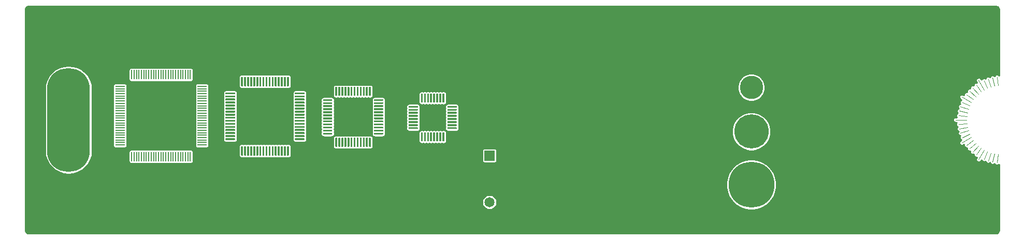
<source format=gbl>
G04 #@! TF.GenerationSoftware,KiCad,Pcbnew,(5.1.5)-3*
G04 #@! TF.CreationDate,2020-07-10T10:41:28+02:00*
G04 #@! TF.ProjectId,pcb_ruler,7063625f-7275-46c6-9572-2e6b69636164,rev?*
G04 #@! TF.SameCoordinates,Original*
G04 #@! TF.FileFunction,Copper,L2,Bot*
G04 #@! TF.FilePolarity,Positive*
%FSLAX46Y46*%
G04 Gerber Fmt 4.6, Leading zero omitted, Abs format (unit mm)*
G04 Created by KiCad (PCBNEW (5.1.5)-3) date 2020-07-10 10:41:28*
%MOMM*%
%LPD*%
G04 APERTURE LIST*
%ADD10C,0.100000*%
%ADD11R,0.200000X1.500000*%
%ADD12R,1.500000X0.200000*%
%ADD13O,7.000000X17.000000*%
%ADD14C,7.500000*%
%ADD15C,5.600000*%
%ADD16C,3.800000*%
%ADD17R,1.651000X1.651000*%
%ADD18C,1.651000*%
%ADD19C,0.254000*%
G04 APERTURE END LIST*
D10*
X258818688Y-124550826D02*
X258535177Y-125884663D01*
X256660292Y-123589863D02*
X255858768Y-124693069D01*
X256198081Y-123215585D02*
X255285655Y-124228959D01*
X259406040Y-124643859D02*
X259263516Y-126000043D01*
X257159065Y-123913783D02*
X256249973Y-125488359D01*
X258244227Y-124396910D02*
X257822812Y-125693788D01*
X257688946Y-124183784D02*
X257134370Y-125429527D01*
X255777564Y-122795047D02*
X254764176Y-123707500D01*
X254442309Y-117811842D02*
X253108472Y-117528333D01*
X255079379Y-116152283D02*
X253504776Y-115243191D01*
X254596251Y-120748953D02*
X253299348Y-121170344D01*
X258244227Y-113589405D02*
X257822812Y-112292572D01*
X254349283Y-118399259D02*
X252993118Y-118256735D01*
X259406040Y-113342457D02*
X259263516Y-111986293D01*
X254809377Y-116682165D02*
X253563634Y-116127524D01*
X255079379Y-121834090D02*
X253504776Y-122743182D01*
X258818688Y-113435527D02*
X258535177Y-112101684D01*
X254442309Y-120174467D02*
X253108472Y-120457977D01*
X255403292Y-115653511D02*
X254300099Y-114851923D01*
X256660292Y-114396446D02*
X255858768Y-113293260D01*
X254349283Y-119587050D02*
X252993118Y-119729639D01*
X257159065Y-114072591D02*
X256249973Y-112497957D01*
X255777564Y-115191300D02*
X254764176Y-114278809D01*
X254318161Y-118993154D02*
X252499972Y-118993154D01*
X255403292Y-122332875D02*
X254300099Y-123134381D01*
X256198081Y-114770718D02*
X255285655Y-113757395D01*
X257688946Y-113802552D02*
X257134370Y-112556839D01*
X254809377Y-121304190D02*
X253563634Y-121858817D01*
X254596251Y-117237382D02*
X253299348Y-116816031D01*
G04 #@! TA.AperFunction,SMDPad,CuDef*
G36*
X168832351Y-114675361D02*
G01*
X168839632Y-114676441D01*
X168846771Y-114678229D01*
X168853701Y-114680709D01*
X168860355Y-114683856D01*
X168866668Y-114687640D01*
X168872579Y-114692024D01*
X168878033Y-114696967D01*
X168882976Y-114702421D01*
X168887360Y-114708332D01*
X168891144Y-114714645D01*
X168894291Y-114721299D01*
X168896771Y-114728229D01*
X168898559Y-114735368D01*
X168899639Y-114742649D01*
X168900000Y-114750000D01*
X168900000Y-116100000D01*
X168899639Y-116107351D01*
X168898559Y-116114632D01*
X168896771Y-116121771D01*
X168894291Y-116128701D01*
X168891144Y-116135355D01*
X168887360Y-116141668D01*
X168882976Y-116147579D01*
X168878033Y-116153033D01*
X168872579Y-116157976D01*
X168866668Y-116162360D01*
X168860355Y-116166144D01*
X168853701Y-116169291D01*
X168846771Y-116171771D01*
X168839632Y-116173559D01*
X168832351Y-116174639D01*
X168825000Y-116175000D01*
X168675000Y-116175000D01*
X168667649Y-116174639D01*
X168660368Y-116173559D01*
X168653229Y-116171771D01*
X168646299Y-116169291D01*
X168639645Y-116166144D01*
X168633332Y-116162360D01*
X168627421Y-116157976D01*
X168621967Y-116153033D01*
X168617024Y-116147579D01*
X168612640Y-116141668D01*
X168608856Y-116135355D01*
X168605709Y-116128701D01*
X168603229Y-116121771D01*
X168601441Y-116114632D01*
X168600361Y-116107351D01*
X168600000Y-116100000D01*
X168600000Y-114750000D01*
X168600361Y-114742649D01*
X168601441Y-114735368D01*
X168603229Y-114728229D01*
X168605709Y-114721299D01*
X168608856Y-114714645D01*
X168612640Y-114708332D01*
X168617024Y-114702421D01*
X168621967Y-114696967D01*
X168627421Y-114692024D01*
X168633332Y-114687640D01*
X168639645Y-114683856D01*
X168646299Y-114680709D01*
X168653229Y-114678229D01*
X168660368Y-114676441D01*
X168667649Y-114675361D01*
X168675000Y-114675000D01*
X168825000Y-114675000D01*
X168832351Y-114675361D01*
G37*
G04 #@! TD.AperFunction*
G04 #@! TA.AperFunction,SMDPad,CuDef*
G36*
X168332351Y-114675361D02*
G01*
X168339632Y-114676441D01*
X168346771Y-114678229D01*
X168353701Y-114680709D01*
X168360355Y-114683856D01*
X168366668Y-114687640D01*
X168372579Y-114692024D01*
X168378033Y-114696967D01*
X168382976Y-114702421D01*
X168387360Y-114708332D01*
X168391144Y-114714645D01*
X168394291Y-114721299D01*
X168396771Y-114728229D01*
X168398559Y-114735368D01*
X168399639Y-114742649D01*
X168400000Y-114750000D01*
X168400000Y-116100000D01*
X168399639Y-116107351D01*
X168398559Y-116114632D01*
X168396771Y-116121771D01*
X168394291Y-116128701D01*
X168391144Y-116135355D01*
X168387360Y-116141668D01*
X168382976Y-116147579D01*
X168378033Y-116153033D01*
X168372579Y-116157976D01*
X168366668Y-116162360D01*
X168360355Y-116166144D01*
X168353701Y-116169291D01*
X168346771Y-116171771D01*
X168339632Y-116173559D01*
X168332351Y-116174639D01*
X168325000Y-116175000D01*
X168175000Y-116175000D01*
X168167649Y-116174639D01*
X168160368Y-116173559D01*
X168153229Y-116171771D01*
X168146299Y-116169291D01*
X168139645Y-116166144D01*
X168133332Y-116162360D01*
X168127421Y-116157976D01*
X168121967Y-116153033D01*
X168117024Y-116147579D01*
X168112640Y-116141668D01*
X168108856Y-116135355D01*
X168105709Y-116128701D01*
X168103229Y-116121771D01*
X168101441Y-116114632D01*
X168100361Y-116107351D01*
X168100000Y-116100000D01*
X168100000Y-114750000D01*
X168100361Y-114742649D01*
X168101441Y-114735368D01*
X168103229Y-114728229D01*
X168105709Y-114721299D01*
X168108856Y-114714645D01*
X168112640Y-114708332D01*
X168117024Y-114702421D01*
X168121967Y-114696967D01*
X168127421Y-114692024D01*
X168133332Y-114687640D01*
X168139645Y-114683856D01*
X168146299Y-114680709D01*
X168153229Y-114678229D01*
X168160368Y-114676441D01*
X168167649Y-114675361D01*
X168175000Y-114675000D01*
X168325000Y-114675000D01*
X168332351Y-114675361D01*
G37*
G04 #@! TD.AperFunction*
G04 #@! TA.AperFunction,SMDPad,CuDef*
G36*
X167832351Y-114675361D02*
G01*
X167839632Y-114676441D01*
X167846771Y-114678229D01*
X167853701Y-114680709D01*
X167860355Y-114683856D01*
X167866668Y-114687640D01*
X167872579Y-114692024D01*
X167878033Y-114696967D01*
X167882976Y-114702421D01*
X167887360Y-114708332D01*
X167891144Y-114714645D01*
X167894291Y-114721299D01*
X167896771Y-114728229D01*
X167898559Y-114735368D01*
X167899639Y-114742649D01*
X167900000Y-114750000D01*
X167900000Y-116100000D01*
X167899639Y-116107351D01*
X167898559Y-116114632D01*
X167896771Y-116121771D01*
X167894291Y-116128701D01*
X167891144Y-116135355D01*
X167887360Y-116141668D01*
X167882976Y-116147579D01*
X167878033Y-116153033D01*
X167872579Y-116157976D01*
X167866668Y-116162360D01*
X167860355Y-116166144D01*
X167853701Y-116169291D01*
X167846771Y-116171771D01*
X167839632Y-116173559D01*
X167832351Y-116174639D01*
X167825000Y-116175000D01*
X167675000Y-116175000D01*
X167667649Y-116174639D01*
X167660368Y-116173559D01*
X167653229Y-116171771D01*
X167646299Y-116169291D01*
X167639645Y-116166144D01*
X167633332Y-116162360D01*
X167627421Y-116157976D01*
X167621967Y-116153033D01*
X167617024Y-116147579D01*
X167612640Y-116141668D01*
X167608856Y-116135355D01*
X167605709Y-116128701D01*
X167603229Y-116121771D01*
X167601441Y-116114632D01*
X167600361Y-116107351D01*
X167600000Y-116100000D01*
X167600000Y-114750000D01*
X167600361Y-114742649D01*
X167601441Y-114735368D01*
X167603229Y-114728229D01*
X167605709Y-114721299D01*
X167608856Y-114714645D01*
X167612640Y-114708332D01*
X167617024Y-114702421D01*
X167621967Y-114696967D01*
X167627421Y-114692024D01*
X167633332Y-114687640D01*
X167639645Y-114683856D01*
X167646299Y-114680709D01*
X167653229Y-114678229D01*
X167660368Y-114676441D01*
X167667649Y-114675361D01*
X167675000Y-114675000D01*
X167825000Y-114675000D01*
X167832351Y-114675361D01*
G37*
G04 #@! TD.AperFunction*
G04 #@! TA.AperFunction,SMDPad,CuDef*
G36*
X167332351Y-114675361D02*
G01*
X167339632Y-114676441D01*
X167346771Y-114678229D01*
X167353701Y-114680709D01*
X167360355Y-114683856D01*
X167366668Y-114687640D01*
X167372579Y-114692024D01*
X167378033Y-114696967D01*
X167382976Y-114702421D01*
X167387360Y-114708332D01*
X167391144Y-114714645D01*
X167394291Y-114721299D01*
X167396771Y-114728229D01*
X167398559Y-114735368D01*
X167399639Y-114742649D01*
X167400000Y-114750000D01*
X167400000Y-116100000D01*
X167399639Y-116107351D01*
X167398559Y-116114632D01*
X167396771Y-116121771D01*
X167394291Y-116128701D01*
X167391144Y-116135355D01*
X167387360Y-116141668D01*
X167382976Y-116147579D01*
X167378033Y-116153033D01*
X167372579Y-116157976D01*
X167366668Y-116162360D01*
X167360355Y-116166144D01*
X167353701Y-116169291D01*
X167346771Y-116171771D01*
X167339632Y-116173559D01*
X167332351Y-116174639D01*
X167325000Y-116175000D01*
X167175000Y-116175000D01*
X167167649Y-116174639D01*
X167160368Y-116173559D01*
X167153229Y-116171771D01*
X167146299Y-116169291D01*
X167139645Y-116166144D01*
X167133332Y-116162360D01*
X167127421Y-116157976D01*
X167121967Y-116153033D01*
X167117024Y-116147579D01*
X167112640Y-116141668D01*
X167108856Y-116135355D01*
X167105709Y-116128701D01*
X167103229Y-116121771D01*
X167101441Y-116114632D01*
X167100361Y-116107351D01*
X167100000Y-116100000D01*
X167100000Y-114750000D01*
X167100361Y-114742649D01*
X167101441Y-114735368D01*
X167103229Y-114728229D01*
X167105709Y-114721299D01*
X167108856Y-114714645D01*
X167112640Y-114708332D01*
X167117024Y-114702421D01*
X167121967Y-114696967D01*
X167127421Y-114692024D01*
X167133332Y-114687640D01*
X167139645Y-114683856D01*
X167146299Y-114680709D01*
X167153229Y-114678229D01*
X167160368Y-114676441D01*
X167167649Y-114675361D01*
X167175000Y-114675000D01*
X167325000Y-114675000D01*
X167332351Y-114675361D01*
G37*
G04 #@! TD.AperFunction*
G04 #@! TA.AperFunction,SMDPad,CuDef*
G36*
X166832351Y-114675361D02*
G01*
X166839632Y-114676441D01*
X166846771Y-114678229D01*
X166853701Y-114680709D01*
X166860355Y-114683856D01*
X166866668Y-114687640D01*
X166872579Y-114692024D01*
X166878033Y-114696967D01*
X166882976Y-114702421D01*
X166887360Y-114708332D01*
X166891144Y-114714645D01*
X166894291Y-114721299D01*
X166896771Y-114728229D01*
X166898559Y-114735368D01*
X166899639Y-114742649D01*
X166900000Y-114750000D01*
X166900000Y-116100000D01*
X166899639Y-116107351D01*
X166898559Y-116114632D01*
X166896771Y-116121771D01*
X166894291Y-116128701D01*
X166891144Y-116135355D01*
X166887360Y-116141668D01*
X166882976Y-116147579D01*
X166878033Y-116153033D01*
X166872579Y-116157976D01*
X166866668Y-116162360D01*
X166860355Y-116166144D01*
X166853701Y-116169291D01*
X166846771Y-116171771D01*
X166839632Y-116173559D01*
X166832351Y-116174639D01*
X166825000Y-116175000D01*
X166675000Y-116175000D01*
X166667649Y-116174639D01*
X166660368Y-116173559D01*
X166653229Y-116171771D01*
X166646299Y-116169291D01*
X166639645Y-116166144D01*
X166633332Y-116162360D01*
X166627421Y-116157976D01*
X166621967Y-116153033D01*
X166617024Y-116147579D01*
X166612640Y-116141668D01*
X166608856Y-116135355D01*
X166605709Y-116128701D01*
X166603229Y-116121771D01*
X166601441Y-116114632D01*
X166600361Y-116107351D01*
X166600000Y-116100000D01*
X166600000Y-114750000D01*
X166600361Y-114742649D01*
X166601441Y-114735368D01*
X166603229Y-114728229D01*
X166605709Y-114721299D01*
X166608856Y-114714645D01*
X166612640Y-114708332D01*
X166617024Y-114702421D01*
X166621967Y-114696967D01*
X166627421Y-114692024D01*
X166633332Y-114687640D01*
X166639645Y-114683856D01*
X166646299Y-114680709D01*
X166653229Y-114678229D01*
X166660368Y-114676441D01*
X166667649Y-114675361D01*
X166675000Y-114675000D01*
X166825000Y-114675000D01*
X166832351Y-114675361D01*
G37*
G04 #@! TD.AperFunction*
G04 #@! TA.AperFunction,SMDPad,CuDef*
G36*
X166332351Y-114675361D02*
G01*
X166339632Y-114676441D01*
X166346771Y-114678229D01*
X166353701Y-114680709D01*
X166360355Y-114683856D01*
X166366668Y-114687640D01*
X166372579Y-114692024D01*
X166378033Y-114696967D01*
X166382976Y-114702421D01*
X166387360Y-114708332D01*
X166391144Y-114714645D01*
X166394291Y-114721299D01*
X166396771Y-114728229D01*
X166398559Y-114735368D01*
X166399639Y-114742649D01*
X166400000Y-114750000D01*
X166400000Y-116100000D01*
X166399639Y-116107351D01*
X166398559Y-116114632D01*
X166396771Y-116121771D01*
X166394291Y-116128701D01*
X166391144Y-116135355D01*
X166387360Y-116141668D01*
X166382976Y-116147579D01*
X166378033Y-116153033D01*
X166372579Y-116157976D01*
X166366668Y-116162360D01*
X166360355Y-116166144D01*
X166353701Y-116169291D01*
X166346771Y-116171771D01*
X166339632Y-116173559D01*
X166332351Y-116174639D01*
X166325000Y-116175000D01*
X166175000Y-116175000D01*
X166167649Y-116174639D01*
X166160368Y-116173559D01*
X166153229Y-116171771D01*
X166146299Y-116169291D01*
X166139645Y-116166144D01*
X166133332Y-116162360D01*
X166127421Y-116157976D01*
X166121967Y-116153033D01*
X166117024Y-116147579D01*
X166112640Y-116141668D01*
X166108856Y-116135355D01*
X166105709Y-116128701D01*
X166103229Y-116121771D01*
X166101441Y-116114632D01*
X166100361Y-116107351D01*
X166100000Y-116100000D01*
X166100000Y-114750000D01*
X166100361Y-114742649D01*
X166101441Y-114735368D01*
X166103229Y-114728229D01*
X166105709Y-114721299D01*
X166108856Y-114714645D01*
X166112640Y-114708332D01*
X166117024Y-114702421D01*
X166121967Y-114696967D01*
X166127421Y-114692024D01*
X166133332Y-114687640D01*
X166139645Y-114683856D01*
X166146299Y-114680709D01*
X166153229Y-114678229D01*
X166160368Y-114676441D01*
X166167649Y-114675361D01*
X166175000Y-114675000D01*
X166325000Y-114675000D01*
X166332351Y-114675361D01*
G37*
G04 #@! TD.AperFunction*
G04 #@! TA.AperFunction,SMDPad,CuDef*
G36*
X165832351Y-114675361D02*
G01*
X165839632Y-114676441D01*
X165846771Y-114678229D01*
X165853701Y-114680709D01*
X165860355Y-114683856D01*
X165866668Y-114687640D01*
X165872579Y-114692024D01*
X165878033Y-114696967D01*
X165882976Y-114702421D01*
X165887360Y-114708332D01*
X165891144Y-114714645D01*
X165894291Y-114721299D01*
X165896771Y-114728229D01*
X165898559Y-114735368D01*
X165899639Y-114742649D01*
X165900000Y-114750000D01*
X165900000Y-116100000D01*
X165899639Y-116107351D01*
X165898559Y-116114632D01*
X165896771Y-116121771D01*
X165894291Y-116128701D01*
X165891144Y-116135355D01*
X165887360Y-116141668D01*
X165882976Y-116147579D01*
X165878033Y-116153033D01*
X165872579Y-116157976D01*
X165866668Y-116162360D01*
X165860355Y-116166144D01*
X165853701Y-116169291D01*
X165846771Y-116171771D01*
X165839632Y-116173559D01*
X165832351Y-116174639D01*
X165825000Y-116175000D01*
X165675000Y-116175000D01*
X165667649Y-116174639D01*
X165660368Y-116173559D01*
X165653229Y-116171771D01*
X165646299Y-116169291D01*
X165639645Y-116166144D01*
X165633332Y-116162360D01*
X165627421Y-116157976D01*
X165621967Y-116153033D01*
X165617024Y-116147579D01*
X165612640Y-116141668D01*
X165608856Y-116135355D01*
X165605709Y-116128701D01*
X165603229Y-116121771D01*
X165601441Y-116114632D01*
X165600361Y-116107351D01*
X165600000Y-116100000D01*
X165600000Y-114750000D01*
X165600361Y-114742649D01*
X165601441Y-114735368D01*
X165603229Y-114728229D01*
X165605709Y-114721299D01*
X165608856Y-114714645D01*
X165612640Y-114708332D01*
X165617024Y-114702421D01*
X165621967Y-114696967D01*
X165627421Y-114692024D01*
X165633332Y-114687640D01*
X165639645Y-114683856D01*
X165646299Y-114680709D01*
X165653229Y-114678229D01*
X165660368Y-114676441D01*
X165667649Y-114675361D01*
X165675000Y-114675000D01*
X165825000Y-114675000D01*
X165832351Y-114675361D01*
G37*
G04 #@! TD.AperFunction*
G04 #@! TA.AperFunction,SMDPad,CuDef*
G36*
X165332351Y-114675361D02*
G01*
X165339632Y-114676441D01*
X165346771Y-114678229D01*
X165353701Y-114680709D01*
X165360355Y-114683856D01*
X165366668Y-114687640D01*
X165372579Y-114692024D01*
X165378033Y-114696967D01*
X165382976Y-114702421D01*
X165387360Y-114708332D01*
X165391144Y-114714645D01*
X165394291Y-114721299D01*
X165396771Y-114728229D01*
X165398559Y-114735368D01*
X165399639Y-114742649D01*
X165400000Y-114750000D01*
X165400000Y-116100000D01*
X165399639Y-116107351D01*
X165398559Y-116114632D01*
X165396771Y-116121771D01*
X165394291Y-116128701D01*
X165391144Y-116135355D01*
X165387360Y-116141668D01*
X165382976Y-116147579D01*
X165378033Y-116153033D01*
X165372579Y-116157976D01*
X165366668Y-116162360D01*
X165360355Y-116166144D01*
X165353701Y-116169291D01*
X165346771Y-116171771D01*
X165339632Y-116173559D01*
X165332351Y-116174639D01*
X165325000Y-116175000D01*
X165175000Y-116175000D01*
X165167649Y-116174639D01*
X165160368Y-116173559D01*
X165153229Y-116171771D01*
X165146299Y-116169291D01*
X165139645Y-116166144D01*
X165133332Y-116162360D01*
X165127421Y-116157976D01*
X165121967Y-116153033D01*
X165117024Y-116147579D01*
X165112640Y-116141668D01*
X165108856Y-116135355D01*
X165105709Y-116128701D01*
X165103229Y-116121771D01*
X165101441Y-116114632D01*
X165100361Y-116107351D01*
X165100000Y-116100000D01*
X165100000Y-114750000D01*
X165100361Y-114742649D01*
X165101441Y-114735368D01*
X165103229Y-114728229D01*
X165105709Y-114721299D01*
X165108856Y-114714645D01*
X165112640Y-114708332D01*
X165117024Y-114702421D01*
X165121967Y-114696967D01*
X165127421Y-114692024D01*
X165133332Y-114687640D01*
X165139645Y-114683856D01*
X165146299Y-114680709D01*
X165153229Y-114678229D01*
X165160368Y-114676441D01*
X165167649Y-114675361D01*
X165175000Y-114675000D01*
X165325000Y-114675000D01*
X165332351Y-114675361D01*
G37*
G04 #@! TD.AperFunction*
G04 #@! TA.AperFunction,SMDPad,CuDef*
G36*
X164507351Y-116700361D02*
G01*
X164514632Y-116701441D01*
X164521771Y-116703229D01*
X164528701Y-116705709D01*
X164535355Y-116708856D01*
X164541668Y-116712640D01*
X164547579Y-116717024D01*
X164553033Y-116721967D01*
X164557976Y-116727421D01*
X164562360Y-116733332D01*
X164566144Y-116739645D01*
X164569291Y-116746299D01*
X164571771Y-116753229D01*
X164573559Y-116760368D01*
X164574639Y-116767649D01*
X164575000Y-116775000D01*
X164575000Y-116925000D01*
X164574639Y-116932351D01*
X164573559Y-116939632D01*
X164571771Y-116946771D01*
X164569291Y-116953701D01*
X164566144Y-116960355D01*
X164562360Y-116966668D01*
X164557976Y-116972579D01*
X164553033Y-116978033D01*
X164547579Y-116982976D01*
X164541668Y-116987360D01*
X164535355Y-116991144D01*
X164528701Y-116994291D01*
X164521771Y-116996771D01*
X164514632Y-116998559D01*
X164507351Y-116999639D01*
X164500000Y-117000000D01*
X163150000Y-117000000D01*
X163142649Y-116999639D01*
X163135368Y-116998559D01*
X163128229Y-116996771D01*
X163121299Y-116994291D01*
X163114645Y-116991144D01*
X163108332Y-116987360D01*
X163102421Y-116982976D01*
X163096967Y-116978033D01*
X163092024Y-116972579D01*
X163087640Y-116966668D01*
X163083856Y-116960355D01*
X163080709Y-116953701D01*
X163078229Y-116946771D01*
X163076441Y-116939632D01*
X163075361Y-116932351D01*
X163075000Y-116925000D01*
X163075000Y-116775000D01*
X163075361Y-116767649D01*
X163076441Y-116760368D01*
X163078229Y-116753229D01*
X163080709Y-116746299D01*
X163083856Y-116739645D01*
X163087640Y-116733332D01*
X163092024Y-116727421D01*
X163096967Y-116721967D01*
X163102421Y-116717024D01*
X163108332Y-116712640D01*
X163114645Y-116708856D01*
X163121299Y-116705709D01*
X163128229Y-116703229D01*
X163135368Y-116701441D01*
X163142649Y-116700361D01*
X163150000Y-116700000D01*
X164500000Y-116700000D01*
X164507351Y-116700361D01*
G37*
G04 #@! TD.AperFunction*
G04 #@! TA.AperFunction,SMDPad,CuDef*
G36*
X164507351Y-117200361D02*
G01*
X164514632Y-117201441D01*
X164521771Y-117203229D01*
X164528701Y-117205709D01*
X164535355Y-117208856D01*
X164541668Y-117212640D01*
X164547579Y-117217024D01*
X164553033Y-117221967D01*
X164557976Y-117227421D01*
X164562360Y-117233332D01*
X164566144Y-117239645D01*
X164569291Y-117246299D01*
X164571771Y-117253229D01*
X164573559Y-117260368D01*
X164574639Y-117267649D01*
X164575000Y-117275000D01*
X164575000Y-117425000D01*
X164574639Y-117432351D01*
X164573559Y-117439632D01*
X164571771Y-117446771D01*
X164569291Y-117453701D01*
X164566144Y-117460355D01*
X164562360Y-117466668D01*
X164557976Y-117472579D01*
X164553033Y-117478033D01*
X164547579Y-117482976D01*
X164541668Y-117487360D01*
X164535355Y-117491144D01*
X164528701Y-117494291D01*
X164521771Y-117496771D01*
X164514632Y-117498559D01*
X164507351Y-117499639D01*
X164500000Y-117500000D01*
X163150000Y-117500000D01*
X163142649Y-117499639D01*
X163135368Y-117498559D01*
X163128229Y-117496771D01*
X163121299Y-117494291D01*
X163114645Y-117491144D01*
X163108332Y-117487360D01*
X163102421Y-117482976D01*
X163096967Y-117478033D01*
X163092024Y-117472579D01*
X163087640Y-117466668D01*
X163083856Y-117460355D01*
X163080709Y-117453701D01*
X163078229Y-117446771D01*
X163076441Y-117439632D01*
X163075361Y-117432351D01*
X163075000Y-117425000D01*
X163075000Y-117275000D01*
X163075361Y-117267649D01*
X163076441Y-117260368D01*
X163078229Y-117253229D01*
X163080709Y-117246299D01*
X163083856Y-117239645D01*
X163087640Y-117233332D01*
X163092024Y-117227421D01*
X163096967Y-117221967D01*
X163102421Y-117217024D01*
X163108332Y-117212640D01*
X163114645Y-117208856D01*
X163121299Y-117205709D01*
X163128229Y-117203229D01*
X163135368Y-117201441D01*
X163142649Y-117200361D01*
X163150000Y-117200000D01*
X164500000Y-117200000D01*
X164507351Y-117200361D01*
G37*
G04 #@! TD.AperFunction*
G04 #@! TA.AperFunction,SMDPad,CuDef*
G36*
X164507351Y-117700361D02*
G01*
X164514632Y-117701441D01*
X164521771Y-117703229D01*
X164528701Y-117705709D01*
X164535355Y-117708856D01*
X164541668Y-117712640D01*
X164547579Y-117717024D01*
X164553033Y-117721967D01*
X164557976Y-117727421D01*
X164562360Y-117733332D01*
X164566144Y-117739645D01*
X164569291Y-117746299D01*
X164571771Y-117753229D01*
X164573559Y-117760368D01*
X164574639Y-117767649D01*
X164575000Y-117775000D01*
X164575000Y-117925000D01*
X164574639Y-117932351D01*
X164573559Y-117939632D01*
X164571771Y-117946771D01*
X164569291Y-117953701D01*
X164566144Y-117960355D01*
X164562360Y-117966668D01*
X164557976Y-117972579D01*
X164553033Y-117978033D01*
X164547579Y-117982976D01*
X164541668Y-117987360D01*
X164535355Y-117991144D01*
X164528701Y-117994291D01*
X164521771Y-117996771D01*
X164514632Y-117998559D01*
X164507351Y-117999639D01*
X164500000Y-118000000D01*
X163150000Y-118000000D01*
X163142649Y-117999639D01*
X163135368Y-117998559D01*
X163128229Y-117996771D01*
X163121299Y-117994291D01*
X163114645Y-117991144D01*
X163108332Y-117987360D01*
X163102421Y-117982976D01*
X163096967Y-117978033D01*
X163092024Y-117972579D01*
X163087640Y-117966668D01*
X163083856Y-117960355D01*
X163080709Y-117953701D01*
X163078229Y-117946771D01*
X163076441Y-117939632D01*
X163075361Y-117932351D01*
X163075000Y-117925000D01*
X163075000Y-117775000D01*
X163075361Y-117767649D01*
X163076441Y-117760368D01*
X163078229Y-117753229D01*
X163080709Y-117746299D01*
X163083856Y-117739645D01*
X163087640Y-117733332D01*
X163092024Y-117727421D01*
X163096967Y-117721967D01*
X163102421Y-117717024D01*
X163108332Y-117712640D01*
X163114645Y-117708856D01*
X163121299Y-117705709D01*
X163128229Y-117703229D01*
X163135368Y-117701441D01*
X163142649Y-117700361D01*
X163150000Y-117700000D01*
X164500000Y-117700000D01*
X164507351Y-117700361D01*
G37*
G04 #@! TD.AperFunction*
G04 #@! TA.AperFunction,SMDPad,CuDef*
G36*
X164507351Y-118200361D02*
G01*
X164514632Y-118201441D01*
X164521771Y-118203229D01*
X164528701Y-118205709D01*
X164535355Y-118208856D01*
X164541668Y-118212640D01*
X164547579Y-118217024D01*
X164553033Y-118221967D01*
X164557976Y-118227421D01*
X164562360Y-118233332D01*
X164566144Y-118239645D01*
X164569291Y-118246299D01*
X164571771Y-118253229D01*
X164573559Y-118260368D01*
X164574639Y-118267649D01*
X164575000Y-118275000D01*
X164575000Y-118425000D01*
X164574639Y-118432351D01*
X164573559Y-118439632D01*
X164571771Y-118446771D01*
X164569291Y-118453701D01*
X164566144Y-118460355D01*
X164562360Y-118466668D01*
X164557976Y-118472579D01*
X164553033Y-118478033D01*
X164547579Y-118482976D01*
X164541668Y-118487360D01*
X164535355Y-118491144D01*
X164528701Y-118494291D01*
X164521771Y-118496771D01*
X164514632Y-118498559D01*
X164507351Y-118499639D01*
X164500000Y-118500000D01*
X163150000Y-118500000D01*
X163142649Y-118499639D01*
X163135368Y-118498559D01*
X163128229Y-118496771D01*
X163121299Y-118494291D01*
X163114645Y-118491144D01*
X163108332Y-118487360D01*
X163102421Y-118482976D01*
X163096967Y-118478033D01*
X163092024Y-118472579D01*
X163087640Y-118466668D01*
X163083856Y-118460355D01*
X163080709Y-118453701D01*
X163078229Y-118446771D01*
X163076441Y-118439632D01*
X163075361Y-118432351D01*
X163075000Y-118425000D01*
X163075000Y-118275000D01*
X163075361Y-118267649D01*
X163076441Y-118260368D01*
X163078229Y-118253229D01*
X163080709Y-118246299D01*
X163083856Y-118239645D01*
X163087640Y-118233332D01*
X163092024Y-118227421D01*
X163096967Y-118221967D01*
X163102421Y-118217024D01*
X163108332Y-118212640D01*
X163114645Y-118208856D01*
X163121299Y-118205709D01*
X163128229Y-118203229D01*
X163135368Y-118201441D01*
X163142649Y-118200361D01*
X163150000Y-118200000D01*
X164500000Y-118200000D01*
X164507351Y-118200361D01*
G37*
G04 #@! TD.AperFunction*
G04 #@! TA.AperFunction,SMDPad,CuDef*
G36*
X164507351Y-118700361D02*
G01*
X164514632Y-118701441D01*
X164521771Y-118703229D01*
X164528701Y-118705709D01*
X164535355Y-118708856D01*
X164541668Y-118712640D01*
X164547579Y-118717024D01*
X164553033Y-118721967D01*
X164557976Y-118727421D01*
X164562360Y-118733332D01*
X164566144Y-118739645D01*
X164569291Y-118746299D01*
X164571771Y-118753229D01*
X164573559Y-118760368D01*
X164574639Y-118767649D01*
X164575000Y-118775000D01*
X164575000Y-118925000D01*
X164574639Y-118932351D01*
X164573559Y-118939632D01*
X164571771Y-118946771D01*
X164569291Y-118953701D01*
X164566144Y-118960355D01*
X164562360Y-118966668D01*
X164557976Y-118972579D01*
X164553033Y-118978033D01*
X164547579Y-118982976D01*
X164541668Y-118987360D01*
X164535355Y-118991144D01*
X164528701Y-118994291D01*
X164521771Y-118996771D01*
X164514632Y-118998559D01*
X164507351Y-118999639D01*
X164500000Y-119000000D01*
X163150000Y-119000000D01*
X163142649Y-118999639D01*
X163135368Y-118998559D01*
X163128229Y-118996771D01*
X163121299Y-118994291D01*
X163114645Y-118991144D01*
X163108332Y-118987360D01*
X163102421Y-118982976D01*
X163096967Y-118978033D01*
X163092024Y-118972579D01*
X163087640Y-118966668D01*
X163083856Y-118960355D01*
X163080709Y-118953701D01*
X163078229Y-118946771D01*
X163076441Y-118939632D01*
X163075361Y-118932351D01*
X163075000Y-118925000D01*
X163075000Y-118775000D01*
X163075361Y-118767649D01*
X163076441Y-118760368D01*
X163078229Y-118753229D01*
X163080709Y-118746299D01*
X163083856Y-118739645D01*
X163087640Y-118733332D01*
X163092024Y-118727421D01*
X163096967Y-118721967D01*
X163102421Y-118717024D01*
X163108332Y-118712640D01*
X163114645Y-118708856D01*
X163121299Y-118705709D01*
X163128229Y-118703229D01*
X163135368Y-118701441D01*
X163142649Y-118700361D01*
X163150000Y-118700000D01*
X164500000Y-118700000D01*
X164507351Y-118700361D01*
G37*
G04 #@! TD.AperFunction*
G04 #@! TA.AperFunction,SMDPad,CuDef*
G36*
X164507351Y-119200361D02*
G01*
X164514632Y-119201441D01*
X164521771Y-119203229D01*
X164528701Y-119205709D01*
X164535355Y-119208856D01*
X164541668Y-119212640D01*
X164547579Y-119217024D01*
X164553033Y-119221967D01*
X164557976Y-119227421D01*
X164562360Y-119233332D01*
X164566144Y-119239645D01*
X164569291Y-119246299D01*
X164571771Y-119253229D01*
X164573559Y-119260368D01*
X164574639Y-119267649D01*
X164575000Y-119275000D01*
X164575000Y-119425000D01*
X164574639Y-119432351D01*
X164573559Y-119439632D01*
X164571771Y-119446771D01*
X164569291Y-119453701D01*
X164566144Y-119460355D01*
X164562360Y-119466668D01*
X164557976Y-119472579D01*
X164553033Y-119478033D01*
X164547579Y-119482976D01*
X164541668Y-119487360D01*
X164535355Y-119491144D01*
X164528701Y-119494291D01*
X164521771Y-119496771D01*
X164514632Y-119498559D01*
X164507351Y-119499639D01*
X164500000Y-119500000D01*
X163150000Y-119500000D01*
X163142649Y-119499639D01*
X163135368Y-119498559D01*
X163128229Y-119496771D01*
X163121299Y-119494291D01*
X163114645Y-119491144D01*
X163108332Y-119487360D01*
X163102421Y-119482976D01*
X163096967Y-119478033D01*
X163092024Y-119472579D01*
X163087640Y-119466668D01*
X163083856Y-119460355D01*
X163080709Y-119453701D01*
X163078229Y-119446771D01*
X163076441Y-119439632D01*
X163075361Y-119432351D01*
X163075000Y-119425000D01*
X163075000Y-119275000D01*
X163075361Y-119267649D01*
X163076441Y-119260368D01*
X163078229Y-119253229D01*
X163080709Y-119246299D01*
X163083856Y-119239645D01*
X163087640Y-119233332D01*
X163092024Y-119227421D01*
X163096967Y-119221967D01*
X163102421Y-119217024D01*
X163108332Y-119212640D01*
X163114645Y-119208856D01*
X163121299Y-119205709D01*
X163128229Y-119203229D01*
X163135368Y-119201441D01*
X163142649Y-119200361D01*
X163150000Y-119200000D01*
X164500000Y-119200000D01*
X164507351Y-119200361D01*
G37*
G04 #@! TD.AperFunction*
G04 #@! TA.AperFunction,SMDPad,CuDef*
G36*
X164507351Y-119700361D02*
G01*
X164514632Y-119701441D01*
X164521771Y-119703229D01*
X164528701Y-119705709D01*
X164535355Y-119708856D01*
X164541668Y-119712640D01*
X164547579Y-119717024D01*
X164553033Y-119721967D01*
X164557976Y-119727421D01*
X164562360Y-119733332D01*
X164566144Y-119739645D01*
X164569291Y-119746299D01*
X164571771Y-119753229D01*
X164573559Y-119760368D01*
X164574639Y-119767649D01*
X164575000Y-119775000D01*
X164575000Y-119925000D01*
X164574639Y-119932351D01*
X164573559Y-119939632D01*
X164571771Y-119946771D01*
X164569291Y-119953701D01*
X164566144Y-119960355D01*
X164562360Y-119966668D01*
X164557976Y-119972579D01*
X164553033Y-119978033D01*
X164547579Y-119982976D01*
X164541668Y-119987360D01*
X164535355Y-119991144D01*
X164528701Y-119994291D01*
X164521771Y-119996771D01*
X164514632Y-119998559D01*
X164507351Y-119999639D01*
X164500000Y-120000000D01*
X163150000Y-120000000D01*
X163142649Y-119999639D01*
X163135368Y-119998559D01*
X163128229Y-119996771D01*
X163121299Y-119994291D01*
X163114645Y-119991144D01*
X163108332Y-119987360D01*
X163102421Y-119982976D01*
X163096967Y-119978033D01*
X163092024Y-119972579D01*
X163087640Y-119966668D01*
X163083856Y-119960355D01*
X163080709Y-119953701D01*
X163078229Y-119946771D01*
X163076441Y-119939632D01*
X163075361Y-119932351D01*
X163075000Y-119925000D01*
X163075000Y-119775000D01*
X163075361Y-119767649D01*
X163076441Y-119760368D01*
X163078229Y-119753229D01*
X163080709Y-119746299D01*
X163083856Y-119739645D01*
X163087640Y-119733332D01*
X163092024Y-119727421D01*
X163096967Y-119721967D01*
X163102421Y-119717024D01*
X163108332Y-119712640D01*
X163114645Y-119708856D01*
X163121299Y-119705709D01*
X163128229Y-119703229D01*
X163135368Y-119701441D01*
X163142649Y-119700361D01*
X163150000Y-119700000D01*
X164500000Y-119700000D01*
X164507351Y-119700361D01*
G37*
G04 #@! TD.AperFunction*
G04 #@! TA.AperFunction,SMDPad,CuDef*
G36*
X164507351Y-120200361D02*
G01*
X164514632Y-120201441D01*
X164521771Y-120203229D01*
X164528701Y-120205709D01*
X164535355Y-120208856D01*
X164541668Y-120212640D01*
X164547579Y-120217024D01*
X164553033Y-120221967D01*
X164557976Y-120227421D01*
X164562360Y-120233332D01*
X164566144Y-120239645D01*
X164569291Y-120246299D01*
X164571771Y-120253229D01*
X164573559Y-120260368D01*
X164574639Y-120267649D01*
X164575000Y-120275000D01*
X164575000Y-120425000D01*
X164574639Y-120432351D01*
X164573559Y-120439632D01*
X164571771Y-120446771D01*
X164569291Y-120453701D01*
X164566144Y-120460355D01*
X164562360Y-120466668D01*
X164557976Y-120472579D01*
X164553033Y-120478033D01*
X164547579Y-120482976D01*
X164541668Y-120487360D01*
X164535355Y-120491144D01*
X164528701Y-120494291D01*
X164521771Y-120496771D01*
X164514632Y-120498559D01*
X164507351Y-120499639D01*
X164500000Y-120500000D01*
X163150000Y-120500000D01*
X163142649Y-120499639D01*
X163135368Y-120498559D01*
X163128229Y-120496771D01*
X163121299Y-120494291D01*
X163114645Y-120491144D01*
X163108332Y-120487360D01*
X163102421Y-120482976D01*
X163096967Y-120478033D01*
X163092024Y-120472579D01*
X163087640Y-120466668D01*
X163083856Y-120460355D01*
X163080709Y-120453701D01*
X163078229Y-120446771D01*
X163076441Y-120439632D01*
X163075361Y-120432351D01*
X163075000Y-120425000D01*
X163075000Y-120275000D01*
X163075361Y-120267649D01*
X163076441Y-120260368D01*
X163078229Y-120253229D01*
X163080709Y-120246299D01*
X163083856Y-120239645D01*
X163087640Y-120233332D01*
X163092024Y-120227421D01*
X163096967Y-120221967D01*
X163102421Y-120217024D01*
X163108332Y-120212640D01*
X163114645Y-120208856D01*
X163121299Y-120205709D01*
X163128229Y-120203229D01*
X163135368Y-120201441D01*
X163142649Y-120200361D01*
X163150000Y-120200000D01*
X164500000Y-120200000D01*
X164507351Y-120200361D01*
G37*
G04 #@! TD.AperFunction*
G04 #@! TA.AperFunction,SMDPad,CuDef*
G36*
X165332351Y-121025361D02*
G01*
X165339632Y-121026441D01*
X165346771Y-121028229D01*
X165353701Y-121030709D01*
X165360355Y-121033856D01*
X165366668Y-121037640D01*
X165372579Y-121042024D01*
X165378033Y-121046967D01*
X165382976Y-121052421D01*
X165387360Y-121058332D01*
X165391144Y-121064645D01*
X165394291Y-121071299D01*
X165396771Y-121078229D01*
X165398559Y-121085368D01*
X165399639Y-121092649D01*
X165400000Y-121100000D01*
X165400000Y-122450000D01*
X165399639Y-122457351D01*
X165398559Y-122464632D01*
X165396771Y-122471771D01*
X165394291Y-122478701D01*
X165391144Y-122485355D01*
X165387360Y-122491668D01*
X165382976Y-122497579D01*
X165378033Y-122503033D01*
X165372579Y-122507976D01*
X165366668Y-122512360D01*
X165360355Y-122516144D01*
X165353701Y-122519291D01*
X165346771Y-122521771D01*
X165339632Y-122523559D01*
X165332351Y-122524639D01*
X165325000Y-122525000D01*
X165175000Y-122525000D01*
X165167649Y-122524639D01*
X165160368Y-122523559D01*
X165153229Y-122521771D01*
X165146299Y-122519291D01*
X165139645Y-122516144D01*
X165133332Y-122512360D01*
X165127421Y-122507976D01*
X165121967Y-122503033D01*
X165117024Y-122497579D01*
X165112640Y-122491668D01*
X165108856Y-122485355D01*
X165105709Y-122478701D01*
X165103229Y-122471771D01*
X165101441Y-122464632D01*
X165100361Y-122457351D01*
X165100000Y-122450000D01*
X165100000Y-121100000D01*
X165100361Y-121092649D01*
X165101441Y-121085368D01*
X165103229Y-121078229D01*
X165105709Y-121071299D01*
X165108856Y-121064645D01*
X165112640Y-121058332D01*
X165117024Y-121052421D01*
X165121967Y-121046967D01*
X165127421Y-121042024D01*
X165133332Y-121037640D01*
X165139645Y-121033856D01*
X165146299Y-121030709D01*
X165153229Y-121028229D01*
X165160368Y-121026441D01*
X165167649Y-121025361D01*
X165175000Y-121025000D01*
X165325000Y-121025000D01*
X165332351Y-121025361D01*
G37*
G04 #@! TD.AperFunction*
G04 #@! TA.AperFunction,SMDPad,CuDef*
G36*
X165832351Y-121025361D02*
G01*
X165839632Y-121026441D01*
X165846771Y-121028229D01*
X165853701Y-121030709D01*
X165860355Y-121033856D01*
X165866668Y-121037640D01*
X165872579Y-121042024D01*
X165878033Y-121046967D01*
X165882976Y-121052421D01*
X165887360Y-121058332D01*
X165891144Y-121064645D01*
X165894291Y-121071299D01*
X165896771Y-121078229D01*
X165898559Y-121085368D01*
X165899639Y-121092649D01*
X165900000Y-121100000D01*
X165900000Y-122450000D01*
X165899639Y-122457351D01*
X165898559Y-122464632D01*
X165896771Y-122471771D01*
X165894291Y-122478701D01*
X165891144Y-122485355D01*
X165887360Y-122491668D01*
X165882976Y-122497579D01*
X165878033Y-122503033D01*
X165872579Y-122507976D01*
X165866668Y-122512360D01*
X165860355Y-122516144D01*
X165853701Y-122519291D01*
X165846771Y-122521771D01*
X165839632Y-122523559D01*
X165832351Y-122524639D01*
X165825000Y-122525000D01*
X165675000Y-122525000D01*
X165667649Y-122524639D01*
X165660368Y-122523559D01*
X165653229Y-122521771D01*
X165646299Y-122519291D01*
X165639645Y-122516144D01*
X165633332Y-122512360D01*
X165627421Y-122507976D01*
X165621967Y-122503033D01*
X165617024Y-122497579D01*
X165612640Y-122491668D01*
X165608856Y-122485355D01*
X165605709Y-122478701D01*
X165603229Y-122471771D01*
X165601441Y-122464632D01*
X165600361Y-122457351D01*
X165600000Y-122450000D01*
X165600000Y-121100000D01*
X165600361Y-121092649D01*
X165601441Y-121085368D01*
X165603229Y-121078229D01*
X165605709Y-121071299D01*
X165608856Y-121064645D01*
X165612640Y-121058332D01*
X165617024Y-121052421D01*
X165621967Y-121046967D01*
X165627421Y-121042024D01*
X165633332Y-121037640D01*
X165639645Y-121033856D01*
X165646299Y-121030709D01*
X165653229Y-121028229D01*
X165660368Y-121026441D01*
X165667649Y-121025361D01*
X165675000Y-121025000D01*
X165825000Y-121025000D01*
X165832351Y-121025361D01*
G37*
G04 #@! TD.AperFunction*
G04 #@! TA.AperFunction,SMDPad,CuDef*
G36*
X166332351Y-121025361D02*
G01*
X166339632Y-121026441D01*
X166346771Y-121028229D01*
X166353701Y-121030709D01*
X166360355Y-121033856D01*
X166366668Y-121037640D01*
X166372579Y-121042024D01*
X166378033Y-121046967D01*
X166382976Y-121052421D01*
X166387360Y-121058332D01*
X166391144Y-121064645D01*
X166394291Y-121071299D01*
X166396771Y-121078229D01*
X166398559Y-121085368D01*
X166399639Y-121092649D01*
X166400000Y-121100000D01*
X166400000Y-122450000D01*
X166399639Y-122457351D01*
X166398559Y-122464632D01*
X166396771Y-122471771D01*
X166394291Y-122478701D01*
X166391144Y-122485355D01*
X166387360Y-122491668D01*
X166382976Y-122497579D01*
X166378033Y-122503033D01*
X166372579Y-122507976D01*
X166366668Y-122512360D01*
X166360355Y-122516144D01*
X166353701Y-122519291D01*
X166346771Y-122521771D01*
X166339632Y-122523559D01*
X166332351Y-122524639D01*
X166325000Y-122525000D01*
X166175000Y-122525000D01*
X166167649Y-122524639D01*
X166160368Y-122523559D01*
X166153229Y-122521771D01*
X166146299Y-122519291D01*
X166139645Y-122516144D01*
X166133332Y-122512360D01*
X166127421Y-122507976D01*
X166121967Y-122503033D01*
X166117024Y-122497579D01*
X166112640Y-122491668D01*
X166108856Y-122485355D01*
X166105709Y-122478701D01*
X166103229Y-122471771D01*
X166101441Y-122464632D01*
X166100361Y-122457351D01*
X166100000Y-122450000D01*
X166100000Y-121100000D01*
X166100361Y-121092649D01*
X166101441Y-121085368D01*
X166103229Y-121078229D01*
X166105709Y-121071299D01*
X166108856Y-121064645D01*
X166112640Y-121058332D01*
X166117024Y-121052421D01*
X166121967Y-121046967D01*
X166127421Y-121042024D01*
X166133332Y-121037640D01*
X166139645Y-121033856D01*
X166146299Y-121030709D01*
X166153229Y-121028229D01*
X166160368Y-121026441D01*
X166167649Y-121025361D01*
X166175000Y-121025000D01*
X166325000Y-121025000D01*
X166332351Y-121025361D01*
G37*
G04 #@! TD.AperFunction*
G04 #@! TA.AperFunction,SMDPad,CuDef*
G36*
X166832351Y-121025361D02*
G01*
X166839632Y-121026441D01*
X166846771Y-121028229D01*
X166853701Y-121030709D01*
X166860355Y-121033856D01*
X166866668Y-121037640D01*
X166872579Y-121042024D01*
X166878033Y-121046967D01*
X166882976Y-121052421D01*
X166887360Y-121058332D01*
X166891144Y-121064645D01*
X166894291Y-121071299D01*
X166896771Y-121078229D01*
X166898559Y-121085368D01*
X166899639Y-121092649D01*
X166900000Y-121100000D01*
X166900000Y-122450000D01*
X166899639Y-122457351D01*
X166898559Y-122464632D01*
X166896771Y-122471771D01*
X166894291Y-122478701D01*
X166891144Y-122485355D01*
X166887360Y-122491668D01*
X166882976Y-122497579D01*
X166878033Y-122503033D01*
X166872579Y-122507976D01*
X166866668Y-122512360D01*
X166860355Y-122516144D01*
X166853701Y-122519291D01*
X166846771Y-122521771D01*
X166839632Y-122523559D01*
X166832351Y-122524639D01*
X166825000Y-122525000D01*
X166675000Y-122525000D01*
X166667649Y-122524639D01*
X166660368Y-122523559D01*
X166653229Y-122521771D01*
X166646299Y-122519291D01*
X166639645Y-122516144D01*
X166633332Y-122512360D01*
X166627421Y-122507976D01*
X166621967Y-122503033D01*
X166617024Y-122497579D01*
X166612640Y-122491668D01*
X166608856Y-122485355D01*
X166605709Y-122478701D01*
X166603229Y-122471771D01*
X166601441Y-122464632D01*
X166600361Y-122457351D01*
X166600000Y-122450000D01*
X166600000Y-121100000D01*
X166600361Y-121092649D01*
X166601441Y-121085368D01*
X166603229Y-121078229D01*
X166605709Y-121071299D01*
X166608856Y-121064645D01*
X166612640Y-121058332D01*
X166617024Y-121052421D01*
X166621967Y-121046967D01*
X166627421Y-121042024D01*
X166633332Y-121037640D01*
X166639645Y-121033856D01*
X166646299Y-121030709D01*
X166653229Y-121028229D01*
X166660368Y-121026441D01*
X166667649Y-121025361D01*
X166675000Y-121025000D01*
X166825000Y-121025000D01*
X166832351Y-121025361D01*
G37*
G04 #@! TD.AperFunction*
G04 #@! TA.AperFunction,SMDPad,CuDef*
G36*
X167332351Y-121025361D02*
G01*
X167339632Y-121026441D01*
X167346771Y-121028229D01*
X167353701Y-121030709D01*
X167360355Y-121033856D01*
X167366668Y-121037640D01*
X167372579Y-121042024D01*
X167378033Y-121046967D01*
X167382976Y-121052421D01*
X167387360Y-121058332D01*
X167391144Y-121064645D01*
X167394291Y-121071299D01*
X167396771Y-121078229D01*
X167398559Y-121085368D01*
X167399639Y-121092649D01*
X167400000Y-121100000D01*
X167400000Y-122450000D01*
X167399639Y-122457351D01*
X167398559Y-122464632D01*
X167396771Y-122471771D01*
X167394291Y-122478701D01*
X167391144Y-122485355D01*
X167387360Y-122491668D01*
X167382976Y-122497579D01*
X167378033Y-122503033D01*
X167372579Y-122507976D01*
X167366668Y-122512360D01*
X167360355Y-122516144D01*
X167353701Y-122519291D01*
X167346771Y-122521771D01*
X167339632Y-122523559D01*
X167332351Y-122524639D01*
X167325000Y-122525000D01*
X167175000Y-122525000D01*
X167167649Y-122524639D01*
X167160368Y-122523559D01*
X167153229Y-122521771D01*
X167146299Y-122519291D01*
X167139645Y-122516144D01*
X167133332Y-122512360D01*
X167127421Y-122507976D01*
X167121967Y-122503033D01*
X167117024Y-122497579D01*
X167112640Y-122491668D01*
X167108856Y-122485355D01*
X167105709Y-122478701D01*
X167103229Y-122471771D01*
X167101441Y-122464632D01*
X167100361Y-122457351D01*
X167100000Y-122450000D01*
X167100000Y-121100000D01*
X167100361Y-121092649D01*
X167101441Y-121085368D01*
X167103229Y-121078229D01*
X167105709Y-121071299D01*
X167108856Y-121064645D01*
X167112640Y-121058332D01*
X167117024Y-121052421D01*
X167121967Y-121046967D01*
X167127421Y-121042024D01*
X167133332Y-121037640D01*
X167139645Y-121033856D01*
X167146299Y-121030709D01*
X167153229Y-121028229D01*
X167160368Y-121026441D01*
X167167649Y-121025361D01*
X167175000Y-121025000D01*
X167325000Y-121025000D01*
X167332351Y-121025361D01*
G37*
G04 #@! TD.AperFunction*
G04 #@! TA.AperFunction,SMDPad,CuDef*
G36*
X167832351Y-121025361D02*
G01*
X167839632Y-121026441D01*
X167846771Y-121028229D01*
X167853701Y-121030709D01*
X167860355Y-121033856D01*
X167866668Y-121037640D01*
X167872579Y-121042024D01*
X167878033Y-121046967D01*
X167882976Y-121052421D01*
X167887360Y-121058332D01*
X167891144Y-121064645D01*
X167894291Y-121071299D01*
X167896771Y-121078229D01*
X167898559Y-121085368D01*
X167899639Y-121092649D01*
X167900000Y-121100000D01*
X167900000Y-122450000D01*
X167899639Y-122457351D01*
X167898559Y-122464632D01*
X167896771Y-122471771D01*
X167894291Y-122478701D01*
X167891144Y-122485355D01*
X167887360Y-122491668D01*
X167882976Y-122497579D01*
X167878033Y-122503033D01*
X167872579Y-122507976D01*
X167866668Y-122512360D01*
X167860355Y-122516144D01*
X167853701Y-122519291D01*
X167846771Y-122521771D01*
X167839632Y-122523559D01*
X167832351Y-122524639D01*
X167825000Y-122525000D01*
X167675000Y-122525000D01*
X167667649Y-122524639D01*
X167660368Y-122523559D01*
X167653229Y-122521771D01*
X167646299Y-122519291D01*
X167639645Y-122516144D01*
X167633332Y-122512360D01*
X167627421Y-122507976D01*
X167621967Y-122503033D01*
X167617024Y-122497579D01*
X167612640Y-122491668D01*
X167608856Y-122485355D01*
X167605709Y-122478701D01*
X167603229Y-122471771D01*
X167601441Y-122464632D01*
X167600361Y-122457351D01*
X167600000Y-122450000D01*
X167600000Y-121100000D01*
X167600361Y-121092649D01*
X167601441Y-121085368D01*
X167603229Y-121078229D01*
X167605709Y-121071299D01*
X167608856Y-121064645D01*
X167612640Y-121058332D01*
X167617024Y-121052421D01*
X167621967Y-121046967D01*
X167627421Y-121042024D01*
X167633332Y-121037640D01*
X167639645Y-121033856D01*
X167646299Y-121030709D01*
X167653229Y-121028229D01*
X167660368Y-121026441D01*
X167667649Y-121025361D01*
X167675000Y-121025000D01*
X167825000Y-121025000D01*
X167832351Y-121025361D01*
G37*
G04 #@! TD.AperFunction*
G04 #@! TA.AperFunction,SMDPad,CuDef*
G36*
X168332351Y-121025361D02*
G01*
X168339632Y-121026441D01*
X168346771Y-121028229D01*
X168353701Y-121030709D01*
X168360355Y-121033856D01*
X168366668Y-121037640D01*
X168372579Y-121042024D01*
X168378033Y-121046967D01*
X168382976Y-121052421D01*
X168387360Y-121058332D01*
X168391144Y-121064645D01*
X168394291Y-121071299D01*
X168396771Y-121078229D01*
X168398559Y-121085368D01*
X168399639Y-121092649D01*
X168400000Y-121100000D01*
X168400000Y-122450000D01*
X168399639Y-122457351D01*
X168398559Y-122464632D01*
X168396771Y-122471771D01*
X168394291Y-122478701D01*
X168391144Y-122485355D01*
X168387360Y-122491668D01*
X168382976Y-122497579D01*
X168378033Y-122503033D01*
X168372579Y-122507976D01*
X168366668Y-122512360D01*
X168360355Y-122516144D01*
X168353701Y-122519291D01*
X168346771Y-122521771D01*
X168339632Y-122523559D01*
X168332351Y-122524639D01*
X168325000Y-122525000D01*
X168175000Y-122525000D01*
X168167649Y-122524639D01*
X168160368Y-122523559D01*
X168153229Y-122521771D01*
X168146299Y-122519291D01*
X168139645Y-122516144D01*
X168133332Y-122512360D01*
X168127421Y-122507976D01*
X168121967Y-122503033D01*
X168117024Y-122497579D01*
X168112640Y-122491668D01*
X168108856Y-122485355D01*
X168105709Y-122478701D01*
X168103229Y-122471771D01*
X168101441Y-122464632D01*
X168100361Y-122457351D01*
X168100000Y-122450000D01*
X168100000Y-121100000D01*
X168100361Y-121092649D01*
X168101441Y-121085368D01*
X168103229Y-121078229D01*
X168105709Y-121071299D01*
X168108856Y-121064645D01*
X168112640Y-121058332D01*
X168117024Y-121052421D01*
X168121967Y-121046967D01*
X168127421Y-121042024D01*
X168133332Y-121037640D01*
X168139645Y-121033856D01*
X168146299Y-121030709D01*
X168153229Y-121028229D01*
X168160368Y-121026441D01*
X168167649Y-121025361D01*
X168175000Y-121025000D01*
X168325000Y-121025000D01*
X168332351Y-121025361D01*
G37*
G04 #@! TD.AperFunction*
G04 #@! TA.AperFunction,SMDPad,CuDef*
G36*
X168832351Y-121025361D02*
G01*
X168839632Y-121026441D01*
X168846771Y-121028229D01*
X168853701Y-121030709D01*
X168860355Y-121033856D01*
X168866668Y-121037640D01*
X168872579Y-121042024D01*
X168878033Y-121046967D01*
X168882976Y-121052421D01*
X168887360Y-121058332D01*
X168891144Y-121064645D01*
X168894291Y-121071299D01*
X168896771Y-121078229D01*
X168898559Y-121085368D01*
X168899639Y-121092649D01*
X168900000Y-121100000D01*
X168900000Y-122450000D01*
X168899639Y-122457351D01*
X168898559Y-122464632D01*
X168896771Y-122471771D01*
X168894291Y-122478701D01*
X168891144Y-122485355D01*
X168887360Y-122491668D01*
X168882976Y-122497579D01*
X168878033Y-122503033D01*
X168872579Y-122507976D01*
X168866668Y-122512360D01*
X168860355Y-122516144D01*
X168853701Y-122519291D01*
X168846771Y-122521771D01*
X168839632Y-122523559D01*
X168832351Y-122524639D01*
X168825000Y-122525000D01*
X168675000Y-122525000D01*
X168667649Y-122524639D01*
X168660368Y-122523559D01*
X168653229Y-122521771D01*
X168646299Y-122519291D01*
X168639645Y-122516144D01*
X168633332Y-122512360D01*
X168627421Y-122507976D01*
X168621967Y-122503033D01*
X168617024Y-122497579D01*
X168612640Y-122491668D01*
X168608856Y-122485355D01*
X168605709Y-122478701D01*
X168603229Y-122471771D01*
X168601441Y-122464632D01*
X168600361Y-122457351D01*
X168600000Y-122450000D01*
X168600000Y-121100000D01*
X168600361Y-121092649D01*
X168601441Y-121085368D01*
X168603229Y-121078229D01*
X168605709Y-121071299D01*
X168608856Y-121064645D01*
X168612640Y-121058332D01*
X168617024Y-121052421D01*
X168621967Y-121046967D01*
X168627421Y-121042024D01*
X168633332Y-121037640D01*
X168639645Y-121033856D01*
X168646299Y-121030709D01*
X168653229Y-121028229D01*
X168660368Y-121026441D01*
X168667649Y-121025361D01*
X168675000Y-121025000D01*
X168825000Y-121025000D01*
X168832351Y-121025361D01*
G37*
G04 #@! TD.AperFunction*
G04 #@! TA.AperFunction,SMDPad,CuDef*
G36*
X170857351Y-120200361D02*
G01*
X170864632Y-120201441D01*
X170871771Y-120203229D01*
X170878701Y-120205709D01*
X170885355Y-120208856D01*
X170891668Y-120212640D01*
X170897579Y-120217024D01*
X170903033Y-120221967D01*
X170907976Y-120227421D01*
X170912360Y-120233332D01*
X170916144Y-120239645D01*
X170919291Y-120246299D01*
X170921771Y-120253229D01*
X170923559Y-120260368D01*
X170924639Y-120267649D01*
X170925000Y-120275000D01*
X170925000Y-120425000D01*
X170924639Y-120432351D01*
X170923559Y-120439632D01*
X170921771Y-120446771D01*
X170919291Y-120453701D01*
X170916144Y-120460355D01*
X170912360Y-120466668D01*
X170907976Y-120472579D01*
X170903033Y-120478033D01*
X170897579Y-120482976D01*
X170891668Y-120487360D01*
X170885355Y-120491144D01*
X170878701Y-120494291D01*
X170871771Y-120496771D01*
X170864632Y-120498559D01*
X170857351Y-120499639D01*
X170850000Y-120500000D01*
X169500000Y-120500000D01*
X169492649Y-120499639D01*
X169485368Y-120498559D01*
X169478229Y-120496771D01*
X169471299Y-120494291D01*
X169464645Y-120491144D01*
X169458332Y-120487360D01*
X169452421Y-120482976D01*
X169446967Y-120478033D01*
X169442024Y-120472579D01*
X169437640Y-120466668D01*
X169433856Y-120460355D01*
X169430709Y-120453701D01*
X169428229Y-120446771D01*
X169426441Y-120439632D01*
X169425361Y-120432351D01*
X169425000Y-120425000D01*
X169425000Y-120275000D01*
X169425361Y-120267649D01*
X169426441Y-120260368D01*
X169428229Y-120253229D01*
X169430709Y-120246299D01*
X169433856Y-120239645D01*
X169437640Y-120233332D01*
X169442024Y-120227421D01*
X169446967Y-120221967D01*
X169452421Y-120217024D01*
X169458332Y-120212640D01*
X169464645Y-120208856D01*
X169471299Y-120205709D01*
X169478229Y-120203229D01*
X169485368Y-120201441D01*
X169492649Y-120200361D01*
X169500000Y-120200000D01*
X170850000Y-120200000D01*
X170857351Y-120200361D01*
G37*
G04 #@! TD.AperFunction*
G04 #@! TA.AperFunction,SMDPad,CuDef*
G36*
X170857351Y-119700361D02*
G01*
X170864632Y-119701441D01*
X170871771Y-119703229D01*
X170878701Y-119705709D01*
X170885355Y-119708856D01*
X170891668Y-119712640D01*
X170897579Y-119717024D01*
X170903033Y-119721967D01*
X170907976Y-119727421D01*
X170912360Y-119733332D01*
X170916144Y-119739645D01*
X170919291Y-119746299D01*
X170921771Y-119753229D01*
X170923559Y-119760368D01*
X170924639Y-119767649D01*
X170925000Y-119775000D01*
X170925000Y-119925000D01*
X170924639Y-119932351D01*
X170923559Y-119939632D01*
X170921771Y-119946771D01*
X170919291Y-119953701D01*
X170916144Y-119960355D01*
X170912360Y-119966668D01*
X170907976Y-119972579D01*
X170903033Y-119978033D01*
X170897579Y-119982976D01*
X170891668Y-119987360D01*
X170885355Y-119991144D01*
X170878701Y-119994291D01*
X170871771Y-119996771D01*
X170864632Y-119998559D01*
X170857351Y-119999639D01*
X170850000Y-120000000D01*
X169500000Y-120000000D01*
X169492649Y-119999639D01*
X169485368Y-119998559D01*
X169478229Y-119996771D01*
X169471299Y-119994291D01*
X169464645Y-119991144D01*
X169458332Y-119987360D01*
X169452421Y-119982976D01*
X169446967Y-119978033D01*
X169442024Y-119972579D01*
X169437640Y-119966668D01*
X169433856Y-119960355D01*
X169430709Y-119953701D01*
X169428229Y-119946771D01*
X169426441Y-119939632D01*
X169425361Y-119932351D01*
X169425000Y-119925000D01*
X169425000Y-119775000D01*
X169425361Y-119767649D01*
X169426441Y-119760368D01*
X169428229Y-119753229D01*
X169430709Y-119746299D01*
X169433856Y-119739645D01*
X169437640Y-119733332D01*
X169442024Y-119727421D01*
X169446967Y-119721967D01*
X169452421Y-119717024D01*
X169458332Y-119712640D01*
X169464645Y-119708856D01*
X169471299Y-119705709D01*
X169478229Y-119703229D01*
X169485368Y-119701441D01*
X169492649Y-119700361D01*
X169500000Y-119700000D01*
X170850000Y-119700000D01*
X170857351Y-119700361D01*
G37*
G04 #@! TD.AperFunction*
G04 #@! TA.AperFunction,SMDPad,CuDef*
G36*
X170857351Y-119200361D02*
G01*
X170864632Y-119201441D01*
X170871771Y-119203229D01*
X170878701Y-119205709D01*
X170885355Y-119208856D01*
X170891668Y-119212640D01*
X170897579Y-119217024D01*
X170903033Y-119221967D01*
X170907976Y-119227421D01*
X170912360Y-119233332D01*
X170916144Y-119239645D01*
X170919291Y-119246299D01*
X170921771Y-119253229D01*
X170923559Y-119260368D01*
X170924639Y-119267649D01*
X170925000Y-119275000D01*
X170925000Y-119425000D01*
X170924639Y-119432351D01*
X170923559Y-119439632D01*
X170921771Y-119446771D01*
X170919291Y-119453701D01*
X170916144Y-119460355D01*
X170912360Y-119466668D01*
X170907976Y-119472579D01*
X170903033Y-119478033D01*
X170897579Y-119482976D01*
X170891668Y-119487360D01*
X170885355Y-119491144D01*
X170878701Y-119494291D01*
X170871771Y-119496771D01*
X170864632Y-119498559D01*
X170857351Y-119499639D01*
X170850000Y-119500000D01*
X169500000Y-119500000D01*
X169492649Y-119499639D01*
X169485368Y-119498559D01*
X169478229Y-119496771D01*
X169471299Y-119494291D01*
X169464645Y-119491144D01*
X169458332Y-119487360D01*
X169452421Y-119482976D01*
X169446967Y-119478033D01*
X169442024Y-119472579D01*
X169437640Y-119466668D01*
X169433856Y-119460355D01*
X169430709Y-119453701D01*
X169428229Y-119446771D01*
X169426441Y-119439632D01*
X169425361Y-119432351D01*
X169425000Y-119425000D01*
X169425000Y-119275000D01*
X169425361Y-119267649D01*
X169426441Y-119260368D01*
X169428229Y-119253229D01*
X169430709Y-119246299D01*
X169433856Y-119239645D01*
X169437640Y-119233332D01*
X169442024Y-119227421D01*
X169446967Y-119221967D01*
X169452421Y-119217024D01*
X169458332Y-119212640D01*
X169464645Y-119208856D01*
X169471299Y-119205709D01*
X169478229Y-119203229D01*
X169485368Y-119201441D01*
X169492649Y-119200361D01*
X169500000Y-119200000D01*
X170850000Y-119200000D01*
X170857351Y-119200361D01*
G37*
G04 #@! TD.AperFunction*
G04 #@! TA.AperFunction,SMDPad,CuDef*
G36*
X170857351Y-118700361D02*
G01*
X170864632Y-118701441D01*
X170871771Y-118703229D01*
X170878701Y-118705709D01*
X170885355Y-118708856D01*
X170891668Y-118712640D01*
X170897579Y-118717024D01*
X170903033Y-118721967D01*
X170907976Y-118727421D01*
X170912360Y-118733332D01*
X170916144Y-118739645D01*
X170919291Y-118746299D01*
X170921771Y-118753229D01*
X170923559Y-118760368D01*
X170924639Y-118767649D01*
X170925000Y-118775000D01*
X170925000Y-118925000D01*
X170924639Y-118932351D01*
X170923559Y-118939632D01*
X170921771Y-118946771D01*
X170919291Y-118953701D01*
X170916144Y-118960355D01*
X170912360Y-118966668D01*
X170907976Y-118972579D01*
X170903033Y-118978033D01*
X170897579Y-118982976D01*
X170891668Y-118987360D01*
X170885355Y-118991144D01*
X170878701Y-118994291D01*
X170871771Y-118996771D01*
X170864632Y-118998559D01*
X170857351Y-118999639D01*
X170850000Y-119000000D01*
X169500000Y-119000000D01*
X169492649Y-118999639D01*
X169485368Y-118998559D01*
X169478229Y-118996771D01*
X169471299Y-118994291D01*
X169464645Y-118991144D01*
X169458332Y-118987360D01*
X169452421Y-118982976D01*
X169446967Y-118978033D01*
X169442024Y-118972579D01*
X169437640Y-118966668D01*
X169433856Y-118960355D01*
X169430709Y-118953701D01*
X169428229Y-118946771D01*
X169426441Y-118939632D01*
X169425361Y-118932351D01*
X169425000Y-118925000D01*
X169425000Y-118775000D01*
X169425361Y-118767649D01*
X169426441Y-118760368D01*
X169428229Y-118753229D01*
X169430709Y-118746299D01*
X169433856Y-118739645D01*
X169437640Y-118733332D01*
X169442024Y-118727421D01*
X169446967Y-118721967D01*
X169452421Y-118717024D01*
X169458332Y-118712640D01*
X169464645Y-118708856D01*
X169471299Y-118705709D01*
X169478229Y-118703229D01*
X169485368Y-118701441D01*
X169492649Y-118700361D01*
X169500000Y-118700000D01*
X170850000Y-118700000D01*
X170857351Y-118700361D01*
G37*
G04 #@! TD.AperFunction*
G04 #@! TA.AperFunction,SMDPad,CuDef*
G36*
X170857351Y-118200361D02*
G01*
X170864632Y-118201441D01*
X170871771Y-118203229D01*
X170878701Y-118205709D01*
X170885355Y-118208856D01*
X170891668Y-118212640D01*
X170897579Y-118217024D01*
X170903033Y-118221967D01*
X170907976Y-118227421D01*
X170912360Y-118233332D01*
X170916144Y-118239645D01*
X170919291Y-118246299D01*
X170921771Y-118253229D01*
X170923559Y-118260368D01*
X170924639Y-118267649D01*
X170925000Y-118275000D01*
X170925000Y-118425000D01*
X170924639Y-118432351D01*
X170923559Y-118439632D01*
X170921771Y-118446771D01*
X170919291Y-118453701D01*
X170916144Y-118460355D01*
X170912360Y-118466668D01*
X170907976Y-118472579D01*
X170903033Y-118478033D01*
X170897579Y-118482976D01*
X170891668Y-118487360D01*
X170885355Y-118491144D01*
X170878701Y-118494291D01*
X170871771Y-118496771D01*
X170864632Y-118498559D01*
X170857351Y-118499639D01*
X170850000Y-118500000D01*
X169500000Y-118500000D01*
X169492649Y-118499639D01*
X169485368Y-118498559D01*
X169478229Y-118496771D01*
X169471299Y-118494291D01*
X169464645Y-118491144D01*
X169458332Y-118487360D01*
X169452421Y-118482976D01*
X169446967Y-118478033D01*
X169442024Y-118472579D01*
X169437640Y-118466668D01*
X169433856Y-118460355D01*
X169430709Y-118453701D01*
X169428229Y-118446771D01*
X169426441Y-118439632D01*
X169425361Y-118432351D01*
X169425000Y-118425000D01*
X169425000Y-118275000D01*
X169425361Y-118267649D01*
X169426441Y-118260368D01*
X169428229Y-118253229D01*
X169430709Y-118246299D01*
X169433856Y-118239645D01*
X169437640Y-118233332D01*
X169442024Y-118227421D01*
X169446967Y-118221967D01*
X169452421Y-118217024D01*
X169458332Y-118212640D01*
X169464645Y-118208856D01*
X169471299Y-118205709D01*
X169478229Y-118203229D01*
X169485368Y-118201441D01*
X169492649Y-118200361D01*
X169500000Y-118200000D01*
X170850000Y-118200000D01*
X170857351Y-118200361D01*
G37*
G04 #@! TD.AperFunction*
G04 #@! TA.AperFunction,SMDPad,CuDef*
G36*
X170857351Y-117700361D02*
G01*
X170864632Y-117701441D01*
X170871771Y-117703229D01*
X170878701Y-117705709D01*
X170885355Y-117708856D01*
X170891668Y-117712640D01*
X170897579Y-117717024D01*
X170903033Y-117721967D01*
X170907976Y-117727421D01*
X170912360Y-117733332D01*
X170916144Y-117739645D01*
X170919291Y-117746299D01*
X170921771Y-117753229D01*
X170923559Y-117760368D01*
X170924639Y-117767649D01*
X170925000Y-117775000D01*
X170925000Y-117925000D01*
X170924639Y-117932351D01*
X170923559Y-117939632D01*
X170921771Y-117946771D01*
X170919291Y-117953701D01*
X170916144Y-117960355D01*
X170912360Y-117966668D01*
X170907976Y-117972579D01*
X170903033Y-117978033D01*
X170897579Y-117982976D01*
X170891668Y-117987360D01*
X170885355Y-117991144D01*
X170878701Y-117994291D01*
X170871771Y-117996771D01*
X170864632Y-117998559D01*
X170857351Y-117999639D01*
X170850000Y-118000000D01*
X169500000Y-118000000D01*
X169492649Y-117999639D01*
X169485368Y-117998559D01*
X169478229Y-117996771D01*
X169471299Y-117994291D01*
X169464645Y-117991144D01*
X169458332Y-117987360D01*
X169452421Y-117982976D01*
X169446967Y-117978033D01*
X169442024Y-117972579D01*
X169437640Y-117966668D01*
X169433856Y-117960355D01*
X169430709Y-117953701D01*
X169428229Y-117946771D01*
X169426441Y-117939632D01*
X169425361Y-117932351D01*
X169425000Y-117925000D01*
X169425000Y-117775000D01*
X169425361Y-117767649D01*
X169426441Y-117760368D01*
X169428229Y-117753229D01*
X169430709Y-117746299D01*
X169433856Y-117739645D01*
X169437640Y-117733332D01*
X169442024Y-117727421D01*
X169446967Y-117721967D01*
X169452421Y-117717024D01*
X169458332Y-117712640D01*
X169464645Y-117708856D01*
X169471299Y-117705709D01*
X169478229Y-117703229D01*
X169485368Y-117701441D01*
X169492649Y-117700361D01*
X169500000Y-117700000D01*
X170850000Y-117700000D01*
X170857351Y-117700361D01*
G37*
G04 #@! TD.AperFunction*
G04 #@! TA.AperFunction,SMDPad,CuDef*
G36*
X170857351Y-117200361D02*
G01*
X170864632Y-117201441D01*
X170871771Y-117203229D01*
X170878701Y-117205709D01*
X170885355Y-117208856D01*
X170891668Y-117212640D01*
X170897579Y-117217024D01*
X170903033Y-117221967D01*
X170907976Y-117227421D01*
X170912360Y-117233332D01*
X170916144Y-117239645D01*
X170919291Y-117246299D01*
X170921771Y-117253229D01*
X170923559Y-117260368D01*
X170924639Y-117267649D01*
X170925000Y-117275000D01*
X170925000Y-117425000D01*
X170924639Y-117432351D01*
X170923559Y-117439632D01*
X170921771Y-117446771D01*
X170919291Y-117453701D01*
X170916144Y-117460355D01*
X170912360Y-117466668D01*
X170907976Y-117472579D01*
X170903033Y-117478033D01*
X170897579Y-117482976D01*
X170891668Y-117487360D01*
X170885355Y-117491144D01*
X170878701Y-117494291D01*
X170871771Y-117496771D01*
X170864632Y-117498559D01*
X170857351Y-117499639D01*
X170850000Y-117500000D01*
X169500000Y-117500000D01*
X169492649Y-117499639D01*
X169485368Y-117498559D01*
X169478229Y-117496771D01*
X169471299Y-117494291D01*
X169464645Y-117491144D01*
X169458332Y-117487360D01*
X169452421Y-117482976D01*
X169446967Y-117478033D01*
X169442024Y-117472579D01*
X169437640Y-117466668D01*
X169433856Y-117460355D01*
X169430709Y-117453701D01*
X169428229Y-117446771D01*
X169426441Y-117439632D01*
X169425361Y-117432351D01*
X169425000Y-117425000D01*
X169425000Y-117275000D01*
X169425361Y-117267649D01*
X169426441Y-117260368D01*
X169428229Y-117253229D01*
X169430709Y-117246299D01*
X169433856Y-117239645D01*
X169437640Y-117233332D01*
X169442024Y-117227421D01*
X169446967Y-117221967D01*
X169452421Y-117217024D01*
X169458332Y-117212640D01*
X169464645Y-117208856D01*
X169471299Y-117205709D01*
X169478229Y-117203229D01*
X169485368Y-117201441D01*
X169492649Y-117200361D01*
X169500000Y-117200000D01*
X170850000Y-117200000D01*
X170857351Y-117200361D01*
G37*
G04 #@! TD.AperFunction*
G04 #@! TA.AperFunction,SMDPad,CuDef*
G36*
X170857351Y-116700361D02*
G01*
X170864632Y-116701441D01*
X170871771Y-116703229D01*
X170878701Y-116705709D01*
X170885355Y-116708856D01*
X170891668Y-116712640D01*
X170897579Y-116717024D01*
X170903033Y-116721967D01*
X170907976Y-116727421D01*
X170912360Y-116733332D01*
X170916144Y-116739645D01*
X170919291Y-116746299D01*
X170921771Y-116753229D01*
X170923559Y-116760368D01*
X170924639Y-116767649D01*
X170925000Y-116775000D01*
X170925000Y-116925000D01*
X170924639Y-116932351D01*
X170923559Y-116939632D01*
X170921771Y-116946771D01*
X170919291Y-116953701D01*
X170916144Y-116960355D01*
X170912360Y-116966668D01*
X170907976Y-116972579D01*
X170903033Y-116978033D01*
X170897579Y-116982976D01*
X170891668Y-116987360D01*
X170885355Y-116991144D01*
X170878701Y-116994291D01*
X170871771Y-116996771D01*
X170864632Y-116998559D01*
X170857351Y-116999639D01*
X170850000Y-117000000D01*
X169500000Y-117000000D01*
X169492649Y-116999639D01*
X169485368Y-116998559D01*
X169478229Y-116996771D01*
X169471299Y-116994291D01*
X169464645Y-116991144D01*
X169458332Y-116987360D01*
X169452421Y-116982976D01*
X169446967Y-116978033D01*
X169442024Y-116972579D01*
X169437640Y-116966668D01*
X169433856Y-116960355D01*
X169430709Y-116953701D01*
X169428229Y-116946771D01*
X169426441Y-116939632D01*
X169425361Y-116932351D01*
X169425000Y-116925000D01*
X169425000Y-116775000D01*
X169425361Y-116767649D01*
X169426441Y-116760368D01*
X169428229Y-116753229D01*
X169430709Y-116746299D01*
X169433856Y-116739645D01*
X169437640Y-116733332D01*
X169442024Y-116727421D01*
X169446967Y-116721967D01*
X169452421Y-116717024D01*
X169458332Y-116712640D01*
X169464645Y-116708856D01*
X169471299Y-116705709D01*
X169478229Y-116703229D01*
X169485368Y-116701441D01*
X169492649Y-116700361D01*
X169500000Y-116700000D01*
X170850000Y-116700000D01*
X170857351Y-116700361D01*
G37*
G04 #@! TD.AperFunction*
G04 #@! TA.AperFunction,SMDPad,CuDef*
G36*
X143432351Y-111950361D02*
G01*
X143439632Y-111951441D01*
X143446771Y-111953229D01*
X143453701Y-111955709D01*
X143460355Y-111958856D01*
X143466668Y-111962640D01*
X143472579Y-111967024D01*
X143478033Y-111971967D01*
X143482976Y-111977421D01*
X143487360Y-111983332D01*
X143491144Y-111989645D01*
X143494291Y-111996299D01*
X143496771Y-112003229D01*
X143498559Y-112010368D01*
X143499639Y-112017649D01*
X143500000Y-112025000D01*
X143500000Y-113425000D01*
X143499639Y-113432351D01*
X143498559Y-113439632D01*
X143496771Y-113446771D01*
X143494291Y-113453701D01*
X143491144Y-113460355D01*
X143487360Y-113466668D01*
X143482976Y-113472579D01*
X143478033Y-113478033D01*
X143472579Y-113482976D01*
X143466668Y-113487360D01*
X143460355Y-113491144D01*
X143453701Y-113494291D01*
X143446771Y-113496771D01*
X143439632Y-113498559D01*
X143432351Y-113499639D01*
X143425000Y-113500000D01*
X143275000Y-113500000D01*
X143267649Y-113499639D01*
X143260368Y-113498559D01*
X143253229Y-113496771D01*
X143246299Y-113494291D01*
X143239645Y-113491144D01*
X143233332Y-113487360D01*
X143227421Y-113482976D01*
X143221967Y-113478033D01*
X143217024Y-113472579D01*
X143212640Y-113466668D01*
X143208856Y-113460355D01*
X143205709Y-113453701D01*
X143203229Y-113446771D01*
X143201441Y-113439632D01*
X143200361Y-113432351D01*
X143200000Y-113425000D01*
X143200000Y-112025000D01*
X143200361Y-112017649D01*
X143201441Y-112010368D01*
X143203229Y-112003229D01*
X143205709Y-111996299D01*
X143208856Y-111989645D01*
X143212640Y-111983332D01*
X143217024Y-111977421D01*
X143221967Y-111971967D01*
X143227421Y-111967024D01*
X143233332Y-111962640D01*
X143239645Y-111958856D01*
X143246299Y-111955709D01*
X143253229Y-111953229D01*
X143260368Y-111951441D01*
X143267649Y-111950361D01*
X143275000Y-111950000D01*
X143425000Y-111950000D01*
X143432351Y-111950361D01*
G37*
G04 #@! TD.AperFunction*
G04 #@! TA.AperFunction,SMDPad,CuDef*
G36*
X142932351Y-111950361D02*
G01*
X142939632Y-111951441D01*
X142946771Y-111953229D01*
X142953701Y-111955709D01*
X142960355Y-111958856D01*
X142966668Y-111962640D01*
X142972579Y-111967024D01*
X142978033Y-111971967D01*
X142982976Y-111977421D01*
X142987360Y-111983332D01*
X142991144Y-111989645D01*
X142994291Y-111996299D01*
X142996771Y-112003229D01*
X142998559Y-112010368D01*
X142999639Y-112017649D01*
X143000000Y-112025000D01*
X143000000Y-113425000D01*
X142999639Y-113432351D01*
X142998559Y-113439632D01*
X142996771Y-113446771D01*
X142994291Y-113453701D01*
X142991144Y-113460355D01*
X142987360Y-113466668D01*
X142982976Y-113472579D01*
X142978033Y-113478033D01*
X142972579Y-113482976D01*
X142966668Y-113487360D01*
X142960355Y-113491144D01*
X142953701Y-113494291D01*
X142946771Y-113496771D01*
X142939632Y-113498559D01*
X142932351Y-113499639D01*
X142925000Y-113500000D01*
X142775000Y-113500000D01*
X142767649Y-113499639D01*
X142760368Y-113498559D01*
X142753229Y-113496771D01*
X142746299Y-113494291D01*
X142739645Y-113491144D01*
X142733332Y-113487360D01*
X142727421Y-113482976D01*
X142721967Y-113478033D01*
X142717024Y-113472579D01*
X142712640Y-113466668D01*
X142708856Y-113460355D01*
X142705709Y-113453701D01*
X142703229Y-113446771D01*
X142701441Y-113439632D01*
X142700361Y-113432351D01*
X142700000Y-113425000D01*
X142700000Y-112025000D01*
X142700361Y-112017649D01*
X142701441Y-112010368D01*
X142703229Y-112003229D01*
X142705709Y-111996299D01*
X142708856Y-111989645D01*
X142712640Y-111983332D01*
X142717024Y-111977421D01*
X142721967Y-111971967D01*
X142727421Y-111967024D01*
X142733332Y-111962640D01*
X142739645Y-111958856D01*
X142746299Y-111955709D01*
X142753229Y-111953229D01*
X142760368Y-111951441D01*
X142767649Y-111950361D01*
X142775000Y-111950000D01*
X142925000Y-111950000D01*
X142932351Y-111950361D01*
G37*
G04 #@! TD.AperFunction*
G04 #@! TA.AperFunction,SMDPad,CuDef*
G36*
X142432351Y-111950361D02*
G01*
X142439632Y-111951441D01*
X142446771Y-111953229D01*
X142453701Y-111955709D01*
X142460355Y-111958856D01*
X142466668Y-111962640D01*
X142472579Y-111967024D01*
X142478033Y-111971967D01*
X142482976Y-111977421D01*
X142487360Y-111983332D01*
X142491144Y-111989645D01*
X142494291Y-111996299D01*
X142496771Y-112003229D01*
X142498559Y-112010368D01*
X142499639Y-112017649D01*
X142500000Y-112025000D01*
X142500000Y-113425000D01*
X142499639Y-113432351D01*
X142498559Y-113439632D01*
X142496771Y-113446771D01*
X142494291Y-113453701D01*
X142491144Y-113460355D01*
X142487360Y-113466668D01*
X142482976Y-113472579D01*
X142478033Y-113478033D01*
X142472579Y-113482976D01*
X142466668Y-113487360D01*
X142460355Y-113491144D01*
X142453701Y-113494291D01*
X142446771Y-113496771D01*
X142439632Y-113498559D01*
X142432351Y-113499639D01*
X142425000Y-113500000D01*
X142275000Y-113500000D01*
X142267649Y-113499639D01*
X142260368Y-113498559D01*
X142253229Y-113496771D01*
X142246299Y-113494291D01*
X142239645Y-113491144D01*
X142233332Y-113487360D01*
X142227421Y-113482976D01*
X142221967Y-113478033D01*
X142217024Y-113472579D01*
X142212640Y-113466668D01*
X142208856Y-113460355D01*
X142205709Y-113453701D01*
X142203229Y-113446771D01*
X142201441Y-113439632D01*
X142200361Y-113432351D01*
X142200000Y-113425000D01*
X142200000Y-112025000D01*
X142200361Y-112017649D01*
X142201441Y-112010368D01*
X142203229Y-112003229D01*
X142205709Y-111996299D01*
X142208856Y-111989645D01*
X142212640Y-111983332D01*
X142217024Y-111977421D01*
X142221967Y-111971967D01*
X142227421Y-111967024D01*
X142233332Y-111962640D01*
X142239645Y-111958856D01*
X142246299Y-111955709D01*
X142253229Y-111953229D01*
X142260368Y-111951441D01*
X142267649Y-111950361D01*
X142275000Y-111950000D01*
X142425000Y-111950000D01*
X142432351Y-111950361D01*
G37*
G04 #@! TD.AperFunction*
G04 #@! TA.AperFunction,SMDPad,CuDef*
G36*
X141932351Y-111950361D02*
G01*
X141939632Y-111951441D01*
X141946771Y-111953229D01*
X141953701Y-111955709D01*
X141960355Y-111958856D01*
X141966668Y-111962640D01*
X141972579Y-111967024D01*
X141978033Y-111971967D01*
X141982976Y-111977421D01*
X141987360Y-111983332D01*
X141991144Y-111989645D01*
X141994291Y-111996299D01*
X141996771Y-112003229D01*
X141998559Y-112010368D01*
X141999639Y-112017649D01*
X142000000Y-112025000D01*
X142000000Y-113425000D01*
X141999639Y-113432351D01*
X141998559Y-113439632D01*
X141996771Y-113446771D01*
X141994291Y-113453701D01*
X141991144Y-113460355D01*
X141987360Y-113466668D01*
X141982976Y-113472579D01*
X141978033Y-113478033D01*
X141972579Y-113482976D01*
X141966668Y-113487360D01*
X141960355Y-113491144D01*
X141953701Y-113494291D01*
X141946771Y-113496771D01*
X141939632Y-113498559D01*
X141932351Y-113499639D01*
X141925000Y-113500000D01*
X141775000Y-113500000D01*
X141767649Y-113499639D01*
X141760368Y-113498559D01*
X141753229Y-113496771D01*
X141746299Y-113494291D01*
X141739645Y-113491144D01*
X141733332Y-113487360D01*
X141727421Y-113482976D01*
X141721967Y-113478033D01*
X141717024Y-113472579D01*
X141712640Y-113466668D01*
X141708856Y-113460355D01*
X141705709Y-113453701D01*
X141703229Y-113446771D01*
X141701441Y-113439632D01*
X141700361Y-113432351D01*
X141700000Y-113425000D01*
X141700000Y-112025000D01*
X141700361Y-112017649D01*
X141701441Y-112010368D01*
X141703229Y-112003229D01*
X141705709Y-111996299D01*
X141708856Y-111989645D01*
X141712640Y-111983332D01*
X141717024Y-111977421D01*
X141721967Y-111971967D01*
X141727421Y-111967024D01*
X141733332Y-111962640D01*
X141739645Y-111958856D01*
X141746299Y-111955709D01*
X141753229Y-111953229D01*
X141760368Y-111951441D01*
X141767649Y-111950361D01*
X141775000Y-111950000D01*
X141925000Y-111950000D01*
X141932351Y-111950361D01*
G37*
G04 #@! TD.AperFunction*
G04 #@! TA.AperFunction,SMDPad,CuDef*
G36*
X141432351Y-111950361D02*
G01*
X141439632Y-111951441D01*
X141446771Y-111953229D01*
X141453701Y-111955709D01*
X141460355Y-111958856D01*
X141466668Y-111962640D01*
X141472579Y-111967024D01*
X141478033Y-111971967D01*
X141482976Y-111977421D01*
X141487360Y-111983332D01*
X141491144Y-111989645D01*
X141494291Y-111996299D01*
X141496771Y-112003229D01*
X141498559Y-112010368D01*
X141499639Y-112017649D01*
X141500000Y-112025000D01*
X141500000Y-113425000D01*
X141499639Y-113432351D01*
X141498559Y-113439632D01*
X141496771Y-113446771D01*
X141494291Y-113453701D01*
X141491144Y-113460355D01*
X141487360Y-113466668D01*
X141482976Y-113472579D01*
X141478033Y-113478033D01*
X141472579Y-113482976D01*
X141466668Y-113487360D01*
X141460355Y-113491144D01*
X141453701Y-113494291D01*
X141446771Y-113496771D01*
X141439632Y-113498559D01*
X141432351Y-113499639D01*
X141425000Y-113500000D01*
X141275000Y-113500000D01*
X141267649Y-113499639D01*
X141260368Y-113498559D01*
X141253229Y-113496771D01*
X141246299Y-113494291D01*
X141239645Y-113491144D01*
X141233332Y-113487360D01*
X141227421Y-113482976D01*
X141221967Y-113478033D01*
X141217024Y-113472579D01*
X141212640Y-113466668D01*
X141208856Y-113460355D01*
X141205709Y-113453701D01*
X141203229Y-113446771D01*
X141201441Y-113439632D01*
X141200361Y-113432351D01*
X141200000Y-113425000D01*
X141200000Y-112025000D01*
X141200361Y-112017649D01*
X141201441Y-112010368D01*
X141203229Y-112003229D01*
X141205709Y-111996299D01*
X141208856Y-111989645D01*
X141212640Y-111983332D01*
X141217024Y-111977421D01*
X141221967Y-111971967D01*
X141227421Y-111967024D01*
X141233332Y-111962640D01*
X141239645Y-111958856D01*
X141246299Y-111955709D01*
X141253229Y-111953229D01*
X141260368Y-111951441D01*
X141267649Y-111950361D01*
X141275000Y-111950000D01*
X141425000Y-111950000D01*
X141432351Y-111950361D01*
G37*
G04 #@! TD.AperFunction*
G04 #@! TA.AperFunction,SMDPad,CuDef*
G36*
X140932351Y-111950361D02*
G01*
X140939632Y-111951441D01*
X140946771Y-111953229D01*
X140953701Y-111955709D01*
X140960355Y-111958856D01*
X140966668Y-111962640D01*
X140972579Y-111967024D01*
X140978033Y-111971967D01*
X140982976Y-111977421D01*
X140987360Y-111983332D01*
X140991144Y-111989645D01*
X140994291Y-111996299D01*
X140996771Y-112003229D01*
X140998559Y-112010368D01*
X140999639Y-112017649D01*
X141000000Y-112025000D01*
X141000000Y-113425000D01*
X140999639Y-113432351D01*
X140998559Y-113439632D01*
X140996771Y-113446771D01*
X140994291Y-113453701D01*
X140991144Y-113460355D01*
X140987360Y-113466668D01*
X140982976Y-113472579D01*
X140978033Y-113478033D01*
X140972579Y-113482976D01*
X140966668Y-113487360D01*
X140960355Y-113491144D01*
X140953701Y-113494291D01*
X140946771Y-113496771D01*
X140939632Y-113498559D01*
X140932351Y-113499639D01*
X140925000Y-113500000D01*
X140775000Y-113500000D01*
X140767649Y-113499639D01*
X140760368Y-113498559D01*
X140753229Y-113496771D01*
X140746299Y-113494291D01*
X140739645Y-113491144D01*
X140733332Y-113487360D01*
X140727421Y-113482976D01*
X140721967Y-113478033D01*
X140717024Y-113472579D01*
X140712640Y-113466668D01*
X140708856Y-113460355D01*
X140705709Y-113453701D01*
X140703229Y-113446771D01*
X140701441Y-113439632D01*
X140700361Y-113432351D01*
X140700000Y-113425000D01*
X140700000Y-112025000D01*
X140700361Y-112017649D01*
X140701441Y-112010368D01*
X140703229Y-112003229D01*
X140705709Y-111996299D01*
X140708856Y-111989645D01*
X140712640Y-111983332D01*
X140717024Y-111977421D01*
X140721967Y-111971967D01*
X140727421Y-111967024D01*
X140733332Y-111962640D01*
X140739645Y-111958856D01*
X140746299Y-111955709D01*
X140753229Y-111953229D01*
X140760368Y-111951441D01*
X140767649Y-111950361D01*
X140775000Y-111950000D01*
X140925000Y-111950000D01*
X140932351Y-111950361D01*
G37*
G04 #@! TD.AperFunction*
G04 #@! TA.AperFunction,SMDPad,CuDef*
G36*
X140432351Y-111950361D02*
G01*
X140439632Y-111951441D01*
X140446771Y-111953229D01*
X140453701Y-111955709D01*
X140460355Y-111958856D01*
X140466668Y-111962640D01*
X140472579Y-111967024D01*
X140478033Y-111971967D01*
X140482976Y-111977421D01*
X140487360Y-111983332D01*
X140491144Y-111989645D01*
X140494291Y-111996299D01*
X140496771Y-112003229D01*
X140498559Y-112010368D01*
X140499639Y-112017649D01*
X140500000Y-112025000D01*
X140500000Y-113425000D01*
X140499639Y-113432351D01*
X140498559Y-113439632D01*
X140496771Y-113446771D01*
X140494291Y-113453701D01*
X140491144Y-113460355D01*
X140487360Y-113466668D01*
X140482976Y-113472579D01*
X140478033Y-113478033D01*
X140472579Y-113482976D01*
X140466668Y-113487360D01*
X140460355Y-113491144D01*
X140453701Y-113494291D01*
X140446771Y-113496771D01*
X140439632Y-113498559D01*
X140432351Y-113499639D01*
X140425000Y-113500000D01*
X140275000Y-113500000D01*
X140267649Y-113499639D01*
X140260368Y-113498559D01*
X140253229Y-113496771D01*
X140246299Y-113494291D01*
X140239645Y-113491144D01*
X140233332Y-113487360D01*
X140227421Y-113482976D01*
X140221967Y-113478033D01*
X140217024Y-113472579D01*
X140212640Y-113466668D01*
X140208856Y-113460355D01*
X140205709Y-113453701D01*
X140203229Y-113446771D01*
X140201441Y-113439632D01*
X140200361Y-113432351D01*
X140200000Y-113425000D01*
X140200000Y-112025000D01*
X140200361Y-112017649D01*
X140201441Y-112010368D01*
X140203229Y-112003229D01*
X140205709Y-111996299D01*
X140208856Y-111989645D01*
X140212640Y-111983332D01*
X140217024Y-111977421D01*
X140221967Y-111971967D01*
X140227421Y-111967024D01*
X140233332Y-111962640D01*
X140239645Y-111958856D01*
X140246299Y-111955709D01*
X140253229Y-111953229D01*
X140260368Y-111951441D01*
X140267649Y-111950361D01*
X140275000Y-111950000D01*
X140425000Y-111950000D01*
X140432351Y-111950361D01*
G37*
G04 #@! TD.AperFunction*
G04 #@! TA.AperFunction,SMDPad,CuDef*
G36*
X139932351Y-111950361D02*
G01*
X139939632Y-111951441D01*
X139946771Y-111953229D01*
X139953701Y-111955709D01*
X139960355Y-111958856D01*
X139966668Y-111962640D01*
X139972579Y-111967024D01*
X139978033Y-111971967D01*
X139982976Y-111977421D01*
X139987360Y-111983332D01*
X139991144Y-111989645D01*
X139994291Y-111996299D01*
X139996771Y-112003229D01*
X139998559Y-112010368D01*
X139999639Y-112017649D01*
X140000000Y-112025000D01*
X140000000Y-113425000D01*
X139999639Y-113432351D01*
X139998559Y-113439632D01*
X139996771Y-113446771D01*
X139994291Y-113453701D01*
X139991144Y-113460355D01*
X139987360Y-113466668D01*
X139982976Y-113472579D01*
X139978033Y-113478033D01*
X139972579Y-113482976D01*
X139966668Y-113487360D01*
X139960355Y-113491144D01*
X139953701Y-113494291D01*
X139946771Y-113496771D01*
X139939632Y-113498559D01*
X139932351Y-113499639D01*
X139925000Y-113500000D01*
X139775000Y-113500000D01*
X139767649Y-113499639D01*
X139760368Y-113498559D01*
X139753229Y-113496771D01*
X139746299Y-113494291D01*
X139739645Y-113491144D01*
X139733332Y-113487360D01*
X139727421Y-113482976D01*
X139721967Y-113478033D01*
X139717024Y-113472579D01*
X139712640Y-113466668D01*
X139708856Y-113460355D01*
X139705709Y-113453701D01*
X139703229Y-113446771D01*
X139701441Y-113439632D01*
X139700361Y-113432351D01*
X139700000Y-113425000D01*
X139700000Y-112025000D01*
X139700361Y-112017649D01*
X139701441Y-112010368D01*
X139703229Y-112003229D01*
X139705709Y-111996299D01*
X139708856Y-111989645D01*
X139712640Y-111983332D01*
X139717024Y-111977421D01*
X139721967Y-111971967D01*
X139727421Y-111967024D01*
X139733332Y-111962640D01*
X139739645Y-111958856D01*
X139746299Y-111955709D01*
X139753229Y-111953229D01*
X139760368Y-111951441D01*
X139767649Y-111950361D01*
X139775000Y-111950000D01*
X139925000Y-111950000D01*
X139932351Y-111950361D01*
G37*
G04 #@! TD.AperFunction*
G04 #@! TA.AperFunction,SMDPad,CuDef*
G36*
X139432351Y-111950361D02*
G01*
X139439632Y-111951441D01*
X139446771Y-111953229D01*
X139453701Y-111955709D01*
X139460355Y-111958856D01*
X139466668Y-111962640D01*
X139472579Y-111967024D01*
X139478033Y-111971967D01*
X139482976Y-111977421D01*
X139487360Y-111983332D01*
X139491144Y-111989645D01*
X139494291Y-111996299D01*
X139496771Y-112003229D01*
X139498559Y-112010368D01*
X139499639Y-112017649D01*
X139500000Y-112025000D01*
X139500000Y-113425000D01*
X139499639Y-113432351D01*
X139498559Y-113439632D01*
X139496771Y-113446771D01*
X139494291Y-113453701D01*
X139491144Y-113460355D01*
X139487360Y-113466668D01*
X139482976Y-113472579D01*
X139478033Y-113478033D01*
X139472579Y-113482976D01*
X139466668Y-113487360D01*
X139460355Y-113491144D01*
X139453701Y-113494291D01*
X139446771Y-113496771D01*
X139439632Y-113498559D01*
X139432351Y-113499639D01*
X139425000Y-113500000D01*
X139275000Y-113500000D01*
X139267649Y-113499639D01*
X139260368Y-113498559D01*
X139253229Y-113496771D01*
X139246299Y-113494291D01*
X139239645Y-113491144D01*
X139233332Y-113487360D01*
X139227421Y-113482976D01*
X139221967Y-113478033D01*
X139217024Y-113472579D01*
X139212640Y-113466668D01*
X139208856Y-113460355D01*
X139205709Y-113453701D01*
X139203229Y-113446771D01*
X139201441Y-113439632D01*
X139200361Y-113432351D01*
X139200000Y-113425000D01*
X139200000Y-112025000D01*
X139200361Y-112017649D01*
X139201441Y-112010368D01*
X139203229Y-112003229D01*
X139205709Y-111996299D01*
X139208856Y-111989645D01*
X139212640Y-111983332D01*
X139217024Y-111977421D01*
X139221967Y-111971967D01*
X139227421Y-111967024D01*
X139233332Y-111962640D01*
X139239645Y-111958856D01*
X139246299Y-111955709D01*
X139253229Y-111953229D01*
X139260368Y-111951441D01*
X139267649Y-111950361D01*
X139275000Y-111950000D01*
X139425000Y-111950000D01*
X139432351Y-111950361D01*
G37*
G04 #@! TD.AperFunction*
G04 #@! TA.AperFunction,SMDPad,CuDef*
G36*
X138932351Y-111950361D02*
G01*
X138939632Y-111951441D01*
X138946771Y-111953229D01*
X138953701Y-111955709D01*
X138960355Y-111958856D01*
X138966668Y-111962640D01*
X138972579Y-111967024D01*
X138978033Y-111971967D01*
X138982976Y-111977421D01*
X138987360Y-111983332D01*
X138991144Y-111989645D01*
X138994291Y-111996299D01*
X138996771Y-112003229D01*
X138998559Y-112010368D01*
X138999639Y-112017649D01*
X139000000Y-112025000D01*
X139000000Y-113425000D01*
X138999639Y-113432351D01*
X138998559Y-113439632D01*
X138996771Y-113446771D01*
X138994291Y-113453701D01*
X138991144Y-113460355D01*
X138987360Y-113466668D01*
X138982976Y-113472579D01*
X138978033Y-113478033D01*
X138972579Y-113482976D01*
X138966668Y-113487360D01*
X138960355Y-113491144D01*
X138953701Y-113494291D01*
X138946771Y-113496771D01*
X138939632Y-113498559D01*
X138932351Y-113499639D01*
X138925000Y-113500000D01*
X138775000Y-113500000D01*
X138767649Y-113499639D01*
X138760368Y-113498559D01*
X138753229Y-113496771D01*
X138746299Y-113494291D01*
X138739645Y-113491144D01*
X138733332Y-113487360D01*
X138727421Y-113482976D01*
X138721967Y-113478033D01*
X138717024Y-113472579D01*
X138712640Y-113466668D01*
X138708856Y-113460355D01*
X138705709Y-113453701D01*
X138703229Y-113446771D01*
X138701441Y-113439632D01*
X138700361Y-113432351D01*
X138700000Y-113425000D01*
X138700000Y-112025000D01*
X138700361Y-112017649D01*
X138701441Y-112010368D01*
X138703229Y-112003229D01*
X138705709Y-111996299D01*
X138708856Y-111989645D01*
X138712640Y-111983332D01*
X138717024Y-111977421D01*
X138721967Y-111971967D01*
X138727421Y-111967024D01*
X138733332Y-111962640D01*
X138739645Y-111958856D01*
X138746299Y-111955709D01*
X138753229Y-111953229D01*
X138760368Y-111951441D01*
X138767649Y-111950361D01*
X138775000Y-111950000D01*
X138925000Y-111950000D01*
X138932351Y-111950361D01*
G37*
G04 #@! TD.AperFunction*
G04 #@! TA.AperFunction,SMDPad,CuDef*
G36*
X138432351Y-111950361D02*
G01*
X138439632Y-111951441D01*
X138446771Y-111953229D01*
X138453701Y-111955709D01*
X138460355Y-111958856D01*
X138466668Y-111962640D01*
X138472579Y-111967024D01*
X138478033Y-111971967D01*
X138482976Y-111977421D01*
X138487360Y-111983332D01*
X138491144Y-111989645D01*
X138494291Y-111996299D01*
X138496771Y-112003229D01*
X138498559Y-112010368D01*
X138499639Y-112017649D01*
X138500000Y-112025000D01*
X138500000Y-113425000D01*
X138499639Y-113432351D01*
X138498559Y-113439632D01*
X138496771Y-113446771D01*
X138494291Y-113453701D01*
X138491144Y-113460355D01*
X138487360Y-113466668D01*
X138482976Y-113472579D01*
X138478033Y-113478033D01*
X138472579Y-113482976D01*
X138466668Y-113487360D01*
X138460355Y-113491144D01*
X138453701Y-113494291D01*
X138446771Y-113496771D01*
X138439632Y-113498559D01*
X138432351Y-113499639D01*
X138425000Y-113500000D01*
X138275000Y-113500000D01*
X138267649Y-113499639D01*
X138260368Y-113498559D01*
X138253229Y-113496771D01*
X138246299Y-113494291D01*
X138239645Y-113491144D01*
X138233332Y-113487360D01*
X138227421Y-113482976D01*
X138221967Y-113478033D01*
X138217024Y-113472579D01*
X138212640Y-113466668D01*
X138208856Y-113460355D01*
X138205709Y-113453701D01*
X138203229Y-113446771D01*
X138201441Y-113439632D01*
X138200361Y-113432351D01*
X138200000Y-113425000D01*
X138200000Y-112025000D01*
X138200361Y-112017649D01*
X138201441Y-112010368D01*
X138203229Y-112003229D01*
X138205709Y-111996299D01*
X138208856Y-111989645D01*
X138212640Y-111983332D01*
X138217024Y-111977421D01*
X138221967Y-111971967D01*
X138227421Y-111967024D01*
X138233332Y-111962640D01*
X138239645Y-111958856D01*
X138246299Y-111955709D01*
X138253229Y-111953229D01*
X138260368Y-111951441D01*
X138267649Y-111950361D01*
X138275000Y-111950000D01*
X138425000Y-111950000D01*
X138432351Y-111950361D01*
G37*
G04 #@! TD.AperFunction*
G04 #@! TA.AperFunction,SMDPad,CuDef*
G36*
X137932351Y-111950361D02*
G01*
X137939632Y-111951441D01*
X137946771Y-111953229D01*
X137953701Y-111955709D01*
X137960355Y-111958856D01*
X137966668Y-111962640D01*
X137972579Y-111967024D01*
X137978033Y-111971967D01*
X137982976Y-111977421D01*
X137987360Y-111983332D01*
X137991144Y-111989645D01*
X137994291Y-111996299D01*
X137996771Y-112003229D01*
X137998559Y-112010368D01*
X137999639Y-112017649D01*
X138000000Y-112025000D01*
X138000000Y-113425000D01*
X137999639Y-113432351D01*
X137998559Y-113439632D01*
X137996771Y-113446771D01*
X137994291Y-113453701D01*
X137991144Y-113460355D01*
X137987360Y-113466668D01*
X137982976Y-113472579D01*
X137978033Y-113478033D01*
X137972579Y-113482976D01*
X137966668Y-113487360D01*
X137960355Y-113491144D01*
X137953701Y-113494291D01*
X137946771Y-113496771D01*
X137939632Y-113498559D01*
X137932351Y-113499639D01*
X137925000Y-113500000D01*
X137775000Y-113500000D01*
X137767649Y-113499639D01*
X137760368Y-113498559D01*
X137753229Y-113496771D01*
X137746299Y-113494291D01*
X137739645Y-113491144D01*
X137733332Y-113487360D01*
X137727421Y-113482976D01*
X137721967Y-113478033D01*
X137717024Y-113472579D01*
X137712640Y-113466668D01*
X137708856Y-113460355D01*
X137705709Y-113453701D01*
X137703229Y-113446771D01*
X137701441Y-113439632D01*
X137700361Y-113432351D01*
X137700000Y-113425000D01*
X137700000Y-112025000D01*
X137700361Y-112017649D01*
X137701441Y-112010368D01*
X137703229Y-112003229D01*
X137705709Y-111996299D01*
X137708856Y-111989645D01*
X137712640Y-111983332D01*
X137717024Y-111977421D01*
X137721967Y-111971967D01*
X137727421Y-111967024D01*
X137733332Y-111962640D01*
X137739645Y-111958856D01*
X137746299Y-111955709D01*
X137753229Y-111953229D01*
X137760368Y-111951441D01*
X137767649Y-111950361D01*
X137775000Y-111950000D01*
X137925000Y-111950000D01*
X137932351Y-111950361D01*
G37*
G04 #@! TD.AperFunction*
G04 #@! TA.AperFunction,SMDPad,CuDef*
G36*
X137432351Y-111950361D02*
G01*
X137439632Y-111951441D01*
X137446771Y-111953229D01*
X137453701Y-111955709D01*
X137460355Y-111958856D01*
X137466668Y-111962640D01*
X137472579Y-111967024D01*
X137478033Y-111971967D01*
X137482976Y-111977421D01*
X137487360Y-111983332D01*
X137491144Y-111989645D01*
X137494291Y-111996299D01*
X137496771Y-112003229D01*
X137498559Y-112010368D01*
X137499639Y-112017649D01*
X137500000Y-112025000D01*
X137500000Y-113425000D01*
X137499639Y-113432351D01*
X137498559Y-113439632D01*
X137496771Y-113446771D01*
X137494291Y-113453701D01*
X137491144Y-113460355D01*
X137487360Y-113466668D01*
X137482976Y-113472579D01*
X137478033Y-113478033D01*
X137472579Y-113482976D01*
X137466668Y-113487360D01*
X137460355Y-113491144D01*
X137453701Y-113494291D01*
X137446771Y-113496771D01*
X137439632Y-113498559D01*
X137432351Y-113499639D01*
X137425000Y-113500000D01*
X137275000Y-113500000D01*
X137267649Y-113499639D01*
X137260368Y-113498559D01*
X137253229Y-113496771D01*
X137246299Y-113494291D01*
X137239645Y-113491144D01*
X137233332Y-113487360D01*
X137227421Y-113482976D01*
X137221967Y-113478033D01*
X137217024Y-113472579D01*
X137212640Y-113466668D01*
X137208856Y-113460355D01*
X137205709Y-113453701D01*
X137203229Y-113446771D01*
X137201441Y-113439632D01*
X137200361Y-113432351D01*
X137200000Y-113425000D01*
X137200000Y-112025000D01*
X137200361Y-112017649D01*
X137201441Y-112010368D01*
X137203229Y-112003229D01*
X137205709Y-111996299D01*
X137208856Y-111989645D01*
X137212640Y-111983332D01*
X137217024Y-111977421D01*
X137221967Y-111971967D01*
X137227421Y-111967024D01*
X137233332Y-111962640D01*
X137239645Y-111958856D01*
X137246299Y-111955709D01*
X137253229Y-111953229D01*
X137260368Y-111951441D01*
X137267649Y-111950361D01*
X137275000Y-111950000D01*
X137425000Y-111950000D01*
X137432351Y-111950361D01*
G37*
G04 #@! TD.AperFunction*
G04 #@! TA.AperFunction,SMDPad,CuDef*
G36*
X136932351Y-111950361D02*
G01*
X136939632Y-111951441D01*
X136946771Y-111953229D01*
X136953701Y-111955709D01*
X136960355Y-111958856D01*
X136966668Y-111962640D01*
X136972579Y-111967024D01*
X136978033Y-111971967D01*
X136982976Y-111977421D01*
X136987360Y-111983332D01*
X136991144Y-111989645D01*
X136994291Y-111996299D01*
X136996771Y-112003229D01*
X136998559Y-112010368D01*
X136999639Y-112017649D01*
X137000000Y-112025000D01*
X137000000Y-113425000D01*
X136999639Y-113432351D01*
X136998559Y-113439632D01*
X136996771Y-113446771D01*
X136994291Y-113453701D01*
X136991144Y-113460355D01*
X136987360Y-113466668D01*
X136982976Y-113472579D01*
X136978033Y-113478033D01*
X136972579Y-113482976D01*
X136966668Y-113487360D01*
X136960355Y-113491144D01*
X136953701Y-113494291D01*
X136946771Y-113496771D01*
X136939632Y-113498559D01*
X136932351Y-113499639D01*
X136925000Y-113500000D01*
X136775000Y-113500000D01*
X136767649Y-113499639D01*
X136760368Y-113498559D01*
X136753229Y-113496771D01*
X136746299Y-113494291D01*
X136739645Y-113491144D01*
X136733332Y-113487360D01*
X136727421Y-113482976D01*
X136721967Y-113478033D01*
X136717024Y-113472579D01*
X136712640Y-113466668D01*
X136708856Y-113460355D01*
X136705709Y-113453701D01*
X136703229Y-113446771D01*
X136701441Y-113439632D01*
X136700361Y-113432351D01*
X136700000Y-113425000D01*
X136700000Y-112025000D01*
X136700361Y-112017649D01*
X136701441Y-112010368D01*
X136703229Y-112003229D01*
X136705709Y-111996299D01*
X136708856Y-111989645D01*
X136712640Y-111983332D01*
X136717024Y-111977421D01*
X136721967Y-111971967D01*
X136727421Y-111967024D01*
X136733332Y-111962640D01*
X136739645Y-111958856D01*
X136746299Y-111955709D01*
X136753229Y-111953229D01*
X136760368Y-111951441D01*
X136767649Y-111950361D01*
X136775000Y-111950000D01*
X136925000Y-111950000D01*
X136932351Y-111950361D01*
G37*
G04 #@! TD.AperFunction*
G04 #@! TA.AperFunction,SMDPad,CuDef*
G36*
X136432351Y-111950361D02*
G01*
X136439632Y-111951441D01*
X136446771Y-111953229D01*
X136453701Y-111955709D01*
X136460355Y-111958856D01*
X136466668Y-111962640D01*
X136472579Y-111967024D01*
X136478033Y-111971967D01*
X136482976Y-111977421D01*
X136487360Y-111983332D01*
X136491144Y-111989645D01*
X136494291Y-111996299D01*
X136496771Y-112003229D01*
X136498559Y-112010368D01*
X136499639Y-112017649D01*
X136500000Y-112025000D01*
X136500000Y-113425000D01*
X136499639Y-113432351D01*
X136498559Y-113439632D01*
X136496771Y-113446771D01*
X136494291Y-113453701D01*
X136491144Y-113460355D01*
X136487360Y-113466668D01*
X136482976Y-113472579D01*
X136478033Y-113478033D01*
X136472579Y-113482976D01*
X136466668Y-113487360D01*
X136460355Y-113491144D01*
X136453701Y-113494291D01*
X136446771Y-113496771D01*
X136439632Y-113498559D01*
X136432351Y-113499639D01*
X136425000Y-113500000D01*
X136275000Y-113500000D01*
X136267649Y-113499639D01*
X136260368Y-113498559D01*
X136253229Y-113496771D01*
X136246299Y-113494291D01*
X136239645Y-113491144D01*
X136233332Y-113487360D01*
X136227421Y-113482976D01*
X136221967Y-113478033D01*
X136217024Y-113472579D01*
X136212640Y-113466668D01*
X136208856Y-113460355D01*
X136205709Y-113453701D01*
X136203229Y-113446771D01*
X136201441Y-113439632D01*
X136200361Y-113432351D01*
X136200000Y-113425000D01*
X136200000Y-112025000D01*
X136200361Y-112017649D01*
X136201441Y-112010368D01*
X136203229Y-112003229D01*
X136205709Y-111996299D01*
X136208856Y-111989645D01*
X136212640Y-111983332D01*
X136217024Y-111977421D01*
X136221967Y-111971967D01*
X136227421Y-111967024D01*
X136233332Y-111962640D01*
X136239645Y-111958856D01*
X136246299Y-111955709D01*
X136253229Y-111953229D01*
X136260368Y-111951441D01*
X136267649Y-111950361D01*
X136275000Y-111950000D01*
X136425000Y-111950000D01*
X136432351Y-111950361D01*
G37*
G04 #@! TD.AperFunction*
G04 #@! TA.AperFunction,SMDPad,CuDef*
G36*
X135932351Y-111950361D02*
G01*
X135939632Y-111951441D01*
X135946771Y-111953229D01*
X135953701Y-111955709D01*
X135960355Y-111958856D01*
X135966668Y-111962640D01*
X135972579Y-111967024D01*
X135978033Y-111971967D01*
X135982976Y-111977421D01*
X135987360Y-111983332D01*
X135991144Y-111989645D01*
X135994291Y-111996299D01*
X135996771Y-112003229D01*
X135998559Y-112010368D01*
X135999639Y-112017649D01*
X136000000Y-112025000D01*
X136000000Y-113425000D01*
X135999639Y-113432351D01*
X135998559Y-113439632D01*
X135996771Y-113446771D01*
X135994291Y-113453701D01*
X135991144Y-113460355D01*
X135987360Y-113466668D01*
X135982976Y-113472579D01*
X135978033Y-113478033D01*
X135972579Y-113482976D01*
X135966668Y-113487360D01*
X135960355Y-113491144D01*
X135953701Y-113494291D01*
X135946771Y-113496771D01*
X135939632Y-113498559D01*
X135932351Y-113499639D01*
X135925000Y-113500000D01*
X135775000Y-113500000D01*
X135767649Y-113499639D01*
X135760368Y-113498559D01*
X135753229Y-113496771D01*
X135746299Y-113494291D01*
X135739645Y-113491144D01*
X135733332Y-113487360D01*
X135727421Y-113482976D01*
X135721967Y-113478033D01*
X135717024Y-113472579D01*
X135712640Y-113466668D01*
X135708856Y-113460355D01*
X135705709Y-113453701D01*
X135703229Y-113446771D01*
X135701441Y-113439632D01*
X135700361Y-113432351D01*
X135700000Y-113425000D01*
X135700000Y-112025000D01*
X135700361Y-112017649D01*
X135701441Y-112010368D01*
X135703229Y-112003229D01*
X135705709Y-111996299D01*
X135708856Y-111989645D01*
X135712640Y-111983332D01*
X135717024Y-111977421D01*
X135721967Y-111971967D01*
X135727421Y-111967024D01*
X135733332Y-111962640D01*
X135739645Y-111958856D01*
X135746299Y-111955709D01*
X135753229Y-111953229D01*
X135760368Y-111951441D01*
X135767649Y-111950361D01*
X135775000Y-111950000D01*
X135925000Y-111950000D01*
X135932351Y-111950361D01*
G37*
G04 #@! TD.AperFunction*
G04 #@! TA.AperFunction,SMDPad,CuDef*
G36*
X134632351Y-114500361D02*
G01*
X134639632Y-114501441D01*
X134646771Y-114503229D01*
X134653701Y-114505709D01*
X134660355Y-114508856D01*
X134666668Y-114512640D01*
X134672579Y-114517024D01*
X134678033Y-114521967D01*
X134682976Y-114527421D01*
X134687360Y-114533332D01*
X134691144Y-114539645D01*
X134694291Y-114546299D01*
X134696771Y-114553229D01*
X134698559Y-114560368D01*
X134699639Y-114567649D01*
X134700000Y-114575000D01*
X134700000Y-114725000D01*
X134699639Y-114732351D01*
X134698559Y-114739632D01*
X134696771Y-114746771D01*
X134694291Y-114753701D01*
X134691144Y-114760355D01*
X134687360Y-114766668D01*
X134682976Y-114772579D01*
X134678033Y-114778033D01*
X134672579Y-114782976D01*
X134666668Y-114787360D01*
X134660355Y-114791144D01*
X134653701Y-114794291D01*
X134646771Y-114796771D01*
X134639632Y-114798559D01*
X134632351Y-114799639D01*
X134625000Y-114800000D01*
X133225000Y-114800000D01*
X133217649Y-114799639D01*
X133210368Y-114798559D01*
X133203229Y-114796771D01*
X133196299Y-114794291D01*
X133189645Y-114791144D01*
X133183332Y-114787360D01*
X133177421Y-114782976D01*
X133171967Y-114778033D01*
X133167024Y-114772579D01*
X133162640Y-114766668D01*
X133158856Y-114760355D01*
X133155709Y-114753701D01*
X133153229Y-114746771D01*
X133151441Y-114739632D01*
X133150361Y-114732351D01*
X133150000Y-114725000D01*
X133150000Y-114575000D01*
X133150361Y-114567649D01*
X133151441Y-114560368D01*
X133153229Y-114553229D01*
X133155709Y-114546299D01*
X133158856Y-114539645D01*
X133162640Y-114533332D01*
X133167024Y-114527421D01*
X133171967Y-114521967D01*
X133177421Y-114517024D01*
X133183332Y-114512640D01*
X133189645Y-114508856D01*
X133196299Y-114505709D01*
X133203229Y-114503229D01*
X133210368Y-114501441D01*
X133217649Y-114500361D01*
X133225000Y-114500000D01*
X134625000Y-114500000D01*
X134632351Y-114500361D01*
G37*
G04 #@! TD.AperFunction*
G04 #@! TA.AperFunction,SMDPad,CuDef*
G36*
X134632351Y-115000361D02*
G01*
X134639632Y-115001441D01*
X134646771Y-115003229D01*
X134653701Y-115005709D01*
X134660355Y-115008856D01*
X134666668Y-115012640D01*
X134672579Y-115017024D01*
X134678033Y-115021967D01*
X134682976Y-115027421D01*
X134687360Y-115033332D01*
X134691144Y-115039645D01*
X134694291Y-115046299D01*
X134696771Y-115053229D01*
X134698559Y-115060368D01*
X134699639Y-115067649D01*
X134700000Y-115075000D01*
X134700000Y-115225000D01*
X134699639Y-115232351D01*
X134698559Y-115239632D01*
X134696771Y-115246771D01*
X134694291Y-115253701D01*
X134691144Y-115260355D01*
X134687360Y-115266668D01*
X134682976Y-115272579D01*
X134678033Y-115278033D01*
X134672579Y-115282976D01*
X134666668Y-115287360D01*
X134660355Y-115291144D01*
X134653701Y-115294291D01*
X134646771Y-115296771D01*
X134639632Y-115298559D01*
X134632351Y-115299639D01*
X134625000Y-115300000D01*
X133225000Y-115300000D01*
X133217649Y-115299639D01*
X133210368Y-115298559D01*
X133203229Y-115296771D01*
X133196299Y-115294291D01*
X133189645Y-115291144D01*
X133183332Y-115287360D01*
X133177421Y-115282976D01*
X133171967Y-115278033D01*
X133167024Y-115272579D01*
X133162640Y-115266668D01*
X133158856Y-115260355D01*
X133155709Y-115253701D01*
X133153229Y-115246771D01*
X133151441Y-115239632D01*
X133150361Y-115232351D01*
X133150000Y-115225000D01*
X133150000Y-115075000D01*
X133150361Y-115067649D01*
X133151441Y-115060368D01*
X133153229Y-115053229D01*
X133155709Y-115046299D01*
X133158856Y-115039645D01*
X133162640Y-115033332D01*
X133167024Y-115027421D01*
X133171967Y-115021967D01*
X133177421Y-115017024D01*
X133183332Y-115012640D01*
X133189645Y-115008856D01*
X133196299Y-115005709D01*
X133203229Y-115003229D01*
X133210368Y-115001441D01*
X133217649Y-115000361D01*
X133225000Y-115000000D01*
X134625000Y-115000000D01*
X134632351Y-115000361D01*
G37*
G04 #@! TD.AperFunction*
G04 #@! TA.AperFunction,SMDPad,CuDef*
G36*
X134632351Y-115500361D02*
G01*
X134639632Y-115501441D01*
X134646771Y-115503229D01*
X134653701Y-115505709D01*
X134660355Y-115508856D01*
X134666668Y-115512640D01*
X134672579Y-115517024D01*
X134678033Y-115521967D01*
X134682976Y-115527421D01*
X134687360Y-115533332D01*
X134691144Y-115539645D01*
X134694291Y-115546299D01*
X134696771Y-115553229D01*
X134698559Y-115560368D01*
X134699639Y-115567649D01*
X134700000Y-115575000D01*
X134700000Y-115725000D01*
X134699639Y-115732351D01*
X134698559Y-115739632D01*
X134696771Y-115746771D01*
X134694291Y-115753701D01*
X134691144Y-115760355D01*
X134687360Y-115766668D01*
X134682976Y-115772579D01*
X134678033Y-115778033D01*
X134672579Y-115782976D01*
X134666668Y-115787360D01*
X134660355Y-115791144D01*
X134653701Y-115794291D01*
X134646771Y-115796771D01*
X134639632Y-115798559D01*
X134632351Y-115799639D01*
X134625000Y-115800000D01*
X133225000Y-115800000D01*
X133217649Y-115799639D01*
X133210368Y-115798559D01*
X133203229Y-115796771D01*
X133196299Y-115794291D01*
X133189645Y-115791144D01*
X133183332Y-115787360D01*
X133177421Y-115782976D01*
X133171967Y-115778033D01*
X133167024Y-115772579D01*
X133162640Y-115766668D01*
X133158856Y-115760355D01*
X133155709Y-115753701D01*
X133153229Y-115746771D01*
X133151441Y-115739632D01*
X133150361Y-115732351D01*
X133150000Y-115725000D01*
X133150000Y-115575000D01*
X133150361Y-115567649D01*
X133151441Y-115560368D01*
X133153229Y-115553229D01*
X133155709Y-115546299D01*
X133158856Y-115539645D01*
X133162640Y-115533332D01*
X133167024Y-115527421D01*
X133171967Y-115521967D01*
X133177421Y-115517024D01*
X133183332Y-115512640D01*
X133189645Y-115508856D01*
X133196299Y-115505709D01*
X133203229Y-115503229D01*
X133210368Y-115501441D01*
X133217649Y-115500361D01*
X133225000Y-115500000D01*
X134625000Y-115500000D01*
X134632351Y-115500361D01*
G37*
G04 #@! TD.AperFunction*
G04 #@! TA.AperFunction,SMDPad,CuDef*
G36*
X134632351Y-116000361D02*
G01*
X134639632Y-116001441D01*
X134646771Y-116003229D01*
X134653701Y-116005709D01*
X134660355Y-116008856D01*
X134666668Y-116012640D01*
X134672579Y-116017024D01*
X134678033Y-116021967D01*
X134682976Y-116027421D01*
X134687360Y-116033332D01*
X134691144Y-116039645D01*
X134694291Y-116046299D01*
X134696771Y-116053229D01*
X134698559Y-116060368D01*
X134699639Y-116067649D01*
X134700000Y-116075000D01*
X134700000Y-116225000D01*
X134699639Y-116232351D01*
X134698559Y-116239632D01*
X134696771Y-116246771D01*
X134694291Y-116253701D01*
X134691144Y-116260355D01*
X134687360Y-116266668D01*
X134682976Y-116272579D01*
X134678033Y-116278033D01*
X134672579Y-116282976D01*
X134666668Y-116287360D01*
X134660355Y-116291144D01*
X134653701Y-116294291D01*
X134646771Y-116296771D01*
X134639632Y-116298559D01*
X134632351Y-116299639D01*
X134625000Y-116300000D01*
X133225000Y-116300000D01*
X133217649Y-116299639D01*
X133210368Y-116298559D01*
X133203229Y-116296771D01*
X133196299Y-116294291D01*
X133189645Y-116291144D01*
X133183332Y-116287360D01*
X133177421Y-116282976D01*
X133171967Y-116278033D01*
X133167024Y-116272579D01*
X133162640Y-116266668D01*
X133158856Y-116260355D01*
X133155709Y-116253701D01*
X133153229Y-116246771D01*
X133151441Y-116239632D01*
X133150361Y-116232351D01*
X133150000Y-116225000D01*
X133150000Y-116075000D01*
X133150361Y-116067649D01*
X133151441Y-116060368D01*
X133153229Y-116053229D01*
X133155709Y-116046299D01*
X133158856Y-116039645D01*
X133162640Y-116033332D01*
X133167024Y-116027421D01*
X133171967Y-116021967D01*
X133177421Y-116017024D01*
X133183332Y-116012640D01*
X133189645Y-116008856D01*
X133196299Y-116005709D01*
X133203229Y-116003229D01*
X133210368Y-116001441D01*
X133217649Y-116000361D01*
X133225000Y-116000000D01*
X134625000Y-116000000D01*
X134632351Y-116000361D01*
G37*
G04 #@! TD.AperFunction*
G04 #@! TA.AperFunction,SMDPad,CuDef*
G36*
X134632351Y-116500361D02*
G01*
X134639632Y-116501441D01*
X134646771Y-116503229D01*
X134653701Y-116505709D01*
X134660355Y-116508856D01*
X134666668Y-116512640D01*
X134672579Y-116517024D01*
X134678033Y-116521967D01*
X134682976Y-116527421D01*
X134687360Y-116533332D01*
X134691144Y-116539645D01*
X134694291Y-116546299D01*
X134696771Y-116553229D01*
X134698559Y-116560368D01*
X134699639Y-116567649D01*
X134700000Y-116575000D01*
X134700000Y-116725000D01*
X134699639Y-116732351D01*
X134698559Y-116739632D01*
X134696771Y-116746771D01*
X134694291Y-116753701D01*
X134691144Y-116760355D01*
X134687360Y-116766668D01*
X134682976Y-116772579D01*
X134678033Y-116778033D01*
X134672579Y-116782976D01*
X134666668Y-116787360D01*
X134660355Y-116791144D01*
X134653701Y-116794291D01*
X134646771Y-116796771D01*
X134639632Y-116798559D01*
X134632351Y-116799639D01*
X134625000Y-116800000D01*
X133225000Y-116800000D01*
X133217649Y-116799639D01*
X133210368Y-116798559D01*
X133203229Y-116796771D01*
X133196299Y-116794291D01*
X133189645Y-116791144D01*
X133183332Y-116787360D01*
X133177421Y-116782976D01*
X133171967Y-116778033D01*
X133167024Y-116772579D01*
X133162640Y-116766668D01*
X133158856Y-116760355D01*
X133155709Y-116753701D01*
X133153229Y-116746771D01*
X133151441Y-116739632D01*
X133150361Y-116732351D01*
X133150000Y-116725000D01*
X133150000Y-116575000D01*
X133150361Y-116567649D01*
X133151441Y-116560368D01*
X133153229Y-116553229D01*
X133155709Y-116546299D01*
X133158856Y-116539645D01*
X133162640Y-116533332D01*
X133167024Y-116527421D01*
X133171967Y-116521967D01*
X133177421Y-116517024D01*
X133183332Y-116512640D01*
X133189645Y-116508856D01*
X133196299Y-116505709D01*
X133203229Y-116503229D01*
X133210368Y-116501441D01*
X133217649Y-116500361D01*
X133225000Y-116500000D01*
X134625000Y-116500000D01*
X134632351Y-116500361D01*
G37*
G04 #@! TD.AperFunction*
G04 #@! TA.AperFunction,SMDPad,CuDef*
G36*
X134632351Y-117000361D02*
G01*
X134639632Y-117001441D01*
X134646771Y-117003229D01*
X134653701Y-117005709D01*
X134660355Y-117008856D01*
X134666668Y-117012640D01*
X134672579Y-117017024D01*
X134678033Y-117021967D01*
X134682976Y-117027421D01*
X134687360Y-117033332D01*
X134691144Y-117039645D01*
X134694291Y-117046299D01*
X134696771Y-117053229D01*
X134698559Y-117060368D01*
X134699639Y-117067649D01*
X134700000Y-117075000D01*
X134700000Y-117225000D01*
X134699639Y-117232351D01*
X134698559Y-117239632D01*
X134696771Y-117246771D01*
X134694291Y-117253701D01*
X134691144Y-117260355D01*
X134687360Y-117266668D01*
X134682976Y-117272579D01*
X134678033Y-117278033D01*
X134672579Y-117282976D01*
X134666668Y-117287360D01*
X134660355Y-117291144D01*
X134653701Y-117294291D01*
X134646771Y-117296771D01*
X134639632Y-117298559D01*
X134632351Y-117299639D01*
X134625000Y-117300000D01*
X133225000Y-117300000D01*
X133217649Y-117299639D01*
X133210368Y-117298559D01*
X133203229Y-117296771D01*
X133196299Y-117294291D01*
X133189645Y-117291144D01*
X133183332Y-117287360D01*
X133177421Y-117282976D01*
X133171967Y-117278033D01*
X133167024Y-117272579D01*
X133162640Y-117266668D01*
X133158856Y-117260355D01*
X133155709Y-117253701D01*
X133153229Y-117246771D01*
X133151441Y-117239632D01*
X133150361Y-117232351D01*
X133150000Y-117225000D01*
X133150000Y-117075000D01*
X133150361Y-117067649D01*
X133151441Y-117060368D01*
X133153229Y-117053229D01*
X133155709Y-117046299D01*
X133158856Y-117039645D01*
X133162640Y-117033332D01*
X133167024Y-117027421D01*
X133171967Y-117021967D01*
X133177421Y-117017024D01*
X133183332Y-117012640D01*
X133189645Y-117008856D01*
X133196299Y-117005709D01*
X133203229Y-117003229D01*
X133210368Y-117001441D01*
X133217649Y-117000361D01*
X133225000Y-117000000D01*
X134625000Y-117000000D01*
X134632351Y-117000361D01*
G37*
G04 #@! TD.AperFunction*
G04 #@! TA.AperFunction,SMDPad,CuDef*
G36*
X134632351Y-117500361D02*
G01*
X134639632Y-117501441D01*
X134646771Y-117503229D01*
X134653701Y-117505709D01*
X134660355Y-117508856D01*
X134666668Y-117512640D01*
X134672579Y-117517024D01*
X134678033Y-117521967D01*
X134682976Y-117527421D01*
X134687360Y-117533332D01*
X134691144Y-117539645D01*
X134694291Y-117546299D01*
X134696771Y-117553229D01*
X134698559Y-117560368D01*
X134699639Y-117567649D01*
X134700000Y-117575000D01*
X134700000Y-117725000D01*
X134699639Y-117732351D01*
X134698559Y-117739632D01*
X134696771Y-117746771D01*
X134694291Y-117753701D01*
X134691144Y-117760355D01*
X134687360Y-117766668D01*
X134682976Y-117772579D01*
X134678033Y-117778033D01*
X134672579Y-117782976D01*
X134666668Y-117787360D01*
X134660355Y-117791144D01*
X134653701Y-117794291D01*
X134646771Y-117796771D01*
X134639632Y-117798559D01*
X134632351Y-117799639D01*
X134625000Y-117800000D01*
X133225000Y-117800000D01*
X133217649Y-117799639D01*
X133210368Y-117798559D01*
X133203229Y-117796771D01*
X133196299Y-117794291D01*
X133189645Y-117791144D01*
X133183332Y-117787360D01*
X133177421Y-117782976D01*
X133171967Y-117778033D01*
X133167024Y-117772579D01*
X133162640Y-117766668D01*
X133158856Y-117760355D01*
X133155709Y-117753701D01*
X133153229Y-117746771D01*
X133151441Y-117739632D01*
X133150361Y-117732351D01*
X133150000Y-117725000D01*
X133150000Y-117575000D01*
X133150361Y-117567649D01*
X133151441Y-117560368D01*
X133153229Y-117553229D01*
X133155709Y-117546299D01*
X133158856Y-117539645D01*
X133162640Y-117533332D01*
X133167024Y-117527421D01*
X133171967Y-117521967D01*
X133177421Y-117517024D01*
X133183332Y-117512640D01*
X133189645Y-117508856D01*
X133196299Y-117505709D01*
X133203229Y-117503229D01*
X133210368Y-117501441D01*
X133217649Y-117500361D01*
X133225000Y-117500000D01*
X134625000Y-117500000D01*
X134632351Y-117500361D01*
G37*
G04 #@! TD.AperFunction*
G04 #@! TA.AperFunction,SMDPad,CuDef*
G36*
X134632351Y-118000361D02*
G01*
X134639632Y-118001441D01*
X134646771Y-118003229D01*
X134653701Y-118005709D01*
X134660355Y-118008856D01*
X134666668Y-118012640D01*
X134672579Y-118017024D01*
X134678033Y-118021967D01*
X134682976Y-118027421D01*
X134687360Y-118033332D01*
X134691144Y-118039645D01*
X134694291Y-118046299D01*
X134696771Y-118053229D01*
X134698559Y-118060368D01*
X134699639Y-118067649D01*
X134700000Y-118075000D01*
X134700000Y-118225000D01*
X134699639Y-118232351D01*
X134698559Y-118239632D01*
X134696771Y-118246771D01*
X134694291Y-118253701D01*
X134691144Y-118260355D01*
X134687360Y-118266668D01*
X134682976Y-118272579D01*
X134678033Y-118278033D01*
X134672579Y-118282976D01*
X134666668Y-118287360D01*
X134660355Y-118291144D01*
X134653701Y-118294291D01*
X134646771Y-118296771D01*
X134639632Y-118298559D01*
X134632351Y-118299639D01*
X134625000Y-118300000D01*
X133225000Y-118300000D01*
X133217649Y-118299639D01*
X133210368Y-118298559D01*
X133203229Y-118296771D01*
X133196299Y-118294291D01*
X133189645Y-118291144D01*
X133183332Y-118287360D01*
X133177421Y-118282976D01*
X133171967Y-118278033D01*
X133167024Y-118272579D01*
X133162640Y-118266668D01*
X133158856Y-118260355D01*
X133155709Y-118253701D01*
X133153229Y-118246771D01*
X133151441Y-118239632D01*
X133150361Y-118232351D01*
X133150000Y-118225000D01*
X133150000Y-118075000D01*
X133150361Y-118067649D01*
X133151441Y-118060368D01*
X133153229Y-118053229D01*
X133155709Y-118046299D01*
X133158856Y-118039645D01*
X133162640Y-118033332D01*
X133167024Y-118027421D01*
X133171967Y-118021967D01*
X133177421Y-118017024D01*
X133183332Y-118012640D01*
X133189645Y-118008856D01*
X133196299Y-118005709D01*
X133203229Y-118003229D01*
X133210368Y-118001441D01*
X133217649Y-118000361D01*
X133225000Y-118000000D01*
X134625000Y-118000000D01*
X134632351Y-118000361D01*
G37*
G04 #@! TD.AperFunction*
G04 #@! TA.AperFunction,SMDPad,CuDef*
G36*
X134632351Y-118500361D02*
G01*
X134639632Y-118501441D01*
X134646771Y-118503229D01*
X134653701Y-118505709D01*
X134660355Y-118508856D01*
X134666668Y-118512640D01*
X134672579Y-118517024D01*
X134678033Y-118521967D01*
X134682976Y-118527421D01*
X134687360Y-118533332D01*
X134691144Y-118539645D01*
X134694291Y-118546299D01*
X134696771Y-118553229D01*
X134698559Y-118560368D01*
X134699639Y-118567649D01*
X134700000Y-118575000D01*
X134700000Y-118725000D01*
X134699639Y-118732351D01*
X134698559Y-118739632D01*
X134696771Y-118746771D01*
X134694291Y-118753701D01*
X134691144Y-118760355D01*
X134687360Y-118766668D01*
X134682976Y-118772579D01*
X134678033Y-118778033D01*
X134672579Y-118782976D01*
X134666668Y-118787360D01*
X134660355Y-118791144D01*
X134653701Y-118794291D01*
X134646771Y-118796771D01*
X134639632Y-118798559D01*
X134632351Y-118799639D01*
X134625000Y-118800000D01*
X133225000Y-118800000D01*
X133217649Y-118799639D01*
X133210368Y-118798559D01*
X133203229Y-118796771D01*
X133196299Y-118794291D01*
X133189645Y-118791144D01*
X133183332Y-118787360D01*
X133177421Y-118782976D01*
X133171967Y-118778033D01*
X133167024Y-118772579D01*
X133162640Y-118766668D01*
X133158856Y-118760355D01*
X133155709Y-118753701D01*
X133153229Y-118746771D01*
X133151441Y-118739632D01*
X133150361Y-118732351D01*
X133150000Y-118725000D01*
X133150000Y-118575000D01*
X133150361Y-118567649D01*
X133151441Y-118560368D01*
X133153229Y-118553229D01*
X133155709Y-118546299D01*
X133158856Y-118539645D01*
X133162640Y-118533332D01*
X133167024Y-118527421D01*
X133171967Y-118521967D01*
X133177421Y-118517024D01*
X133183332Y-118512640D01*
X133189645Y-118508856D01*
X133196299Y-118505709D01*
X133203229Y-118503229D01*
X133210368Y-118501441D01*
X133217649Y-118500361D01*
X133225000Y-118500000D01*
X134625000Y-118500000D01*
X134632351Y-118500361D01*
G37*
G04 #@! TD.AperFunction*
G04 #@! TA.AperFunction,SMDPad,CuDef*
G36*
X134632351Y-119000361D02*
G01*
X134639632Y-119001441D01*
X134646771Y-119003229D01*
X134653701Y-119005709D01*
X134660355Y-119008856D01*
X134666668Y-119012640D01*
X134672579Y-119017024D01*
X134678033Y-119021967D01*
X134682976Y-119027421D01*
X134687360Y-119033332D01*
X134691144Y-119039645D01*
X134694291Y-119046299D01*
X134696771Y-119053229D01*
X134698559Y-119060368D01*
X134699639Y-119067649D01*
X134700000Y-119075000D01*
X134700000Y-119225000D01*
X134699639Y-119232351D01*
X134698559Y-119239632D01*
X134696771Y-119246771D01*
X134694291Y-119253701D01*
X134691144Y-119260355D01*
X134687360Y-119266668D01*
X134682976Y-119272579D01*
X134678033Y-119278033D01*
X134672579Y-119282976D01*
X134666668Y-119287360D01*
X134660355Y-119291144D01*
X134653701Y-119294291D01*
X134646771Y-119296771D01*
X134639632Y-119298559D01*
X134632351Y-119299639D01*
X134625000Y-119300000D01*
X133225000Y-119300000D01*
X133217649Y-119299639D01*
X133210368Y-119298559D01*
X133203229Y-119296771D01*
X133196299Y-119294291D01*
X133189645Y-119291144D01*
X133183332Y-119287360D01*
X133177421Y-119282976D01*
X133171967Y-119278033D01*
X133167024Y-119272579D01*
X133162640Y-119266668D01*
X133158856Y-119260355D01*
X133155709Y-119253701D01*
X133153229Y-119246771D01*
X133151441Y-119239632D01*
X133150361Y-119232351D01*
X133150000Y-119225000D01*
X133150000Y-119075000D01*
X133150361Y-119067649D01*
X133151441Y-119060368D01*
X133153229Y-119053229D01*
X133155709Y-119046299D01*
X133158856Y-119039645D01*
X133162640Y-119033332D01*
X133167024Y-119027421D01*
X133171967Y-119021967D01*
X133177421Y-119017024D01*
X133183332Y-119012640D01*
X133189645Y-119008856D01*
X133196299Y-119005709D01*
X133203229Y-119003229D01*
X133210368Y-119001441D01*
X133217649Y-119000361D01*
X133225000Y-119000000D01*
X134625000Y-119000000D01*
X134632351Y-119000361D01*
G37*
G04 #@! TD.AperFunction*
G04 #@! TA.AperFunction,SMDPad,CuDef*
G36*
X134632351Y-119500361D02*
G01*
X134639632Y-119501441D01*
X134646771Y-119503229D01*
X134653701Y-119505709D01*
X134660355Y-119508856D01*
X134666668Y-119512640D01*
X134672579Y-119517024D01*
X134678033Y-119521967D01*
X134682976Y-119527421D01*
X134687360Y-119533332D01*
X134691144Y-119539645D01*
X134694291Y-119546299D01*
X134696771Y-119553229D01*
X134698559Y-119560368D01*
X134699639Y-119567649D01*
X134700000Y-119575000D01*
X134700000Y-119725000D01*
X134699639Y-119732351D01*
X134698559Y-119739632D01*
X134696771Y-119746771D01*
X134694291Y-119753701D01*
X134691144Y-119760355D01*
X134687360Y-119766668D01*
X134682976Y-119772579D01*
X134678033Y-119778033D01*
X134672579Y-119782976D01*
X134666668Y-119787360D01*
X134660355Y-119791144D01*
X134653701Y-119794291D01*
X134646771Y-119796771D01*
X134639632Y-119798559D01*
X134632351Y-119799639D01*
X134625000Y-119800000D01*
X133225000Y-119800000D01*
X133217649Y-119799639D01*
X133210368Y-119798559D01*
X133203229Y-119796771D01*
X133196299Y-119794291D01*
X133189645Y-119791144D01*
X133183332Y-119787360D01*
X133177421Y-119782976D01*
X133171967Y-119778033D01*
X133167024Y-119772579D01*
X133162640Y-119766668D01*
X133158856Y-119760355D01*
X133155709Y-119753701D01*
X133153229Y-119746771D01*
X133151441Y-119739632D01*
X133150361Y-119732351D01*
X133150000Y-119725000D01*
X133150000Y-119575000D01*
X133150361Y-119567649D01*
X133151441Y-119560368D01*
X133153229Y-119553229D01*
X133155709Y-119546299D01*
X133158856Y-119539645D01*
X133162640Y-119533332D01*
X133167024Y-119527421D01*
X133171967Y-119521967D01*
X133177421Y-119517024D01*
X133183332Y-119512640D01*
X133189645Y-119508856D01*
X133196299Y-119505709D01*
X133203229Y-119503229D01*
X133210368Y-119501441D01*
X133217649Y-119500361D01*
X133225000Y-119500000D01*
X134625000Y-119500000D01*
X134632351Y-119500361D01*
G37*
G04 #@! TD.AperFunction*
G04 #@! TA.AperFunction,SMDPad,CuDef*
G36*
X134632351Y-120000361D02*
G01*
X134639632Y-120001441D01*
X134646771Y-120003229D01*
X134653701Y-120005709D01*
X134660355Y-120008856D01*
X134666668Y-120012640D01*
X134672579Y-120017024D01*
X134678033Y-120021967D01*
X134682976Y-120027421D01*
X134687360Y-120033332D01*
X134691144Y-120039645D01*
X134694291Y-120046299D01*
X134696771Y-120053229D01*
X134698559Y-120060368D01*
X134699639Y-120067649D01*
X134700000Y-120075000D01*
X134700000Y-120225000D01*
X134699639Y-120232351D01*
X134698559Y-120239632D01*
X134696771Y-120246771D01*
X134694291Y-120253701D01*
X134691144Y-120260355D01*
X134687360Y-120266668D01*
X134682976Y-120272579D01*
X134678033Y-120278033D01*
X134672579Y-120282976D01*
X134666668Y-120287360D01*
X134660355Y-120291144D01*
X134653701Y-120294291D01*
X134646771Y-120296771D01*
X134639632Y-120298559D01*
X134632351Y-120299639D01*
X134625000Y-120300000D01*
X133225000Y-120300000D01*
X133217649Y-120299639D01*
X133210368Y-120298559D01*
X133203229Y-120296771D01*
X133196299Y-120294291D01*
X133189645Y-120291144D01*
X133183332Y-120287360D01*
X133177421Y-120282976D01*
X133171967Y-120278033D01*
X133167024Y-120272579D01*
X133162640Y-120266668D01*
X133158856Y-120260355D01*
X133155709Y-120253701D01*
X133153229Y-120246771D01*
X133151441Y-120239632D01*
X133150361Y-120232351D01*
X133150000Y-120225000D01*
X133150000Y-120075000D01*
X133150361Y-120067649D01*
X133151441Y-120060368D01*
X133153229Y-120053229D01*
X133155709Y-120046299D01*
X133158856Y-120039645D01*
X133162640Y-120033332D01*
X133167024Y-120027421D01*
X133171967Y-120021967D01*
X133177421Y-120017024D01*
X133183332Y-120012640D01*
X133189645Y-120008856D01*
X133196299Y-120005709D01*
X133203229Y-120003229D01*
X133210368Y-120001441D01*
X133217649Y-120000361D01*
X133225000Y-120000000D01*
X134625000Y-120000000D01*
X134632351Y-120000361D01*
G37*
G04 #@! TD.AperFunction*
G04 #@! TA.AperFunction,SMDPad,CuDef*
G36*
X134632351Y-120500361D02*
G01*
X134639632Y-120501441D01*
X134646771Y-120503229D01*
X134653701Y-120505709D01*
X134660355Y-120508856D01*
X134666668Y-120512640D01*
X134672579Y-120517024D01*
X134678033Y-120521967D01*
X134682976Y-120527421D01*
X134687360Y-120533332D01*
X134691144Y-120539645D01*
X134694291Y-120546299D01*
X134696771Y-120553229D01*
X134698559Y-120560368D01*
X134699639Y-120567649D01*
X134700000Y-120575000D01*
X134700000Y-120725000D01*
X134699639Y-120732351D01*
X134698559Y-120739632D01*
X134696771Y-120746771D01*
X134694291Y-120753701D01*
X134691144Y-120760355D01*
X134687360Y-120766668D01*
X134682976Y-120772579D01*
X134678033Y-120778033D01*
X134672579Y-120782976D01*
X134666668Y-120787360D01*
X134660355Y-120791144D01*
X134653701Y-120794291D01*
X134646771Y-120796771D01*
X134639632Y-120798559D01*
X134632351Y-120799639D01*
X134625000Y-120800000D01*
X133225000Y-120800000D01*
X133217649Y-120799639D01*
X133210368Y-120798559D01*
X133203229Y-120796771D01*
X133196299Y-120794291D01*
X133189645Y-120791144D01*
X133183332Y-120787360D01*
X133177421Y-120782976D01*
X133171967Y-120778033D01*
X133167024Y-120772579D01*
X133162640Y-120766668D01*
X133158856Y-120760355D01*
X133155709Y-120753701D01*
X133153229Y-120746771D01*
X133151441Y-120739632D01*
X133150361Y-120732351D01*
X133150000Y-120725000D01*
X133150000Y-120575000D01*
X133150361Y-120567649D01*
X133151441Y-120560368D01*
X133153229Y-120553229D01*
X133155709Y-120546299D01*
X133158856Y-120539645D01*
X133162640Y-120533332D01*
X133167024Y-120527421D01*
X133171967Y-120521967D01*
X133177421Y-120517024D01*
X133183332Y-120512640D01*
X133189645Y-120508856D01*
X133196299Y-120505709D01*
X133203229Y-120503229D01*
X133210368Y-120501441D01*
X133217649Y-120500361D01*
X133225000Y-120500000D01*
X134625000Y-120500000D01*
X134632351Y-120500361D01*
G37*
G04 #@! TD.AperFunction*
G04 #@! TA.AperFunction,SMDPad,CuDef*
G36*
X134632351Y-121000361D02*
G01*
X134639632Y-121001441D01*
X134646771Y-121003229D01*
X134653701Y-121005709D01*
X134660355Y-121008856D01*
X134666668Y-121012640D01*
X134672579Y-121017024D01*
X134678033Y-121021967D01*
X134682976Y-121027421D01*
X134687360Y-121033332D01*
X134691144Y-121039645D01*
X134694291Y-121046299D01*
X134696771Y-121053229D01*
X134698559Y-121060368D01*
X134699639Y-121067649D01*
X134700000Y-121075000D01*
X134700000Y-121225000D01*
X134699639Y-121232351D01*
X134698559Y-121239632D01*
X134696771Y-121246771D01*
X134694291Y-121253701D01*
X134691144Y-121260355D01*
X134687360Y-121266668D01*
X134682976Y-121272579D01*
X134678033Y-121278033D01*
X134672579Y-121282976D01*
X134666668Y-121287360D01*
X134660355Y-121291144D01*
X134653701Y-121294291D01*
X134646771Y-121296771D01*
X134639632Y-121298559D01*
X134632351Y-121299639D01*
X134625000Y-121300000D01*
X133225000Y-121300000D01*
X133217649Y-121299639D01*
X133210368Y-121298559D01*
X133203229Y-121296771D01*
X133196299Y-121294291D01*
X133189645Y-121291144D01*
X133183332Y-121287360D01*
X133177421Y-121282976D01*
X133171967Y-121278033D01*
X133167024Y-121272579D01*
X133162640Y-121266668D01*
X133158856Y-121260355D01*
X133155709Y-121253701D01*
X133153229Y-121246771D01*
X133151441Y-121239632D01*
X133150361Y-121232351D01*
X133150000Y-121225000D01*
X133150000Y-121075000D01*
X133150361Y-121067649D01*
X133151441Y-121060368D01*
X133153229Y-121053229D01*
X133155709Y-121046299D01*
X133158856Y-121039645D01*
X133162640Y-121033332D01*
X133167024Y-121027421D01*
X133171967Y-121021967D01*
X133177421Y-121017024D01*
X133183332Y-121012640D01*
X133189645Y-121008856D01*
X133196299Y-121005709D01*
X133203229Y-121003229D01*
X133210368Y-121001441D01*
X133217649Y-121000361D01*
X133225000Y-121000000D01*
X134625000Y-121000000D01*
X134632351Y-121000361D01*
G37*
G04 #@! TD.AperFunction*
G04 #@! TA.AperFunction,SMDPad,CuDef*
G36*
X134632351Y-121500361D02*
G01*
X134639632Y-121501441D01*
X134646771Y-121503229D01*
X134653701Y-121505709D01*
X134660355Y-121508856D01*
X134666668Y-121512640D01*
X134672579Y-121517024D01*
X134678033Y-121521967D01*
X134682976Y-121527421D01*
X134687360Y-121533332D01*
X134691144Y-121539645D01*
X134694291Y-121546299D01*
X134696771Y-121553229D01*
X134698559Y-121560368D01*
X134699639Y-121567649D01*
X134700000Y-121575000D01*
X134700000Y-121725000D01*
X134699639Y-121732351D01*
X134698559Y-121739632D01*
X134696771Y-121746771D01*
X134694291Y-121753701D01*
X134691144Y-121760355D01*
X134687360Y-121766668D01*
X134682976Y-121772579D01*
X134678033Y-121778033D01*
X134672579Y-121782976D01*
X134666668Y-121787360D01*
X134660355Y-121791144D01*
X134653701Y-121794291D01*
X134646771Y-121796771D01*
X134639632Y-121798559D01*
X134632351Y-121799639D01*
X134625000Y-121800000D01*
X133225000Y-121800000D01*
X133217649Y-121799639D01*
X133210368Y-121798559D01*
X133203229Y-121796771D01*
X133196299Y-121794291D01*
X133189645Y-121791144D01*
X133183332Y-121787360D01*
X133177421Y-121782976D01*
X133171967Y-121778033D01*
X133167024Y-121772579D01*
X133162640Y-121766668D01*
X133158856Y-121760355D01*
X133155709Y-121753701D01*
X133153229Y-121746771D01*
X133151441Y-121739632D01*
X133150361Y-121732351D01*
X133150000Y-121725000D01*
X133150000Y-121575000D01*
X133150361Y-121567649D01*
X133151441Y-121560368D01*
X133153229Y-121553229D01*
X133155709Y-121546299D01*
X133158856Y-121539645D01*
X133162640Y-121533332D01*
X133167024Y-121527421D01*
X133171967Y-121521967D01*
X133177421Y-121517024D01*
X133183332Y-121512640D01*
X133189645Y-121508856D01*
X133196299Y-121505709D01*
X133203229Y-121503229D01*
X133210368Y-121501441D01*
X133217649Y-121500361D01*
X133225000Y-121500000D01*
X134625000Y-121500000D01*
X134632351Y-121500361D01*
G37*
G04 #@! TD.AperFunction*
G04 #@! TA.AperFunction,SMDPad,CuDef*
G36*
X134632351Y-122000361D02*
G01*
X134639632Y-122001441D01*
X134646771Y-122003229D01*
X134653701Y-122005709D01*
X134660355Y-122008856D01*
X134666668Y-122012640D01*
X134672579Y-122017024D01*
X134678033Y-122021967D01*
X134682976Y-122027421D01*
X134687360Y-122033332D01*
X134691144Y-122039645D01*
X134694291Y-122046299D01*
X134696771Y-122053229D01*
X134698559Y-122060368D01*
X134699639Y-122067649D01*
X134700000Y-122075000D01*
X134700000Y-122225000D01*
X134699639Y-122232351D01*
X134698559Y-122239632D01*
X134696771Y-122246771D01*
X134694291Y-122253701D01*
X134691144Y-122260355D01*
X134687360Y-122266668D01*
X134682976Y-122272579D01*
X134678033Y-122278033D01*
X134672579Y-122282976D01*
X134666668Y-122287360D01*
X134660355Y-122291144D01*
X134653701Y-122294291D01*
X134646771Y-122296771D01*
X134639632Y-122298559D01*
X134632351Y-122299639D01*
X134625000Y-122300000D01*
X133225000Y-122300000D01*
X133217649Y-122299639D01*
X133210368Y-122298559D01*
X133203229Y-122296771D01*
X133196299Y-122294291D01*
X133189645Y-122291144D01*
X133183332Y-122287360D01*
X133177421Y-122282976D01*
X133171967Y-122278033D01*
X133167024Y-122272579D01*
X133162640Y-122266668D01*
X133158856Y-122260355D01*
X133155709Y-122253701D01*
X133153229Y-122246771D01*
X133151441Y-122239632D01*
X133150361Y-122232351D01*
X133150000Y-122225000D01*
X133150000Y-122075000D01*
X133150361Y-122067649D01*
X133151441Y-122060368D01*
X133153229Y-122053229D01*
X133155709Y-122046299D01*
X133158856Y-122039645D01*
X133162640Y-122033332D01*
X133167024Y-122027421D01*
X133171967Y-122021967D01*
X133177421Y-122017024D01*
X133183332Y-122012640D01*
X133189645Y-122008856D01*
X133196299Y-122005709D01*
X133203229Y-122003229D01*
X133210368Y-122001441D01*
X133217649Y-122000361D01*
X133225000Y-122000000D01*
X134625000Y-122000000D01*
X134632351Y-122000361D01*
G37*
G04 #@! TD.AperFunction*
G04 #@! TA.AperFunction,SMDPad,CuDef*
G36*
X135932351Y-123300361D02*
G01*
X135939632Y-123301441D01*
X135946771Y-123303229D01*
X135953701Y-123305709D01*
X135960355Y-123308856D01*
X135966668Y-123312640D01*
X135972579Y-123317024D01*
X135978033Y-123321967D01*
X135982976Y-123327421D01*
X135987360Y-123333332D01*
X135991144Y-123339645D01*
X135994291Y-123346299D01*
X135996771Y-123353229D01*
X135998559Y-123360368D01*
X135999639Y-123367649D01*
X136000000Y-123375000D01*
X136000000Y-124775000D01*
X135999639Y-124782351D01*
X135998559Y-124789632D01*
X135996771Y-124796771D01*
X135994291Y-124803701D01*
X135991144Y-124810355D01*
X135987360Y-124816668D01*
X135982976Y-124822579D01*
X135978033Y-124828033D01*
X135972579Y-124832976D01*
X135966668Y-124837360D01*
X135960355Y-124841144D01*
X135953701Y-124844291D01*
X135946771Y-124846771D01*
X135939632Y-124848559D01*
X135932351Y-124849639D01*
X135925000Y-124850000D01*
X135775000Y-124850000D01*
X135767649Y-124849639D01*
X135760368Y-124848559D01*
X135753229Y-124846771D01*
X135746299Y-124844291D01*
X135739645Y-124841144D01*
X135733332Y-124837360D01*
X135727421Y-124832976D01*
X135721967Y-124828033D01*
X135717024Y-124822579D01*
X135712640Y-124816668D01*
X135708856Y-124810355D01*
X135705709Y-124803701D01*
X135703229Y-124796771D01*
X135701441Y-124789632D01*
X135700361Y-124782351D01*
X135700000Y-124775000D01*
X135700000Y-123375000D01*
X135700361Y-123367649D01*
X135701441Y-123360368D01*
X135703229Y-123353229D01*
X135705709Y-123346299D01*
X135708856Y-123339645D01*
X135712640Y-123333332D01*
X135717024Y-123327421D01*
X135721967Y-123321967D01*
X135727421Y-123317024D01*
X135733332Y-123312640D01*
X135739645Y-123308856D01*
X135746299Y-123305709D01*
X135753229Y-123303229D01*
X135760368Y-123301441D01*
X135767649Y-123300361D01*
X135775000Y-123300000D01*
X135925000Y-123300000D01*
X135932351Y-123300361D01*
G37*
G04 #@! TD.AperFunction*
G04 #@! TA.AperFunction,SMDPad,CuDef*
G36*
X136432351Y-123300361D02*
G01*
X136439632Y-123301441D01*
X136446771Y-123303229D01*
X136453701Y-123305709D01*
X136460355Y-123308856D01*
X136466668Y-123312640D01*
X136472579Y-123317024D01*
X136478033Y-123321967D01*
X136482976Y-123327421D01*
X136487360Y-123333332D01*
X136491144Y-123339645D01*
X136494291Y-123346299D01*
X136496771Y-123353229D01*
X136498559Y-123360368D01*
X136499639Y-123367649D01*
X136500000Y-123375000D01*
X136500000Y-124775000D01*
X136499639Y-124782351D01*
X136498559Y-124789632D01*
X136496771Y-124796771D01*
X136494291Y-124803701D01*
X136491144Y-124810355D01*
X136487360Y-124816668D01*
X136482976Y-124822579D01*
X136478033Y-124828033D01*
X136472579Y-124832976D01*
X136466668Y-124837360D01*
X136460355Y-124841144D01*
X136453701Y-124844291D01*
X136446771Y-124846771D01*
X136439632Y-124848559D01*
X136432351Y-124849639D01*
X136425000Y-124850000D01*
X136275000Y-124850000D01*
X136267649Y-124849639D01*
X136260368Y-124848559D01*
X136253229Y-124846771D01*
X136246299Y-124844291D01*
X136239645Y-124841144D01*
X136233332Y-124837360D01*
X136227421Y-124832976D01*
X136221967Y-124828033D01*
X136217024Y-124822579D01*
X136212640Y-124816668D01*
X136208856Y-124810355D01*
X136205709Y-124803701D01*
X136203229Y-124796771D01*
X136201441Y-124789632D01*
X136200361Y-124782351D01*
X136200000Y-124775000D01*
X136200000Y-123375000D01*
X136200361Y-123367649D01*
X136201441Y-123360368D01*
X136203229Y-123353229D01*
X136205709Y-123346299D01*
X136208856Y-123339645D01*
X136212640Y-123333332D01*
X136217024Y-123327421D01*
X136221967Y-123321967D01*
X136227421Y-123317024D01*
X136233332Y-123312640D01*
X136239645Y-123308856D01*
X136246299Y-123305709D01*
X136253229Y-123303229D01*
X136260368Y-123301441D01*
X136267649Y-123300361D01*
X136275000Y-123300000D01*
X136425000Y-123300000D01*
X136432351Y-123300361D01*
G37*
G04 #@! TD.AperFunction*
G04 #@! TA.AperFunction,SMDPad,CuDef*
G36*
X136932351Y-123300361D02*
G01*
X136939632Y-123301441D01*
X136946771Y-123303229D01*
X136953701Y-123305709D01*
X136960355Y-123308856D01*
X136966668Y-123312640D01*
X136972579Y-123317024D01*
X136978033Y-123321967D01*
X136982976Y-123327421D01*
X136987360Y-123333332D01*
X136991144Y-123339645D01*
X136994291Y-123346299D01*
X136996771Y-123353229D01*
X136998559Y-123360368D01*
X136999639Y-123367649D01*
X137000000Y-123375000D01*
X137000000Y-124775000D01*
X136999639Y-124782351D01*
X136998559Y-124789632D01*
X136996771Y-124796771D01*
X136994291Y-124803701D01*
X136991144Y-124810355D01*
X136987360Y-124816668D01*
X136982976Y-124822579D01*
X136978033Y-124828033D01*
X136972579Y-124832976D01*
X136966668Y-124837360D01*
X136960355Y-124841144D01*
X136953701Y-124844291D01*
X136946771Y-124846771D01*
X136939632Y-124848559D01*
X136932351Y-124849639D01*
X136925000Y-124850000D01*
X136775000Y-124850000D01*
X136767649Y-124849639D01*
X136760368Y-124848559D01*
X136753229Y-124846771D01*
X136746299Y-124844291D01*
X136739645Y-124841144D01*
X136733332Y-124837360D01*
X136727421Y-124832976D01*
X136721967Y-124828033D01*
X136717024Y-124822579D01*
X136712640Y-124816668D01*
X136708856Y-124810355D01*
X136705709Y-124803701D01*
X136703229Y-124796771D01*
X136701441Y-124789632D01*
X136700361Y-124782351D01*
X136700000Y-124775000D01*
X136700000Y-123375000D01*
X136700361Y-123367649D01*
X136701441Y-123360368D01*
X136703229Y-123353229D01*
X136705709Y-123346299D01*
X136708856Y-123339645D01*
X136712640Y-123333332D01*
X136717024Y-123327421D01*
X136721967Y-123321967D01*
X136727421Y-123317024D01*
X136733332Y-123312640D01*
X136739645Y-123308856D01*
X136746299Y-123305709D01*
X136753229Y-123303229D01*
X136760368Y-123301441D01*
X136767649Y-123300361D01*
X136775000Y-123300000D01*
X136925000Y-123300000D01*
X136932351Y-123300361D01*
G37*
G04 #@! TD.AperFunction*
G04 #@! TA.AperFunction,SMDPad,CuDef*
G36*
X137432351Y-123300361D02*
G01*
X137439632Y-123301441D01*
X137446771Y-123303229D01*
X137453701Y-123305709D01*
X137460355Y-123308856D01*
X137466668Y-123312640D01*
X137472579Y-123317024D01*
X137478033Y-123321967D01*
X137482976Y-123327421D01*
X137487360Y-123333332D01*
X137491144Y-123339645D01*
X137494291Y-123346299D01*
X137496771Y-123353229D01*
X137498559Y-123360368D01*
X137499639Y-123367649D01*
X137500000Y-123375000D01*
X137500000Y-124775000D01*
X137499639Y-124782351D01*
X137498559Y-124789632D01*
X137496771Y-124796771D01*
X137494291Y-124803701D01*
X137491144Y-124810355D01*
X137487360Y-124816668D01*
X137482976Y-124822579D01*
X137478033Y-124828033D01*
X137472579Y-124832976D01*
X137466668Y-124837360D01*
X137460355Y-124841144D01*
X137453701Y-124844291D01*
X137446771Y-124846771D01*
X137439632Y-124848559D01*
X137432351Y-124849639D01*
X137425000Y-124850000D01*
X137275000Y-124850000D01*
X137267649Y-124849639D01*
X137260368Y-124848559D01*
X137253229Y-124846771D01*
X137246299Y-124844291D01*
X137239645Y-124841144D01*
X137233332Y-124837360D01*
X137227421Y-124832976D01*
X137221967Y-124828033D01*
X137217024Y-124822579D01*
X137212640Y-124816668D01*
X137208856Y-124810355D01*
X137205709Y-124803701D01*
X137203229Y-124796771D01*
X137201441Y-124789632D01*
X137200361Y-124782351D01*
X137200000Y-124775000D01*
X137200000Y-123375000D01*
X137200361Y-123367649D01*
X137201441Y-123360368D01*
X137203229Y-123353229D01*
X137205709Y-123346299D01*
X137208856Y-123339645D01*
X137212640Y-123333332D01*
X137217024Y-123327421D01*
X137221967Y-123321967D01*
X137227421Y-123317024D01*
X137233332Y-123312640D01*
X137239645Y-123308856D01*
X137246299Y-123305709D01*
X137253229Y-123303229D01*
X137260368Y-123301441D01*
X137267649Y-123300361D01*
X137275000Y-123300000D01*
X137425000Y-123300000D01*
X137432351Y-123300361D01*
G37*
G04 #@! TD.AperFunction*
G04 #@! TA.AperFunction,SMDPad,CuDef*
G36*
X137932351Y-123300361D02*
G01*
X137939632Y-123301441D01*
X137946771Y-123303229D01*
X137953701Y-123305709D01*
X137960355Y-123308856D01*
X137966668Y-123312640D01*
X137972579Y-123317024D01*
X137978033Y-123321967D01*
X137982976Y-123327421D01*
X137987360Y-123333332D01*
X137991144Y-123339645D01*
X137994291Y-123346299D01*
X137996771Y-123353229D01*
X137998559Y-123360368D01*
X137999639Y-123367649D01*
X138000000Y-123375000D01*
X138000000Y-124775000D01*
X137999639Y-124782351D01*
X137998559Y-124789632D01*
X137996771Y-124796771D01*
X137994291Y-124803701D01*
X137991144Y-124810355D01*
X137987360Y-124816668D01*
X137982976Y-124822579D01*
X137978033Y-124828033D01*
X137972579Y-124832976D01*
X137966668Y-124837360D01*
X137960355Y-124841144D01*
X137953701Y-124844291D01*
X137946771Y-124846771D01*
X137939632Y-124848559D01*
X137932351Y-124849639D01*
X137925000Y-124850000D01*
X137775000Y-124850000D01*
X137767649Y-124849639D01*
X137760368Y-124848559D01*
X137753229Y-124846771D01*
X137746299Y-124844291D01*
X137739645Y-124841144D01*
X137733332Y-124837360D01*
X137727421Y-124832976D01*
X137721967Y-124828033D01*
X137717024Y-124822579D01*
X137712640Y-124816668D01*
X137708856Y-124810355D01*
X137705709Y-124803701D01*
X137703229Y-124796771D01*
X137701441Y-124789632D01*
X137700361Y-124782351D01*
X137700000Y-124775000D01*
X137700000Y-123375000D01*
X137700361Y-123367649D01*
X137701441Y-123360368D01*
X137703229Y-123353229D01*
X137705709Y-123346299D01*
X137708856Y-123339645D01*
X137712640Y-123333332D01*
X137717024Y-123327421D01*
X137721967Y-123321967D01*
X137727421Y-123317024D01*
X137733332Y-123312640D01*
X137739645Y-123308856D01*
X137746299Y-123305709D01*
X137753229Y-123303229D01*
X137760368Y-123301441D01*
X137767649Y-123300361D01*
X137775000Y-123300000D01*
X137925000Y-123300000D01*
X137932351Y-123300361D01*
G37*
G04 #@! TD.AperFunction*
G04 #@! TA.AperFunction,SMDPad,CuDef*
G36*
X138432351Y-123300361D02*
G01*
X138439632Y-123301441D01*
X138446771Y-123303229D01*
X138453701Y-123305709D01*
X138460355Y-123308856D01*
X138466668Y-123312640D01*
X138472579Y-123317024D01*
X138478033Y-123321967D01*
X138482976Y-123327421D01*
X138487360Y-123333332D01*
X138491144Y-123339645D01*
X138494291Y-123346299D01*
X138496771Y-123353229D01*
X138498559Y-123360368D01*
X138499639Y-123367649D01*
X138500000Y-123375000D01*
X138500000Y-124775000D01*
X138499639Y-124782351D01*
X138498559Y-124789632D01*
X138496771Y-124796771D01*
X138494291Y-124803701D01*
X138491144Y-124810355D01*
X138487360Y-124816668D01*
X138482976Y-124822579D01*
X138478033Y-124828033D01*
X138472579Y-124832976D01*
X138466668Y-124837360D01*
X138460355Y-124841144D01*
X138453701Y-124844291D01*
X138446771Y-124846771D01*
X138439632Y-124848559D01*
X138432351Y-124849639D01*
X138425000Y-124850000D01*
X138275000Y-124850000D01*
X138267649Y-124849639D01*
X138260368Y-124848559D01*
X138253229Y-124846771D01*
X138246299Y-124844291D01*
X138239645Y-124841144D01*
X138233332Y-124837360D01*
X138227421Y-124832976D01*
X138221967Y-124828033D01*
X138217024Y-124822579D01*
X138212640Y-124816668D01*
X138208856Y-124810355D01*
X138205709Y-124803701D01*
X138203229Y-124796771D01*
X138201441Y-124789632D01*
X138200361Y-124782351D01*
X138200000Y-124775000D01*
X138200000Y-123375000D01*
X138200361Y-123367649D01*
X138201441Y-123360368D01*
X138203229Y-123353229D01*
X138205709Y-123346299D01*
X138208856Y-123339645D01*
X138212640Y-123333332D01*
X138217024Y-123327421D01*
X138221967Y-123321967D01*
X138227421Y-123317024D01*
X138233332Y-123312640D01*
X138239645Y-123308856D01*
X138246299Y-123305709D01*
X138253229Y-123303229D01*
X138260368Y-123301441D01*
X138267649Y-123300361D01*
X138275000Y-123300000D01*
X138425000Y-123300000D01*
X138432351Y-123300361D01*
G37*
G04 #@! TD.AperFunction*
G04 #@! TA.AperFunction,SMDPad,CuDef*
G36*
X138932351Y-123300361D02*
G01*
X138939632Y-123301441D01*
X138946771Y-123303229D01*
X138953701Y-123305709D01*
X138960355Y-123308856D01*
X138966668Y-123312640D01*
X138972579Y-123317024D01*
X138978033Y-123321967D01*
X138982976Y-123327421D01*
X138987360Y-123333332D01*
X138991144Y-123339645D01*
X138994291Y-123346299D01*
X138996771Y-123353229D01*
X138998559Y-123360368D01*
X138999639Y-123367649D01*
X139000000Y-123375000D01*
X139000000Y-124775000D01*
X138999639Y-124782351D01*
X138998559Y-124789632D01*
X138996771Y-124796771D01*
X138994291Y-124803701D01*
X138991144Y-124810355D01*
X138987360Y-124816668D01*
X138982976Y-124822579D01*
X138978033Y-124828033D01*
X138972579Y-124832976D01*
X138966668Y-124837360D01*
X138960355Y-124841144D01*
X138953701Y-124844291D01*
X138946771Y-124846771D01*
X138939632Y-124848559D01*
X138932351Y-124849639D01*
X138925000Y-124850000D01*
X138775000Y-124850000D01*
X138767649Y-124849639D01*
X138760368Y-124848559D01*
X138753229Y-124846771D01*
X138746299Y-124844291D01*
X138739645Y-124841144D01*
X138733332Y-124837360D01*
X138727421Y-124832976D01*
X138721967Y-124828033D01*
X138717024Y-124822579D01*
X138712640Y-124816668D01*
X138708856Y-124810355D01*
X138705709Y-124803701D01*
X138703229Y-124796771D01*
X138701441Y-124789632D01*
X138700361Y-124782351D01*
X138700000Y-124775000D01*
X138700000Y-123375000D01*
X138700361Y-123367649D01*
X138701441Y-123360368D01*
X138703229Y-123353229D01*
X138705709Y-123346299D01*
X138708856Y-123339645D01*
X138712640Y-123333332D01*
X138717024Y-123327421D01*
X138721967Y-123321967D01*
X138727421Y-123317024D01*
X138733332Y-123312640D01*
X138739645Y-123308856D01*
X138746299Y-123305709D01*
X138753229Y-123303229D01*
X138760368Y-123301441D01*
X138767649Y-123300361D01*
X138775000Y-123300000D01*
X138925000Y-123300000D01*
X138932351Y-123300361D01*
G37*
G04 #@! TD.AperFunction*
G04 #@! TA.AperFunction,SMDPad,CuDef*
G36*
X139432351Y-123300361D02*
G01*
X139439632Y-123301441D01*
X139446771Y-123303229D01*
X139453701Y-123305709D01*
X139460355Y-123308856D01*
X139466668Y-123312640D01*
X139472579Y-123317024D01*
X139478033Y-123321967D01*
X139482976Y-123327421D01*
X139487360Y-123333332D01*
X139491144Y-123339645D01*
X139494291Y-123346299D01*
X139496771Y-123353229D01*
X139498559Y-123360368D01*
X139499639Y-123367649D01*
X139500000Y-123375000D01*
X139500000Y-124775000D01*
X139499639Y-124782351D01*
X139498559Y-124789632D01*
X139496771Y-124796771D01*
X139494291Y-124803701D01*
X139491144Y-124810355D01*
X139487360Y-124816668D01*
X139482976Y-124822579D01*
X139478033Y-124828033D01*
X139472579Y-124832976D01*
X139466668Y-124837360D01*
X139460355Y-124841144D01*
X139453701Y-124844291D01*
X139446771Y-124846771D01*
X139439632Y-124848559D01*
X139432351Y-124849639D01*
X139425000Y-124850000D01*
X139275000Y-124850000D01*
X139267649Y-124849639D01*
X139260368Y-124848559D01*
X139253229Y-124846771D01*
X139246299Y-124844291D01*
X139239645Y-124841144D01*
X139233332Y-124837360D01*
X139227421Y-124832976D01*
X139221967Y-124828033D01*
X139217024Y-124822579D01*
X139212640Y-124816668D01*
X139208856Y-124810355D01*
X139205709Y-124803701D01*
X139203229Y-124796771D01*
X139201441Y-124789632D01*
X139200361Y-124782351D01*
X139200000Y-124775000D01*
X139200000Y-123375000D01*
X139200361Y-123367649D01*
X139201441Y-123360368D01*
X139203229Y-123353229D01*
X139205709Y-123346299D01*
X139208856Y-123339645D01*
X139212640Y-123333332D01*
X139217024Y-123327421D01*
X139221967Y-123321967D01*
X139227421Y-123317024D01*
X139233332Y-123312640D01*
X139239645Y-123308856D01*
X139246299Y-123305709D01*
X139253229Y-123303229D01*
X139260368Y-123301441D01*
X139267649Y-123300361D01*
X139275000Y-123300000D01*
X139425000Y-123300000D01*
X139432351Y-123300361D01*
G37*
G04 #@! TD.AperFunction*
G04 #@! TA.AperFunction,SMDPad,CuDef*
G36*
X139932351Y-123300361D02*
G01*
X139939632Y-123301441D01*
X139946771Y-123303229D01*
X139953701Y-123305709D01*
X139960355Y-123308856D01*
X139966668Y-123312640D01*
X139972579Y-123317024D01*
X139978033Y-123321967D01*
X139982976Y-123327421D01*
X139987360Y-123333332D01*
X139991144Y-123339645D01*
X139994291Y-123346299D01*
X139996771Y-123353229D01*
X139998559Y-123360368D01*
X139999639Y-123367649D01*
X140000000Y-123375000D01*
X140000000Y-124775000D01*
X139999639Y-124782351D01*
X139998559Y-124789632D01*
X139996771Y-124796771D01*
X139994291Y-124803701D01*
X139991144Y-124810355D01*
X139987360Y-124816668D01*
X139982976Y-124822579D01*
X139978033Y-124828033D01*
X139972579Y-124832976D01*
X139966668Y-124837360D01*
X139960355Y-124841144D01*
X139953701Y-124844291D01*
X139946771Y-124846771D01*
X139939632Y-124848559D01*
X139932351Y-124849639D01*
X139925000Y-124850000D01*
X139775000Y-124850000D01*
X139767649Y-124849639D01*
X139760368Y-124848559D01*
X139753229Y-124846771D01*
X139746299Y-124844291D01*
X139739645Y-124841144D01*
X139733332Y-124837360D01*
X139727421Y-124832976D01*
X139721967Y-124828033D01*
X139717024Y-124822579D01*
X139712640Y-124816668D01*
X139708856Y-124810355D01*
X139705709Y-124803701D01*
X139703229Y-124796771D01*
X139701441Y-124789632D01*
X139700361Y-124782351D01*
X139700000Y-124775000D01*
X139700000Y-123375000D01*
X139700361Y-123367649D01*
X139701441Y-123360368D01*
X139703229Y-123353229D01*
X139705709Y-123346299D01*
X139708856Y-123339645D01*
X139712640Y-123333332D01*
X139717024Y-123327421D01*
X139721967Y-123321967D01*
X139727421Y-123317024D01*
X139733332Y-123312640D01*
X139739645Y-123308856D01*
X139746299Y-123305709D01*
X139753229Y-123303229D01*
X139760368Y-123301441D01*
X139767649Y-123300361D01*
X139775000Y-123300000D01*
X139925000Y-123300000D01*
X139932351Y-123300361D01*
G37*
G04 #@! TD.AperFunction*
G04 #@! TA.AperFunction,SMDPad,CuDef*
G36*
X140432351Y-123300361D02*
G01*
X140439632Y-123301441D01*
X140446771Y-123303229D01*
X140453701Y-123305709D01*
X140460355Y-123308856D01*
X140466668Y-123312640D01*
X140472579Y-123317024D01*
X140478033Y-123321967D01*
X140482976Y-123327421D01*
X140487360Y-123333332D01*
X140491144Y-123339645D01*
X140494291Y-123346299D01*
X140496771Y-123353229D01*
X140498559Y-123360368D01*
X140499639Y-123367649D01*
X140500000Y-123375000D01*
X140500000Y-124775000D01*
X140499639Y-124782351D01*
X140498559Y-124789632D01*
X140496771Y-124796771D01*
X140494291Y-124803701D01*
X140491144Y-124810355D01*
X140487360Y-124816668D01*
X140482976Y-124822579D01*
X140478033Y-124828033D01*
X140472579Y-124832976D01*
X140466668Y-124837360D01*
X140460355Y-124841144D01*
X140453701Y-124844291D01*
X140446771Y-124846771D01*
X140439632Y-124848559D01*
X140432351Y-124849639D01*
X140425000Y-124850000D01*
X140275000Y-124850000D01*
X140267649Y-124849639D01*
X140260368Y-124848559D01*
X140253229Y-124846771D01*
X140246299Y-124844291D01*
X140239645Y-124841144D01*
X140233332Y-124837360D01*
X140227421Y-124832976D01*
X140221967Y-124828033D01*
X140217024Y-124822579D01*
X140212640Y-124816668D01*
X140208856Y-124810355D01*
X140205709Y-124803701D01*
X140203229Y-124796771D01*
X140201441Y-124789632D01*
X140200361Y-124782351D01*
X140200000Y-124775000D01*
X140200000Y-123375000D01*
X140200361Y-123367649D01*
X140201441Y-123360368D01*
X140203229Y-123353229D01*
X140205709Y-123346299D01*
X140208856Y-123339645D01*
X140212640Y-123333332D01*
X140217024Y-123327421D01*
X140221967Y-123321967D01*
X140227421Y-123317024D01*
X140233332Y-123312640D01*
X140239645Y-123308856D01*
X140246299Y-123305709D01*
X140253229Y-123303229D01*
X140260368Y-123301441D01*
X140267649Y-123300361D01*
X140275000Y-123300000D01*
X140425000Y-123300000D01*
X140432351Y-123300361D01*
G37*
G04 #@! TD.AperFunction*
G04 #@! TA.AperFunction,SMDPad,CuDef*
G36*
X140932351Y-123300361D02*
G01*
X140939632Y-123301441D01*
X140946771Y-123303229D01*
X140953701Y-123305709D01*
X140960355Y-123308856D01*
X140966668Y-123312640D01*
X140972579Y-123317024D01*
X140978033Y-123321967D01*
X140982976Y-123327421D01*
X140987360Y-123333332D01*
X140991144Y-123339645D01*
X140994291Y-123346299D01*
X140996771Y-123353229D01*
X140998559Y-123360368D01*
X140999639Y-123367649D01*
X141000000Y-123375000D01*
X141000000Y-124775000D01*
X140999639Y-124782351D01*
X140998559Y-124789632D01*
X140996771Y-124796771D01*
X140994291Y-124803701D01*
X140991144Y-124810355D01*
X140987360Y-124816668D01*
X140982976Y-124822579D01*
X140978033Y-124828033D01*
X140972579Y-124832976D01*
X140966668Y-124837360D01*
X140960355Y-124841144D01*
X140953701Y-124844291D01*
X140946771Y-124846771D01*
X140939632Y-124848559D01*
X140932351Y-124849639D01*
X140925000Y-124850000D01*
X140775000Y-124850000D01*
X140767649Y-124849639D01*
X140760368Y-124848559D01*
X140753229Y-124846771D01*
X140746299Y-124844291D01*
X140739645Y-124841144D01*
X140733332Y-124837360D01*
X140727421Y-124832976D01*
X140721967Y-124828033D01*
X140717024Y-124822579D01*
X140712640Y-124816668D01*
X140708856Y-124810355D01*
X140705709Y-124803701D01*
X140703229Y-124796771D01*
X140701441Y-124789632D01*
X140700361Y-124782351D01*
X140700000Y-124775000D01*
X140700000Y-123375000D01*
X140700361Y-123367649D01*
X140701441Y-123360368D01*
X140703229Y-123353229D01*
X140705709Y-123346299D01*
X140708856Y-123339645D01*
X140712640Y-123333332D01*
X140717024Y-123327421D01*
X140721967Y-123321967D01*
X140727421Y-123317024D01*
X140733332Y-123312640D01*
X140739645Y-123308856D01*
X140746299Y-123305709D01*
X140753229Y-123303229D01*
X140760368Y-123301441D01*
X140767649Y-123300361D01*
X140775000Y-123300000D01*
X140925000Y-123300000D01*
X140932351Y-123300361D01*
G37*
G04 #@! TD.AperFunction*
G04 #@! TA.AperFunction,SMDPad,CuDef*
G36*
X141432351Y-123300361D02*
G01*
X141439632Y-123301441D01*
X141446771Y-123303229D01*
X141453701Y-123305709D01*
X141460355Y-123308856D01*
X141466668Y-123312640D01*
X141472579Y-123317024D01*
X141478033Y-123321967D01*
X141482976Y-123327421D01*
X141487360Y-123333332D01*
X141491144Y-123339645D01*
X141494291Y-123346299D01*
X141496771Y-123353229D01*
X141498559Y-123360368D01*
X141499639Y-123367649D01*
X141500000Y-123375000D01*
X141500000Y-124775000D01*
X141499639Y-124782351D01*
X141498559Y-124789632D01*
X141496771Y-124796771D01*
X141494291Y-124803701D01*
X141491144Y-124810355D01*
X141487360Y-124816668D01*
X141482976Y-124822579D01*
X141478033Y-124828033D01*
X141472579Y-124832976D01*
X141466668Y-124837360D01*
X141460355Y-124841144D01*
X141453701Y-124844291D01*
X141446771Y-124846771D01*
X141439632Y-124848559D01*
X141432351Y-124849639D01*
X141425000Y-124850000D01*
X141275000Y-124850000D01*
X141267649Y-124849639D01*
X141260368Y-124848559D01*
X141253229Y-124846771D01*
X141246299Y-124844291D01*
X141239645Y-124841144D01*
X141233332Y-124837360D01*
X141227421Y-124832976D01*
X141221967Y-124828033D01*
X141217024Y-124822579D01*
X141212640Y-124816668D01*
X141208856Y-124810355D01*
X141205709Y-124803701D01*
X141203229Y-124796771D01*
X141201441Y-124789632D01*
X141200361Y-124782351D01*
X141200000Y-124775000D01*
X141200000Y-123375000D01*
X141200361Y-123367649D01*
X141201441Y-123360368D01*
X141203229Y-123353229D01*
X141205709Y-123346299D01*
X141208856Y-123339645D01*
X141212640Y-123333332D01*
X141217024Y-123327421D01*
X141221967Y-123321967D01*
X141227421Y-123317024D01*
X141233332Y-123312640D01*
X141239645Y-123308856D01*
X141246299Y-123305709D01*
X141253229Y-123303229D01*
X141260368Y-123301441D01*
X141267649Y-123300361D01*
X141275000Y-123300000D01*
X141425000Y-123300000D01*
X141432351Y-123300361D01*
G37*
G04 #@! TD.AperFunction*
G04 #@! TA.AperFunction,SMDPad,CuDef*
G36*
X141932351Y-123300361D02*
G01*
X141939632Y-123301441D01*
X141946771Y-123303229D01*
X141953701Y-123305709D01*
X141960355Y-123308856D01*
X141966668Y-123312640D01*
X141972579Y-123317024D01*
X141978033Y-123321967D01*
X141982976Y-123327421D01*
X141987360Y-123333332D01*
X141991144Y-123339645D01*
X141994291Y-123346299D01*
X141996771Y-123353229D01*
X141998559Y-123360368D01*
X141999639Y-123367649D01*
X142000000Y-123375000D01*
X142000000Y-124775000D01*
X141999639Y-124782351D01*
X141998559Y-124789632D01*
X141996771Y-124796771D01*
X141994291Y-124803701D01*
X141991144Y-124810355D01*
X141987360Y-124816668D01*
X141982976Y-124822579D01*
X141978033Y-124828033D01*
X141972579Y-124832976D01*
X141966668Y-124837360D01*
X141960355Y-124841144D01*
X141953701Y-124844291D01*
X141946771Y-124846771D01*
X141939632Y-124848559D01*
X141932351Y-124849639D01*
X141925000Y-124850000D01*
X141775000Y-124850000D01*
X141767649Y-124849639D01*
X141760368Y-124848559D01*
X141753229Y-124846771D01*
X141746299Y-124844291D01*
X141739645Y-124841144D01*
X141733332Y-124837360D01*
X141727421Y-124832976D01*
X141721967Y-124828033D01*
X141717024Y-124822579D01*
X141712640Y-124816668D01*
X141708856Y-124810355D01*
X141705709Y-124803701D01*
X141703229Y-124796771D01*
X141701441Y-124789632D01*
X141700361Y-124782351D01*
X141700000Y-124775000D01*
X141700000Y-123375000D01*
X141700361Y-123367649D01*
X141701441Y-123360368D01*
X141703229Y-123353229D01*
X141705709Y-123346299D01*
X141708856Y-123339645D01*
X141712640Y-123333332D01*
X141717024Y-123327421D01*
X141721967Y-123321967D01*
X141727421Y-123317024D01*
X141733332Y-123312640D01*
X141739645Y-123308856D01*
X141746299Y-123305709D01*
X141753229Y-123303229D01*
X141760368Y-123301441D01*
X141767649Y-123300361D01*
X141775000Y-123300000D01*
X141925000Y-123300000D01*
X141932351Y-123300361D01*
G37*
G04 #@! TD.AperFunction*
G04 #@! TA.AperFunction,SMDPad,CuDef*
G36*
X142432351Y-123300361D02*
G01*
X142439632Y-123301441D01*
X142446771Y-123303229D01*
X142453701Y-123305709D01*
X142460355Y-123308856D01*
X142466668Y-123312640D01*
X142472579Y-123317024D01*
X142478033Y-123321967D01*
X142482976Y-123327421D01*
X142487360Y-123333332D01*
X142491144Y-123339645D01*
X142494291Y-123346299D01*
X142496771Y-123353229D01*
X142498559Y-123360368D01*
X142499639Y-123367649D01*
X142500000Y-123375000D01*
X142500000Y-124775000D01*
X142499639Y-124782351D01*
X142498559Y-124789632D01*
X142496771Y-124796771D01*
X142494291Y-124803701D01*
X142491144Y-124810355D01*
X142487360Y-124816668D01*
X142482976Y-124822579D01*
X142478033Y-124828033D01*
X142472579Y-124832976D01*
X142466668Y-124837360D01*
X142460355Y-124841144D01*
X142453701Y-124844291D01*
X142446771Y-124846771D01*
X142439632Y-124848559D01*
X142432351Y-124849639D01*
X142425000Y-124850000D01*
X142275000Y-124850000D01*
X142267649Y-124849639D01*
X142260368Y-124848559D01*
X142253229Y-124846771D01*
X142246299Y-124844291D01*
X142239645Y-124841144D01*
X142233332Y-124837360D01*
X142227421Y-124832976D01*
X142221967Y-124828033D01*
X142217024Y-124822579D01*
X142212640Y-124816668D01*
X142208856Y-124810355D01*
X142205709Y-124803701D01*
X142203229Y-124796771D01*
X142201441Y-124789632D01*
X142200361Y-124782351D01*
X142200000Y-124775000D01*
X142200000Y-123375000D01*
X142200361Y-123367649D01*
X142201441Y-123360368D01*
X142203229Y-123353229D01*
X142205709Y-123346299D01*
X142208856Y-123339645D01*
X142212640Y-123333332D01*
X142217024Y-123327421D01*
X142221967Y-123321967D01*
X142227421Y-123317024D01*
X142233332Y-123312640D01*
X142239645Y-123308856D01*
X142246299Y-123305709D01*
X142253229Y-123303229D01*
X142260368Y-123301441D01*
X142267649Y-123300361D01*
X142275000Y-123300000D01*
X142425000Y-123300000D01*
X142432351Y-123300361D01*
G37*
G04 #@! TD.AperFunction*
G04 #@! TA.AperFunction,SMDPad,CuDef*
G36*
X142932351Y-123300361D02*
G01*
X142939632Y-123301441D01*
X142946771Y-123303229D01*
X142953701Y-123305709D01*
X142960355Y-123308856D01*
X142966668Y-123312640D01*
X142972579Y-123317024D01*
X142978033Y-123321967D01*
X142982976Y-123327421D01*
X142987360Y-123333332D01*
X142991144Y-123339645D01*
X142994291Y-123346299D01*
X142996771Y-123353229D01*
X142998559Y-123360368D01*
X142999639Y-123367649D01*
X143000000Y-123375000D01*
X143000000Y-124775000D01*
X142999639Y-124782351D01*
X142998559Y-124789632D01*
X142996771Y-124796771D01*
X142994291Y-124803701D01*
X142991144Y-124810355D01*
X142987360Y-124816668D01*
X142982976Y-124822579D01*
X142978033Y-124828033D01*
X142972579Y-124832976D01*
X142966668Y-124837360D01*
X142960355Y-124841144D01*
X142953701Y-124844291D01*
X142946771Y-124846771D01*
X142939632Y-124848559D01*
X142932351Y-124849639D01*
X142925000Y-124850000D01*
X142775000Y-124850000D01*
X142767649Y-124849639D01*
X142760368Y-124848559D01*
X142753229Y-124846771D01*
X142746299Y-124844291D01*
X142739645Y-124841144D01*
X142733332Y-124837360D01*
X142727421Y-124832976D01*
X142721967Y-124828033D01*
X142717024Y-124822579D01*
X142712640Y-124816668D01*
X142708856Y-124810355D01*
X142705709Y-124803701D01*
X142703229Y-124796771D01*
X142701441Y-124789632D01*
X142700361Y-124782351D01*
X142700000Y-124775000D01*
X142700000Y-123375000D01*
X142700361Y-123367649D01*
X142701441Y-123360368D01*
X142703229Y-123353229D01*
X142705709Y-123346299D01*
X142708856Y-123339645D01*
X142712640Y-123333332D01*
X142717024Y-123327421D01*
X142721967Y-123321967D01*
X142727421Y-123317024D01*
X142733332Y-123312640D01*
X142739645Y-123308856D01*
X142746299Y-123305709D01*
X142753229Y-123303229D01*
X142760368Y-123301441D01*
X142767649Y-123300361D01*
X142775000Y-123300000D01*
X142925000Y-123300000D01*
X142932351Y-123300361D01*
G37*
G04 #@! TD.AperFunction*
G04 #@! TA.AperFunction,SMDPad,CuDef*
G36*
X143432351Y-123300361D02*
G01*
X143439632Y-123301441D01*
X143446771Y-123303229D01*
X143453701Y-123305709D01*
X143460355Y-123308856D01*
X143466668Y-123312640D01*
X143472579Y-123317024D01*
X143478033Y-123321967D01*
X143482976Y-123327421D01*
X143487360Y-123333332D01*
X143491144Y-123339645D01*
X143494291Y-123346299D01*
X143496771Y-123353229D01*
X143498559Y-123360368D01*
X143499639Y-123367649D01*
X143500000Y-123375000D01*
X143500000Y-124775000D01*
X143499639Y-124782351D01*
X143498559Y-124789632D01*
X143496771Y-124796771D01*
X143494291Y-124803701D01*
X143491144Y-124810355D01*
X143487360Y-124816668D01*
X143482976Y-124822579D01*
X143478033Y-124828033D01*
X143472579Y-124832976D01*
X143466668Y-124837360D01*
X143460355Y-124841144D01*
X143453701Y-124844291D01*
X143446771Y-124846771D01*
X143439632Y-124848559D01*
X143432351Y-124849639D01*
X143425000Y-124850000D01*
X143275000Y-124850000D01*
X143267649Y-124849639D01*
X143260368Y-124848559D01*
X143253229Y-124846771D01*
X143246299Y-124844291D01*
X143239645Y-124841144D01*
X143233332Y-124837360D01*
X143227421Y-124832976D01*
X143221967Y-124828033D01*
X143217024Y-124822579D01*
X143212640Y-124816668D01*
X143208856Y-124810355D01*
X143205709Y-124803701D01*
X143203229Y-124796771D01*
X143201441Y-124789632D01*
X143200361Y-124782351D01*
X143200000Y-124775000D01*
X143200000Y-123375000D01*
X143200361Y-123367649D01*
X143201441Y-123360368D01*
X143203229Y-123353229D01*
X143205709Y-123346299D01*
X143208856Y-123339645D01*
X143212640Y-123333332D01*
X143217024Y-123327421D01*
X143221967Y-123321967D01*
X143227421Y-123317024D01*
X143233332Y-123312640D01*
X143239645Y-123308856D01*
X143246299Y-123305709D01*
X143253229Y-123303229D01*
X143260368Y-123301441D01*
X143267649Y-123300361D01*
X143275000Y-123300000D01*
X143425000Y-123300000D01*
X143432351Y-123300361D01*
G37*
G04 #@! TD.AperFunction*
G04 #@! TA.AperFunction,SMDPad,CuDef*
G36*
X145982351Y-122000361D02*
G01*
X145989632Y-122001441D01*
X145996771Y-122003229D01*
X146003701Y-122005709D01*
X146010355Y-122008856D01*
X146016668Y-122012640D01*
X146022579Y-122017024D01*
X146028033Y-122021967D01*
X146032976Y-122027421D01*
X146037360Y-122033332D01*
X146041144Y-122039645D01*
X146044291Y-122046299D01*
X146046771Y-122053229D01*
X146048559Y-122060368D01*
X146049639Y-122067649D01*
X146050000Y-122075000D01*
X146050000Y-122225000D01*
X146049639Y-122232351D01*
X146048559Y-122239632D01*
X146046771Y-122246771D01*
X146044291Y-122253701D01*
X146041144Y-122260355D01*
X146037360Y-122266668D01*
X146032976Y-122272579D01*
X146028033Y-122278033D01*
X146022579Y-122282976D01*
X146016668Y-122287360D01*
X146010355Y-122291144D01*
X146003701Y-122294291D01*
X145996771Y-122296771D01*
X145989632Y-122298559D01*
X145982351Y-122299639D01*
X145975000Y-122300000D01*
X144575000Y-122300000D01*
X144567649Y-122299639D01*
X144560368Y-122298559D01*
X144553229Y-122296771D01*
X144546299Y-122294291D01*
X144539645Y-122291144D01*
X144533332Y-122287360D01*
X144527421Y-122282976D01*
X144521967Y-122278033D01*
X144517024Y-122272579D01*
X144512640Y-122266668D01*
X144508856Y-122260355D01*
X144505709Y-122253701D01*
X144503229Y-122246771D01*
X144501441Y-122239632D01*
X144500361Y-122232351D01*
X144500000Y-122225000D01*
X144500000Y-122075000D01*
X144500361Y-122067649D01*
X144501441Y-122060368D01*
X144503229Y-122053229D01*
X144505709Y-122046299D01*
X144508856Y-122039645D01*
X144512640Y-122033332D01*
X144517024Y-122027421D01*
X144521967Y-122021967D01*
X144527421Y-122017024D01*
X144533332Y-122012640D01*
X144539645Y-122008856D01*
X144546299Y-122005709D01*
X144553229Y-122003229D01*
X144560368Y-122001441D01*
X144567649Y-122000361D01*
X144575000Y-122000000D01*
X145975000Y-122000000D01*
X145982351Y-122000361D01*
G37*
G04 #@! TD.AperFunction*
G04 #@! TA.AperFunction,SMDPad,CuDef*
G36*
X145982351Y-121500361D02*
G01*
X145989632Y-121501441D01*
X145996771Y-121503229D01*
X146003701Y-121505709D01*
X146010355Y-121508856D01*
X146016668Y-121512640D01*
X146022579Y-121517024D01*
X146028033Y-121521967D01*
X146032976Y-121527421D01*
X146037360Y-121533332D01*
X146041144Y-121539645D01*
X146044291Y-121546299D01*
X146046771Y-121553229D01*
X146048559Y-121560368D01*
X146049639Y-121567649D01*
X146050000Y-121575000D01*
X146050000Y-121725000D01*
X146049639Y-121732351D01*
X146048559Y-121739632D01*
X146046771Y-121746771D01*
X146044291Y-121753701D01*
X146041144Y-121760355D01*
X146037360Y-121766668D01*
X146032976Y-121772579D01*
X146028033Y-121778033D01*
X146022579Y-121782976D01*
X146016668Y-121787360D01*
X146010355Y-121791144D01*
X146003701Y-121794291D01*
X145996771Y-121796771D01*
X145989632Y-121798559D01*
X145982351Y-121799639D01*
X145975000Y-121800000D01*
X144575000Y-121800000D01*
X144567649Y-121799639D01*
X144560368Y-121798559D01*
X144553229Y-121796771D01*
X144546299Y-121794291D01*
X144539645Y-121791144D01*
X144533332Y-121787360D01*
X144527421Y-121782976D01*
X144521967Y-121778033D01*
X144517024Y-121772579D01*
X144512640Y-121766668D01*
X144508856Y-121760355D01*
X144505709Y-121753701D01*
X144503229Y-121746771D01*
X144501441Y-121739632D01*
X144500361Y-121732351D01*
X144500000Y-121725000D01*
X144500000Y-121575000D01*
X144500361Y-121567649D01*
X144501441Y-121560368D01*
X144503229Y-121553229D01*
X144505709Y-121546299D01*
X144508856Y-121539645D01*
X144512640Y-121533332D01*
X144517024Y-121527421D01*
X144521967Y-121521967D01*
X144527421Y-121517024D01*
X144533332Y-121512640D01*
X144539645Y-121508856D01*
X144546299Y-121505709D01*
X144553229Y-121503229D01*
X144560368Y-121501441D01*
X144567649Y-121500361D01*
X144575000Y-121500000D01*
X145975000Y-121500000D01*
X145982351Y-121500361D01*
G37*
G04 #@! TD.AperFunction*
G04 #@! TA.AperFunction,SMDPad,CuDef*
G36*
X145982351Y-121000361D02*
G01*
X145989632Y-121001441D01*
X145996771Y-121003229D01*
X146003701Y-121005709D01*
X146010355Y-121008856D01*
X146016668Y-121012640D01*
X146022579Y-121017024D01*
X146028033Y-121021967D01*
X146032976Y-121027421D01*
X146037360Y-121033332D01*
X146041144Y-121039645D01*
X146044291Y-121046299D01*
X146046771Y-121053229D01*
X146048559Y-121060368D01*
X146049639Y-121067649D01*
X146050000Y-121075000D01*
X146050000Y-121225000D01*
X146049639Y-121232351D01*
X146048559Y-121239632D01*
X146046771Y-121246771D01*
X146044291Y-121253701D01*
X146041144Y-121260355D01*
X146037360Y-121266668D01*
X146032976Y-121272579D01*
X146028033Y-121278033D01*
X146022579Y-121282976D01*
X146016668Y-121287360D01*
X146010355Y-121291144D01*
X146003701Y-121294291D01*
X145996771Y-121296771D01*
X145989632Y-121298559D01*
X145982351Y-121299639D01*
X145975000Y-121300000D01*
X144575000Y-121300000D01*
X144567649Y-121299639D01*
X144560368Y-121298559D01*
X144553229Y-121296771D01*
X144546299Y-121294291D01*
X144539645Y-121291144D01*
X144533332Y-121287360D01*
X144527421Y-121282976D01*
X144521967Y-121278033D01*
X144517024Y-121272579D01*
X144512640Y-121266668D01*
X144508856Y-121260355D01*
X144505709Y-121253701D01*
X144503229Y-121246771D01*
X144501441Y-121239632D01*
X144500361Y-121232351D01*
X144500000Y-121225000D01*
X144500000Y-121075000D01*
X144500361Y-121067649D01*
X144501441Y-121060368D01*
X144503229Y-121053229D01*
X144505709Y-121046299D01*
X144508856Y-121039645D01*
X144512640Y-121033332D01*
X144517024Y-121027421D01*
X144521967Y-121021967D01*
X144527421Y-121017024D01*
X144533332Y-121012640D01*
X144539645Y-121008856D01*
X144546299Y-121005709D01*
X144553229Y-121003229D01*
X144560368Y-121001441D01*
X144567649Y-121000361D01*
X144575000Y-121000000D01*
X145975000Y-121000000D01*
X145982351Y-121000361D01*
G37*
G04 #@! TD.AperFunction*
G04 #@! TA.AperFunction,SMDPad,CuDef*
G36*
X145982351Y-120500361D02*
G01*
X145989632Y-120501441D01*
X145996771Y-120503229D01*
X146003701Y-120505709D01*
X146010355Y-120508856D01*
X146016668Y-120512640D01*
X146022579Y-120517024D01*
X146028033Y-120521967D01*
X146032976Y-120527421D01*
X146037360Y-120533332D01*
X146041144Y-120539645D01*
X146044291Y-120546299D01*
X146046771Y-120553229D01*
X146048559Y-120560368D01*
X146049639Y-120567649D01*
X146050000Y-120575000D01*
X146050000Y-120725000D01*
X146049639Y-120732351D01*
X146048559Y-120739632D01*
X146046771Y-120746771D01*
X146044291Y-120753701D01*
X146041144Y-120760355D01*
X146037360Y-120766668D01*
X146032976Y-120772579D01*
X146028033Y-120778033D01*
X146022579Y-120782976D01*
X146016668Y-120787360D01*
X146010355Y-120791144D01*
X146003701Y-120794291D01*
X145996771Y-120796771D01*
X145989632Y-120798559D01*
X145982351Y-120799639D01*
X145975000Y-120800000D01*
X144575000Y-120800000D01*
X144567649Y-120799639D01*
X144560368Y-120798559D01*
X144553229Y-120796771D01*
X144546299Y-120794291D01*
X144539645Y-120791144D01*
X144533332Y-120787360D01*
X144527421Y-120782976D01*
X144521967Y-120778033D01*
X144517024Y-120772579D01*
X144512640Y-120766668D01*
X144508856Y-120760355D01*
X144505709Y-120753701D01*
X144503229Y-120746771D01*
X144501441Y-120739632D01*
X144500361Y-120732351D01*
X144500000Y-120725000D01*
X144500000Y-120575000D01*
X144500361Y-120567649D01*
X144501441Y-120560368D01*
X144503229Y-120553229D01*
X144505709Y-120546299D01*
X144508856Y-120539645D01*
X144512640Y-120533332D01*
X144517024Y-120527421D01*
X144521967Y-120521967D01*
X144527421Y-120517024D01*
X144533332Y-120512640D01*
X144539645Y-120508856D01*
X144546299Y-120505709D01*
X144553229Y-120503229D01*
X144560368Y-120501441D01*
X144567649Y-120500361D01*
X144575000Y-120500000D01*
X145975000Y-120500000D01*
X145982351Y-120500361D01*
G37*
G04 #@! TD.AperFunction*
G04 #@! TA.AperFunction,SMDPad,CuDef*
G36*
X145982351Y-120000361D02*
G01*
X145989632Y-120001441D01*
X145996771Y-120003229D01*
X146003701Y-120005709D01*
X146010355Y-120008856D01*
X146016668Y-120012640D01*
X146022579Y-120017024D01*
X146028033Y-120021967D01*
X146032976Y-120027421D01*
X146037360Y-120033332D01*
X146041144Y-120039645D01*
X146044291Y-120046299D01*
X146046771Y-120053229D01*
X146048559Y-120060368D01*
X146049639Y-120067649D01*
X146050000Y-120075000D01*
X146050000Y-120225000D01*
X146049639Y-120232351D01*
X146048559Y-120239632D01*
X146046771Y-120246771D01*
X146044291Y-120253701D01*
X146041144Y-120260355D01*
X146037360Y-120266668D01*
X146032976Y-120272579D01*
X146028033Y-120278033D01*
X146022579Y-120282976D01*
X146016668Y-120287360D01*
X146010355Y-120291144D01*
X146003701Y-120294291D01*
X145996771Y-120296771D01*
X145989632Y-120298559D01*
X145982351Y-120299639D01*
X145975000Y-120300000D01*
X144575000Y-120300000D01*
X144567649Y-120299639D01*
X144560368Y-120298559D01*
X144553229Y-120296771D01*
X144546299Y-120294291D01*
X144539645Y-120291144D01*
X144533332Y-120287360D01*
X144527421Y-120282976D01*
X144521967Y-120278033D01*
X144517024Y-120272579D01*
X144512640Y-120266668D01*
X144508856Y-120260355D01*
X144505709Y-120253701D01*
X144503229Y-120246771D01*
X144501441Y-120239632D01*
X144500361Y-120232351D01*
X144500000Y-120225000D01*
X144500000Y-120075000D01*
X144500361Y-120067649D01*
X144501441Y-120060368D01*
X144503229Y-120053229D01*
X144505709Y-120046299D01*
X144508856Y-120039645D01*
X144512640Y-120033332D01*
X144517024Y-120027421D01*
X144521967Y-120021967D01*
X144527421Y-120017024D01*
X144533332Y-120012640D01*
X144539645Y-120008856D01*
X144546299Y-120005709D01*
X144553229Y-120003229D01*
X144560368Y-120001441D01*
X144567649Y-120000361D01*
X144575000Y-120000000D01*
X145975000Y-120000000D01*
X145982351Y-120000361D01*
G37*
G04 #@! TD.AperFunction*
G04 #@! TA.AperFunction,SMDPad,CuDef*
G36*
X145982351Y-119500361D02*
G01*
X145989632Y-119501441D01*
X145996771Y-119503229D01*
X146003701Y-119505709D01*
X146010355Y-119508856D01*
X146016668Y-119512640D01*
X146022579Y-119517024D01*
X146028033Y-119521967D01*
X146032976Y-119527421D01*
X146037360Y-119533332D01*
X146041144Y-119539645D01*
X146044291Y-119546299D01*
X146046771Y-119553229D01*
X146048559Y-119560368D01*
X146049639Y-119567649D01*
X146050000Y-119575000D01*
X146050000Y-119725000D01*
X146049639Y-119732351D01*
X146048559Y-119739632D01*
X146046771Y-119746771D01*
X146044291Y-119753701D01*
X146041144Y-119760355D01*
X146037360Y-119766668D01*
X146032976Y-119772579D01*
X146028033Y-119778033D01*
X146022579Y-119782976D01*
X146016668Y-119787360D01*
X146010355Y-119791144D01*
X146003701Y-119794291D01*
X145996771Y-119796771D01*
X145989632Y-119798559D01*
X145982351Y-119799639D01*
X145975000Y-119800000D01*
X144575000Y-119800000D01*
X144567649Y-119799639D01*
X144560368Y-119798559D01*
X144553229Y-119796771D01*
X144546299Y-119794291D01*
X144539645Y-119791144D01*
X144533332Y-119787360D01*
X144527421Y-119782976D01*
X144521967Y-119778033D01*
X144517024Y-119772579D01*
X144512640Y-119766668D01*
X144508856Y-119760355D01*
X144505709Y-119753701D01*
X144503229Y-119746771D01*
X144501441Y-119739632D01*
X144500361Y-119732351D01*
X144500000Y-119725000D01*
X144500000Y-119575000D01*
X144500361Y-119567649D01*
X144501441Y-119560368D01*
X144503229Y-119553229D01*
X144505709Y-119546299D01*
X144508856Y-119539645D01*
X144512640Y-119533332D01*
X144517024Y-119527421D01*
X144521967Y-119521967D01*
X144527421Y-119517024D01*
X144533332Y-119512640D01*
X144539645Y-119508856D01*
X144546299Y-119505709D01*
X144553229Y-119503229D01*
X144560368Y-119501441D01*
X144567649Y-119500361D01*
X144575000Y-119500000D01*
X145975000Y-119500000D01*
X145982351Y-119500361D01*
G37*
G04 #@! TD.AperFunction*
G04 #@! TA.AperFunction,SMDPad,CuDef*
G36*
X145982351Y-119000361D02*
G01*
X145989632Y-119001441D01*
X145996771Y-119003229D01*
X146003701Y-119005709D01*
X146010355Y-119008856D01*
X146016668Y-119012640D01*
X146022579Y-119017024D01*
X146028033Y-119021967D01*
X146032976Y-119027421D01*
X146037360Y-119033332D01*
X146041144Y-119039645D01*
X146044291Y-119046299D01*
X146046771Y-119053229D01*
X146048559Y-119060368D01*
X146049639Y-119067649D01*
X146050000Y-119075000D01*
X146050000Y-119225000D01*
X146049639Y-119232351D01*
X146048559Y-119239632D01*
X146046771Y-119246771D01*
X146044291Y-119253701D01*
X146041144Y-119260355D01*
X146037360Y-119266668D01*
X146032976Y-119272579D01*
X146028033Y-119278033D01*
X146022579Y-119282976D01*
X146016668Y-119287360D01*
X146010355Y-119291144D01*
X146003701Y-119294291D01*
X145996771Y-119296771D01*
X145989632Y-119298559D01*
X145982351Y-119299639D01*
X145975000Y-119300000D01*
X144575000Y-119300000D01*
X144567649Y-119299639D01*
X144560368Y-119298559D01*
X144553229Y-119296771D01*
X144546299Y-119294291D01*
X144539645Y-119291144D01*
X144533332Y-119287360D01*
X144527421Y-119282976D01*
X144521967Y-119278033D01*
X144517024Y-119272579D01*
X144512640Y-119266668D01*
X144508856Y-119260355D01*
X144505709Y-119253701D01*
X144503229Y-119246771D01*
X144501441Y-119239632D01*
X144500361Y-119232351D01*
X144500000Y-119225000D01*
X144500000Y-119075000D01*
X144500361Y-119067649D01*
X144501441Y-119060368D01*
X144503229Y-119053229D01*
X144505709Y-119046299D01*
X144508856Y-119039645D01*
X144512640Y-119033332D01*
X144517024Y-119027421D01*
X144521967Y-119021967D01*
X144527421Y-119017024D01*
X144533332Y-119012640D01*
X144539645Y-119008856D01*
X144546299Y-119005709D01*
X144553229Y-119003229D01*
X144560368Y-119001441D01*
X144567649Y-119000361D01*
X144575000Y-119000000D01*
X145975000Y-119000000D01*
X145982351Y-119000361D01*
G37*
G04 #@! TD.AperFunction*
G04 #@! TA.AperFunction,SMDPad,CuDef*
G36*
X145982351Y-118500361D02*
G01*
X145989632Y-118501441D01*
X145996771Y-118503229D01*
X146003701Y-118505709D01*
X146010355Y-118508856D01*
X146016668Y-118512640D01*
X146022579Y-118517024D01*
X146028033Y-118521967D01*
X146032976Y-118527421D01*
X146037360Y-118533332D01*
X146041144Y-118539645D01*
X146044291Y-118546299D01*
X146046771Y-118553229D01*
X146048559Y-118560368D01*
X146049639Y-118567649D01*
X146050000Y-118575000D01*
X146050000Y-118725000D01*
X146049639Y-118732351D01*
X146048559Y-118739632D01*
X146046771Y-118746771D01*
X146044291Y-118753701D01*
X146041144Y-118760355D01*
X146037360Y-118766668D01*
X146032976Y-118772579D01*
X146028033Y-118778033D01*
X146022579Y-118782976D01*
X146016668Y-118787360D01*
X146010355Y-118791144D01*
X146003701Y-118794291D01*
X145996771Y-118796771D01*
X145989632Y-118798559D01*
X145982351Y-118799639D01*
X145975000Y-118800000D01*
X144575000Y-118800000D01*
X144567649Y-118799639D01*
X144560368Y-118798559D01*
X144553229Y-118796771D01*
X144546299Y-118794291D01*
X144539645Y-118791144D01*
X144533332Y-118787360D01*
X144527421Y-118782976D01*
X144521967Y-118778033D01*
X144517024Y-118772579D01*
X144512640Y-118766668D01*
X144508856Y-118760355D01*
X144505709Y-118753701D01*
X144503229Y-118746771D01*
X144501441Y-118739632D01*
X144500361Y-118732351D01*
X144500000Y-118725000D01*
X144500000Y-118575000D01*
X144500361Y-118567649D01*
X144501441Y-118560368D01*
X144503229Y-118553229D01*
X144505709Y-118546299D01*
X144508856Y-118539645D01*
X144512640Y-118533332D01*
X144517024Y-118527421D01*
X144521967Y-118521967D01*
X144527421Y-118517024D01*
X144533332Y-118512640D01*
X144539645Y-118508856D01*
X144546299Y-118505709D01*
X144553229Y-118503229D01*
X144560368Y-118501441D01*
X144567649Y-118500361D01*
X144575000Y-118500000D01*
X145975000Y-118500000D01*
X145982351Y-118500361D01*
G37*
G04 #@! TD.AperFunction*
G04 #@! TA.AperFunction,SMDPad,CuDef*
G36*
X145982351Y-118000361D02*
G01*
X145989632Y-118001441D01*
X145996771Y-118003229D01*
X146003701Y-118005709D01*
X146010355Y-118008856D01*
X146016668Y-118012640D01*
X146022579Y-118017024D01*
X146028033Y-118021967D01*
X146032976Y-118027421D01*
X146037360Y-118033332D01*
X146041144Y-118039645D01*
X146044291Y-118046299D01*
X146046771Y-118053229D01*
X146048559Y-118060368D01*
X146049639Y-118067649D01*
X146050000Y-118075000D01*
X146050000Y-118225000D01*
X146049639Y-118232351D01*
X146048559Y-118239632D01*
X146046771Y-118246771D01*
X146044291Y-118253701D01*
X146041144Y-118260355D01*
X146037360Y-118266668D01*
X146032976Y-118272579D01*
X146028033Y-118278033D01*
X146022579Y-118282976D01*
X146016668Y-118287360D01*
X146010355Y-118291144D01*
X146003701Y-118294291D01*
X145996771Y-118296771D01*
X145989632Y-118298559D01*
X145982351Y-118299639D01*
X145975000Y-118300000D01*
X144575000Y-118300000D01*
X144567649Y-118299639D01*
X144560368Y-118298559D01*
X144553229Y-118296771D01*
X144546299Y-118294291D01*
X144539645Y-118291144D01*
X144533332Y-118287360D01*
X144527421Y-118282976D01*
X144521967Y-118278033D01*
X144517024Y-118272579D01*
X144512640Y-118266668D01*
X144508856Y-118260355D01*
X144505709Y-118253701D01*
X144503229Y-118246771D01*
X144501441Y-118239632D01*
X144500361Y-118232351D01*
X144500000Y-118225000D01*
X144500000Y-118075000D01*
X144500361Y-118067649D01*
X144501441Y-118060368D01*
X144503229Y-118053229D01*
X144505709Y-118046299D01*
X144508856Y-118039645D01*
X144512640Y-118033332D01*
X144517024Y-118027421D01*
X144521967Y-118021967D01*
X144527421Y-118017024D01*
X144533332Y-118012640D01*
X144539645Y-118008856D01*
X144546299Y-118005709D01*
X144553229Y-118003229D01*
X144560368Y-118001441D01*
X144567649Y-118000361D01*
X144575000Y-118000000D01*
X145975000Y-118000000D01*
X145982351Y-118000361D01*
G37*
G04 #@! TD.AperFunction*
G04 #@! TA.AperFunction,SMDPad,CuDef*
G36*
X145982351Y-117500361D02*
G01*
X145989632Y-117501441D01*
X145996771Y-117503229D01*
X146003701Y-117505709D01*
X146010355Y-117508856D01*
X146016668Y-117512640D01*
X146022579Y-117517024D01*
X146028033Y-117521967D01*
X146032976Y-117527421D01*
X146037360Y-117533332D01*
X146041144Y-117539645D01*
X146044291Y-117546299D01*
X146046771Y-117553229D01*
X146048559Y-117560368D01*
X146049639Y-117567649D01*
X146050000Y-117575000D01*
X146050000Y-117725000D01*
X146049639Y-117732351D01*
X146048559Y-117739632D01*
X146046771Y-117746771D01*
X146044291Y-117753701D01*
X146041144Y-117760355D01*
X146037360Y-117766668D01*
X146032976Y-117772579D01*
X146028033Y-117778033D01*
X146022579Y-117782976D01*
X146016668Y-117787360D01*
X146010355Y-117791144D01*
X146003701Y-117794291D01*
X145996771Y-117796771D01*
X145989632Y-117798559D01*
X145982351Y-117799639D01*
X145975000Y-117800000D01*
X144575000Y-117800000D01*
X144567649Y-117799639D01*
X144560368Y-117798559D01*
X144553229Y-117796771D01*
X144546299Y-117794291D01*
X144539645Y-117791144D01*
X144533332Y-117787360D01*
X144527421Y-117782976D01*
X144521967Y-117778033D01*
X144517024Y-117772579D01*
X144512640Y-117766668D01*
X144508856Y-117760355D01*
X144505709Y-117753701D01*
X144503229Y-117746771D01*
X144501441Y-117739632D01*
X144500361Y-117732351D01*
X144500000Y-117725000D01*
X144500000Y-117575000D01*
X144500361Y-117567649D01*
X144501441Y-117560368D01*
X144503229Y-117553229D01*
X144505709Y-117546299D01*
X144508856Y-117539645D01*
X144512640Y-117533332D01*
X144517024Y-117527421D01*
X144521967Y-117521967D01*
X144527421Y-117517024D01*
X144533332Y-117512640D01*
X144539645Y-117508856D01*
X144546299Y-117505709D01*
X144553229Y-117503229D01*
X144560368Y-117501441D01*
X144567649Y-117500361D01*
X144575000Y-117500000D01*
X145975000Y-117500000D01*
X145982351Y-117500361D01*
G37*
G04 #@! TD.AperFunction*
G04 #@! TA.AperFunction,SMDPad,CuDef*
G36*
X145982351Y-117000361D02*
G01*
X145989632Y-117001441D01*
X145996771Y-117003229D01*
X146003701Y-117005709D01*
X146010355Y-117008856D01*
X146016668Y-117012640D01*
X146022579Y-117017024D01*
X146028033Y-117021967D01*
X146032976Y-117027421D01*
X146037360Y-117033332D01*
X146041144Y-117039645D01*
X146044291Y-117046299D01*
X146046771Y-117053229D01*
X146048559Y-117060368D01*
X146049639Y-117067649D01*
X146050000Y-117075000D01*
X146050000Y-117225000D01*
X146049639Y-117232351D01*
X146048559Y-117239632D01*
X146046771Y-117246771D01*
X146044291Y-117253701D01*
X146041144Y-117260355D01*
X146037360Y-117266668D01*
X146032976Y-117272579D01*
X146028033Y-117278033D01*
X146022579Y-117282976D01*
X146016668Y-117287360D01*
X146010355Y-117291144D01*
X146003701Y-117294291D01*
X145996771Y-117296771D01*
X145989632Y-117298559D01*
X145982351Y-117299639D01*
X145975000Y-117300000D01*
X144575000Y-117300000D01*
X144567649Y-117299639D01*
X144560368Y-117298559D01*
X144553229Y-117296771D01*
X144546299Y-117294291D01*
X144539645Y-117291144D01*
X144533332Y-117287360D01*
X144527421Y-117282976D01*
X144521967Y-117278033D01*
X144517024Y-117272579D01*
X144512640Y-117266668D01*
X144508856Y-117260355D01*
X144505709Y-117253701D01*
X144503229Y-117246771D01*
X144501441Y-117239632D01*
X144500361Y-117232351D01*
X144500000Y-117225000D01*
X144500000Y-117075000D01*
X144500361Y-117067649D01*
X144501441Y-117060368D01*
X144503229Y-117053229D01*
X144505709Y-117046299D01*
X144508856Y-117039645D01*
X144512640Y-117033332D01*
X144517024Y-117027421D01*
X144521967Y-117021967D01*
X144527421Y-117017024D01*
X144533332Y-117012640D01*
X144539645Y-117008856D01*
X144546299Y-117005709D01*
X144553229Y-117003229D01*
X144560368Y-117001441D01*
X144567649Y-117000361D01*
X144575000Y-117000000D01*
X145975000Y-117000000D01*
X145982351Y-117000361D01*
G37*
G04 #@! TD.AperFunction*
G04 #@! TA.AperFunction,SMDPad,CuDef*
G36*
X145982351Y-116500361D02*
G01*
X145989632Y-116501441D01*
X145996771Y-116503229D01*
X146003701Y-116505709D01*
X146010355Y-116508856D01*
X146016668Y-116512640D01*
X146022579Y-116517024D01*
X146028033Y-116521967D01*
X146032976Y-116527421D01*
X146037360Y-116533332D01*
X146041144Y-116539645D01*
X146044291Y-116546299D01*
X146046771Y-116553229D01*
X146048559Y-116560368D01*
X146049639Y-116567649D01*
X146050000Y-116575000D01*
X146050000Y-116725000D01*
X146049639Y-116732351D01*
X146048559Y-116739632D01*
X146046771Y-116746771D01*
X146044291Y-116753701D01*
X146041144Y-116760355D01*
X146037360Y-116766668D01*
X146032976Y-116772579D01*
X146028033Y-116778033D01*
X146022579Y-116782976D01*
X146016668Y-116787360D01*
X146010355Y-116791144D01*
X146003701Y-116794291D01*
X145996771Y-116796771D01*
X145989632Y-116798559D01*
X145982351Y-116799639D01*
X145975000Y-116800000D01*
X144575000Y-116800000D01*
X144567649Y-116799639D01*
X144560368Y-116798559D01*
X144553229Y-116796771D01*
X144546299Y-116794291D01*
X144539645Y-116791144D01*
X144533332Y-116787360D01*
X144527421Y-116782976D01*
X144521967Y-116778033D01*
X144517024Y-116772579D01*
X144512640Y-116766668D01*
X144508856Y-116760355D01*
X144505709Y-116753701D01*
X144503229Y-116746771D01*
X144501441Y-116739632D01*
X144500361Y-116732351D01*
X144500000Y-116725000D01*
X144500000Y-116575000D01*
X144500361Y-116567649D01*
X144501441Y-116560368D01*
X144503229Y-116553229D01*
X144505709Y-116546299D01*
X144508856Y-116539645D01*
X144512640Y-116533332D01*
X144517024Y-116527421D01*
X144521967Y-116521967D01*
X144527421Y-116517024D01*
X144533332Y-116512640D01*
X144539645Y-116508856D01*
X144546299Y-116505709D01*
X144553229Y-116503229D01*
X144560368Y-116501441D01*
X144567649Y-116500361D01*
X144575000Y-116500000D01*
X145975000Y-116500000D01*
X145982351Y-116500361D01*
G37*
G04 #@! TD.AperFunction*
G04 #@! TA.AperFunction,SMDPad,CuDef*
G36*
X145982351Y-116000361D02*
G01*
X145989632Y-116001441D01*
X145996771Y-116003229D01*
X146003701Y-116005709D01*
X146010355Y-116008856D01*
X146016668Y-116012640D01*
X146022579Y-116017024D01*
X146028033Y-116021967D01*
X146032976Y-116027421D01*
X146037360Y-116033332D01*
X146041144Y-116039645D01*
X146044291Y-116046299D01*
X146046771Y-116053229D01*
X146048559Y-116060368D01*
X146049639Y-116067649D01*
X146050000Y-116075000D01*
X146050000Y-116225000D01*
X146049639Y-116232351D01*
X146048559Y-116239632D01*
X146046771Y-116246771D01*
X146044291Y-116253701D01*
X146041144Y-116260355D01*
X146037360Y-116266668D01*
X146032976Y-116272579D01*
X146028033Y-116278033D01*
X146022579Y-116282976D01*
X146016668Y-116287360D01*
X146010355Y-116291144D01*
X146003701Y-116294291D01*
X145996771Y-116296771D01*
X145989632Y-116298559D01*
X145982351Y-116299639D01*
X145975000Y-116300000D01*
X144575000Y-116300000D01*
X144567649Y-116299639D01*
X144560368Y-116298559D01*
X144553229Y-116296771D01*
X144546299Y-116294291D01*
X144539645Y-116291144D01*
X144533332Y-116287360D01*
X144527421Y-116282976D01*
X144521967Y-116278033D01*
X144517024Y-116272579D01*
X144512640Y-116266668D01*
X144508856Y-116260355D01*
X144505709Y-116253701D01*
X144503229Y-116246771D01*
X144501441Y-116239632D01*
X144500361Y-116232351D01*
X144500000Y-116225000D01*
X144500000Y-116075000D01*
X144500361Y-116067649D01*
X144501441Y-116060368D01*
X144503229Y-116053229D01*
X144505709Y-116046299D01*
X144508856Y-116039645D01*
X144512640Y-116033332D01*
X144517024Y-116027421D01*
X144521967Y-116021967D01*
X144527421Y-116017024D01*
X144533332Y-116012640D01*
X144539645Y-116008856D01*
X144546299Y-116005709D01*
X144553229Y-116003229D01*
X144560368Y-116001441D01*
X144567649Y-116000361D01*
X144575000Y-116000000D01*
X145975000Y-116000000D01*
X145982351Y-116000361D01*
G37*
G04 #@! TD.AperFunction*
G04 #@! TA.AperFunction,SMDPad,CuDef*
G36*
X145982351Y-115500361D02*
G01*
X145989632Y-115501441D01*
X145996771Y-115503229D01*
X146003701Y-115505709D01*
X146010355Y-115508856D01*
X146016668Y-115512640D01*
X146022579Y-115517024D01*
X146028033Y-115521967D01*
X146032976Y-115527421D01*
X146037360Y-115533332D01*
X146041144Y-115539645D01*
X146044291Y-115546299D01*
X146046771Y-115553229D01*
X146048559Y-115560368D01*
X146049639Y-115567649D01*
X146050000Y-115575000D01*
X146050000Y-115725000D01*
X146049639Y-115732351D01*
X146048559Y-115739632D01*
X146046771Y-115746771D01*
X146044291Y-115753701D01*
X146041144Y-115760355D01*
X146037360Y-115766668D01*
X146032976Y-115772579D01*
X146028033Y-115778033D01*
X146022579Y-115782976D01*
X146016668Y-115787360D01*
X146010355Y-115791144D01*
X146003701Y-115794291D01*
X145996771Y-115796771D01*
X145989632Y-115798559D01*
X145982351Y-115799639D01*
X145975000Y-115800000D01*
X144575000Y-115800000D01*
X144567649Y-115799639D01*
X144560368Y-115798559D01*
X144553229Y-115796771D01*
X144546299Y-115794291D01*
X144539645Y-115791144D01*
X144533332Y-115787360D01*
X144527421Y-115782976D01*
X144521967Y-115778033D01*
X144517024Y-115772579D01*
X144512640Y-115766668D01*
X144508856Y-115760355D01*
X144505709Y-115753701D01*
X144503229Y-115746771D01*
X144501441Y-115739632D01*
X144500361Y-115732351D01*
X144500000Y-115725000D01*
X144500000Y-115575000D01*
X144500361Y-115567649D01*
X144501441Y-115560368D01*
X144503229Y-115553229D01*
X144505709Y-115546299D01*
X144508856Y-115539645D01*
X144512640Y-115533332D01*
X144517024Y-115527421D01*
X144521967Y-115521967D01*
X144527421Y-115517024D01*
X144533332Y-115512640D01*
X144539645Y-115508856D01*
X144546299Y-115505709D01*
X144553229Y-115503229D01*
X144560368Y-115501441D01*
X144567649Y-115500361D01*
X144575000Y-115500000D01*
X145975000Y-115500000D01*
X145982351Y-115500361D01*
G37*
G04 #@! TD.AperFunction*
G04 #@! TA.AperFunction,SMDPad,CuDef*
G36*
X145982351Y-115000361D02*
G01*
X145989632Y-115001441D01*
X145996771Y-115003229D01*
X146003701Y-115005709D01*
X146010355Y-115008856D01*
X146016668Y-115012640D01*
X146022579Y-115017024D01*
X146028033Y-115021967D01*
X146032976Y-115027421D01*
X146037360Y-115033332D01*
X146041144Y-115039645D01*
X146044291Y-115046299D01*
X146046771Y-115053229D01*
X146048559Y-115060368D01*
X146049639Y-115067649D01*
X146050000Y-115075000D01*
X146050000Y-115225000D01*
X146049639Y-115232351D01*
X146048559Y-115239632D01*
X146046771Y-115246771D01*
X146044291Y-115253701D01*
X146041144Y-115260355D01*
X146037360Y-115266668D01*
X146032976Y-115272579D01*
X146028033Y-115278033D01*
X146022579Y-115282976D01*
X146016668Y-115287360D01*
X146010355Y-115291144D01*
X146003701Y-115294291D01*
X145996771Y-115296771D01*
X145989632Y-115298559D01*
X145982351Y-115299639D01*
X145975000Y-115300000D01*
X144575000Y-115300000D01*
X144567649Y-115299639D01*
X144560368Y-115298559D01*
X144553229Y-115296771D01*
X144546299Y-115294291D01*
X144539645Y-115291144D01*
X144533332Y-115287360D01*
X144527421Y-115282976D01*
X144521967Y-115278033D01*
X144517024Y-115272579D01*
X144512640Y-115266668D01*
X144508856Y-115260355D01*
X144505709Y-115253701D01*
X144503229Y-115246771D01*
X144501441Y-115239632D01*
X144500361Y-115232351D01*
X144500000Y-115225000D01*
X144500000Y-115075000D01*
X144500361Y-115067649D01*
X144501441Y-115060368D01*
X144503229Y-115053229D01*
X144505709Y-115046299D01*
X144508856Y-115039645D01*
X144512640Y-115033332D01*
X144517024Y-115027421D01*
X144521967Y-115021967D01*
X144527421Y-115017024D01*
X144533332Y-115012640D01*
X144539645Y-115008856D01*
X144546299Y-115005709D01*
X144553229Y-115003229D01*
X144560368Y-115001441D01*
X144567649Y-115000361D01*
X144575000Y-115000000D01*
X145975000Y-115000000D01*
X145982351Y-115000361D01*
G37*
G04 #@! TD.AperFunction*
G04 #@! TA.AperFunction,SMDPad,CuDef*
G36*
X145982351Y-114500361D02*
G01*
X145989632Y-114501441D01*
X145996771Y-114503229D01*
X146003701Y-114505709D01*
X146010355Y-114508856D01*
X146016668Y-114512640D01*
X146022579Y-114517024D01*
X146028033Y-114521967D01*
X146032976Y-114527421D01*
X146037360Y-114533332D01*
X146041144Y-114539645D01*
X146044291Y-114546299D01*
X146046771Y-114553229D01*
X146048559Y-114560368D01*
X146049639Y-114567649D01*
X146050000Y-114575000D01*
X146050000Y-114725000D01*
X146049639Y-114732351D01*
X146048559Y-114739632D01*
X146046771Y-114746771D01*
X146044291Y-114753701D01*
X146041144Y-114760355D01*
X146037360Y-114766668D01*
X146032976Y-114772579D01*
X146028033Y-114778033D01*
X146022579Y-114782976D01*
X146016668Y-114787360D01*
X146010355Y-114791144D01*
X146003701Y-114794291D01*
X145996771Y-114796771D01*
X145989632Y-114798559D01*
X145982351Y-114799639D01*
X145975000Y-114800000D01*
X144575000Y-114800000D01*
X144567649Y-114799639D01*
X144560368Y-114798559D01*
X144553229Y-114796771D01*
X144546299Y-114794291D01*
X144539645Y-114791144D01*
X144533332Y-114787360D01*
X144527421Y-114782976D01*
X144521967Y-114778033D01*
X144517024Y-114772579D01*
X144512640Y-114766668D01*
X144508856Y-114760355D01*
X144505709Y-114753701D01*
X144503229Y-114746771D01*
X144501441Y-114739632D01*
X144500361Y-114732351D01*
X144500000Y-114725000D01*
X144500000Y-114575000D01*
X144500361Y-114567649D01*
X144501441Y-114560368D01*
X144503229Y-114553229D01*
X144505709Y-114546299D01*
X144508856Y-114539645D01*
X144512640Y-114533332D01*
X144517024Y-114527421D01*
X144521967Y-114521967D01*
X144527421Y-114517024D01*
X144533332Y-114512640D01*
X144539645Y-114508856D01*
X144546299Y-114505709D01*
X144553229Y-114503229D01*
X144560368Y-114501441D01*
X144567649Y-114500361D01*
X144575000Y-114500000D01*
X145975000Y-114500000D01*
X145982351Y-114500361D01*
G37*
G04 #@! TD.AperFunction*
D11*
X127400000Y-111600000D03*
X127000000Y-111600000D03*
X126600000Y-111600000D03*
X126200000Y-111600000D03*
X125800000Y-111600000D03*
X125400000Y-111600000D03*
X125000000Y-111600000D03*
X124600000Y-111600000D03*
X124200000Y-111600000D03*
X123800000Y-111600000D03*
X123400000Y-111600000D03*
X123000000Y-111600000D03*
X122600000Y-111600000D03*
X122200000Y-111600000D03*
X121800000Y-111600000D03*
X121400000Y-111600000D03*
X121000000Y-111600000D03*
X120600000Y-111600000D03*
X120200000Y-111600000D03*
X119800000Y-111600000D03*
X119400000Y-111600000D03*
X119000000Y-111600000D03*
X118600000Y-111600000D03*
X118200000Y-111600000D03*
X117800000Y-111600000D03*
D12*
X115900000Y-113500000D03*
X115900000Y-113900000D03*
X115900000Y-114300000D03*
X115900000Y-114700000D03*
X115900000Y-115100000D03*
X115900000Y-115500000D03*
X115900000Y-115900000D03*
X115900000Y-116300000D03*
X115900000Y-116700000D03*
X115900000Y-117100000D03*
X115900000Y-117500000D03*
X115900000Y-117900000D03*
X115900000Y-118300000D03*
X115900000Y-118700000D03*
X115900000Y-119100000D03*
X115900000Y-119500000D03*
X115900000Y-119900000D03*
X115900000Y-120300000D03*
X115900000Y-120700000D03*
X115900000Y-121100000D03*
X115900000Y-121500000D03*
X115900000Y-121900000D03*
X115900000Y-122300000D03*
X115900000Y-122700000D03*
X115900000Y-123100000D03*
D11*
X117800000Y-125000000D03*
X118200000Y-125000000D03*
X118600000Y-125000000D03*
X119000000Y-125000000D03*
X119400000Y-125000000D03*
X119800000Y-125000000D03*
X120200000Y-125000000D03*
X120600000Y-125000000D03*
X121000000Y-125000000D03*
X121400000Y-125000000D03*
X121800000Y-125000000D03*
X122200000Y-125000000D03*
X122600000Y-125000000D03*
X123000000Y-125000000D03*
X123400000Y-125000000D03*
X123800000Y-125000000D03*
X124200000Y-125000000D03*
X124600000Y-125000000D03*
X125000000Y-125000000D03*
X125400000Y-125000000D03*
X125800000Y-125000000D03*
X126200000Y-125000000D03*
X126600000Y-125000000D03*
X127000000Y-125000000D03*
X127400000Y-125000000D03*
D12*
X129300000Y-123100000D03*
X129300000Y-122700000D03*
X129300000Y-122300000D03*
X129300000Y-121900000D03*
X129300000Y-121500000D03*
X129300000Y-121100000D03*
X129300000Y-120700000D03*
X129300000Y-120300000D03*
X129300000Y-119900000D03*
X129300000Y-119500000D03*
X129300000Y-119100000D03*
X129300000Y-118700000D03*
X129300000Y-118300000D03*
X129300000Y-117900000D03*
X129300000Y-117500000D03*
X129300000Y-117100000D03*
X129300000Y-116700000D03*
X129300000Y-116300000D03*
X129300000Y-115900000D03*
X129300000Y-115500000D03*
X129300000Y-115100000D03*
X129300000Y-114700000D03*
X129300000Y-114300000D03*
X129300000Y-113900000D03*
X129300000Y-113500000D03*
D13*
X107500000Y-119000000D03*
G04 #@! TA.AperFunction,SMDPad,CuDef*
D10*
G36*
X156832351Y-113600361D02*
G01*
X156839632Y-113601441D01*
X156846771Y-113603229D01*
X156853701Y-113605709D01*
X156860355Y-113608856D01*
X156866668Y-113612640D01*
X156872579Y-113617024D01*
X156878033Y-113621967D01*
X156882976Y-113627421D01*
X156887360Y-113633332D01*
X156891144Y-113639645D01*
X156894291Y-113646299D01*
X156896771Y-113653229D01*
X156898559Y-113660368D01*
X156899639Y-113667649D01*
X156900000Y-113675000D01*
X156900000Y-115000000D01*
X156899639Y-115007351D01*
X156898559Y-115014632D01*
X156896771Y-115021771D01*
X156894291Y-115028701D01*
X156891144Y-115035355D01*
X156887360Y-115041668D01*
X156882976Y-115047579D01*
X156878033Y-115053033D01*
X156872579Y-115057976D01*
X156866668Y-115062360D01*
X156860355Y-115066144D01*
X156853701Y-115069291D01*
X156846771Y-115071771D01*
X156839632Y-115073559D01*
X156832351Y-115074639D01*
X156825000Y-115075000D01*
X156675000Y-115075000D01*
X156667649Y-115074639D01*
X156660368Y-115073559D01*
X156653229Y-115071771D01*
X156646299Y-115069291D01*
X156639645Y-115066144D01*
X156633332Y-115062360D01*
X156627421Y-115057976D01*
X156621967Y-115053033D01*
X156617024Y-115047579D01*
X156612640Y-115041668D01*
X156608856Y-115035355D01*
X156605709Y-115028701D01*
X156603229Y-115021771D01*
X156601441Y-115014632D01*
X156600361Y-115007351D01*
X156600000Y-115000000D01*
X156600000Y-113675000D01*
X156600361Y-113667649D01*
X156601441Y-113660368D01*
X156603229Y-113653229D01*
X156605709Y-113646299D01*
X156608856Y-113639645D01*
X156612640Y-113633332D01*
X156617024Y-113627421D01*
X156621967Y-113621967D01*
X156627421Y-113617024D01*
X156633332Y-113612640D01*
X156639645Y-113608856D01*
X156646299Y-113605709D01*
X156653229Y-113603229D01*
X156660368Y-113601441D01*
X156667649Y-113600361D01*
X156675000Y-113600000D01*
X156825000Y-113600000D01*
X156832351Y-113600361D01*
G37*
G04 #@! TD.AperFunction*
G04 #@! TA.AperFunction,SMDPad,CuDef*
G36*
X156332351Y-113600361D02*
G01*
X156339632Y-113601441D01*
X156346771Y-113603229D01*
X156353701Y-113605709D01*
X156360355Y-113608856D01*
X156366668Y-113612640D01*
X156372579Y-113617024D01*
X156378033Y-113621967D01*
X156382976Y-113627421D01*
X156387360Y-113633332D01*
X156391144Y-113639645D01*
X156394291Y-113646299D01*
X156396771Y-113653229D01*
X156398559Y-113660368D01*
X156399639Y-113667649D01*
X156400000Y-113675000D01*
X156400000Y-115000000D01*
X156399639Y-115007351D01*
X156398559Y-115014632D01*
X156396771Y-115021771D01*
X156394291Y-115028701D01*
X156391144Y-115035355D01*
X156387360Y-115041668D01*
X156382976Y-115047579D01*
X156378033Y-115053033D01*
X156372579Y-115057976D01*
X156366668Y-115062360D01*
X156360355Y-115066144D01*
X156353701Y-115069291D01*
X156346771Y-115071771D01*
X156339632Y-115073559D01*
X156332351Y-115074639D01*
X156325000Y-115075000D01*
X156175000Y-115075000D01*
X156167649Y-115074639D01*
X156160368Y-115073559D01*
X156153229Y-115071771D01*
X156146299Y-115069291D01*
X156139645Y-115066144D01*
X156133332Y-115062360D01*
X156127421Y-115057976D01*
X156121967Y-115053033D01*
X156117024Y-115047579D01*
X156112640Y-115041668D01*
X156108856Y-115035355D01*
X156105709Y-115028701D01*
X156103229Y-115021771D01*
X156101441Y-115014632D01*
X156100361Y-115007351D01*
X156100000Y-115000000D01*
X156100000Y-113675000D01*
X156100361Y-113667649D01*
X156101441Y-113660368D01*
X156103229Y-113653229D01*
X156105709Y-113646299D01*
X156108856Y-113639645D01*
X156112640Y-113633332D01*
X156117024Y-113627421D01*
X156121967Y-113621967D01*
X156127421Y-113617024D01*
X156133332Y-113612640D01*
X156139645Y-113608856D01*
X156146299Y-113605709D01*
X156153229Y-113603229D01*
X156160368Y-113601441D01*
X156167649Y-113600361D01*
X156175000Y-113600000D01*
X156325000Y-113600000D01*
X156332351Y-113600361D01*
G37*
G04 #@! TD.AperFunction*
G04 #@! TA.AperFunction,SMDPad,CuDef*
G36*
X155832351Y-113600361D02*
G01*
X155839632Y-113601441D01*
X155846771Y-113603229D01*
X155853701Y-113605709D01*
X155860355Y-113608856D01*
X155866668Y-113612640D01*
X155872579Y-113617024D01*
X155878033Y-113621967D01*
X155882976Y-113627421D01*
X155887360Y-113633332D01*
X155891144Y-113639645D01*
X155894291Y-113646299D01*
X155896771Y-113653229D01*
X155898559Y-113660368D01*
X155899639Y-113667649D01*
X155900000Y-113675000D01*
X155900000Y-115000000D01*
X155899639Y-115007351D01*
X155898559Y-115014632D01*
X155896771Y-115021771D01*
X155894291Y-115028701D01*
X155891144Y-115035355D01*
X155887360Y-115041668D01*
X155882976Y-115047579D01*
X155878033Y-115053033D01*
X155872579Y-115057976D01*
X155866668Y-115062360D01*
X155860355Y-115066144D01*
X155853701Y-115069291D01*
X155846771Y-115071771D01*
X155839632Y-115073559D01*
X155832351Y-115074639D01*
X155825000Y-115075000D01*
X155675000Y-115075000D01*
X155667649Y-115074639D01*
X155660368Y-115073559D01*
X155653229Y-115071771D01*
X155646299Y-115069291D01*
X155639645Y-115066144D01*
X155633332Y-115062360D01*
X155627421Y-115057976D01*
X155621967Y-115053033D01*
X155617024Y-115047579D01*
X155612640Y-115041668D01*
X155608856Y-115035355D01*
X155605709Y-115028701D01*
X155603229Y-115021771D01*
X155601441Y-115014632D01*
X155600361Y-115007351D01*
X155600000Y-115000000D01*
X155600000Y-113675000D01*
X155600361Y-113667649D01*
X155601441Y-113660368D01*
X155603229Y-113653229D01*
X155605709Y-113646299D01*
X155608856Y-113639645D01*
X155612640Y-113633332D01*
X155617024Y-113627421D01*
X155621967Y-113621967D01*
X155627421Y-113617024D01*
X155633332Y-113612640D01*
X155639645Y-113608856D01*
X155646299Y-113605709D01*
X155653229Y-113603229D01*
X155660368Y-113601441D01*
X155667649Y-113600361D01*
X155675000Y-113600000D01*
X155825000Y-113600000D01*
X155832351Y-113600361D01*
G37*
G04 #@! TD.AperFunction*
G04 #@! TA.AperFunction,SMDPad,CuDef*
G36*
X155332351Y-113600361D02*
G01*
X155339632Y-113601441D01*
X155346771Y-113603229D01*
X155353701Y-113605709D01*
X155360355Y-113608856D01*
X155366668Y-113612640D01*
X155372579Y-113617024D01*
X155378033Y-113621967D01*
X155382976Y-113627421D01*
X155387360Y-113633332D01*
X155391144Y-113639645D01*
X155394291Y-113646299D01*
X155396771Y-113653229D01*
X155398559Y-113660368D01*
X155399639Y-113667649D01*
X155400000Y-113675000D01*
X155400000Y-115000000D01*
X155399639Y-115007351D01*
X155398559Y-115014632D01*
X155396771Y-115021771D01*
X155394291Y-115028701D01*
X155391144Y-115035355D01*
X155387360Y-115041668D01*
X155382976Y-115047579D01*
X155378033Y-115053033D01*
X155372579Y-115057976D01*
X155366668Y-115062360D01*
X155360355Y-115066144D01*
X155353701Y-115069291D01*
X155346771Y-115071771D01*
X155339632Y-115073559D01*
X155332351Y-115074639D01*
X155325000Y-115075000D01*
X155175000Y-115075000D01*
X155167649Y-115074639D01*
X155160368Y-115073559D01*
X155153229Y-115071771D01*
X155146299Y-115069291D01*
X155139645Y-115066144D01*
X155133332Y-115062360D01*
X155127421Y-115057976D01*
X155121967Y-115053033D01*
X155117024Y-115047579D01*
X155112640Y-115041668D01*
X155108856Y-115035355D01*
X155105709Y-115028701D01*
X155103229Y-115021771D01*
X155101441Y-115014632D01*
X155100361Y-115007351D01*
X155100000Y-115000000D01*
X155100000Y-113675000D01*
X155100361Y-113667649D01*
X155101441Y-113660368D01*
X155103229Y-113653229D01*
X155105709Y-113646299D01*
X155108856Y-113639645D01*
X155112640Y-113633332D01*
X155117024Y-113627421D01*
X155121967Y-113621967D01*
X155127421Y-113617024D01*
X155133332Y-113612640D01*
X155139645Y-113608856D01*
X155146299Y-113605709D01*
X155153229Y-113603229D01*
X155160368Y-113601441D01*
X155167649Y-113600361D01*
X155175000Y-113600000D01*
X155325000Y-113600000D01*
X155332351Y-113600361D01*
G37*
G04 #@! TD.AperFunction*
G04 #@! TA.AperFunction,SMDPad,CuDef*
G36*
X154832351Y-113600361D02*
G01*
X154839632Y-113601441D01*
X154846771Y-113603229D01*
X154853701Y-113605709D01*
X154860355Y-113608856D01*
X154866668Y-113612640D01*
X154872579Y-113617024D01*
X154878033Y-113621967D01*
X154882976Y-113627421D01*
X154887360Y-113633332D01*
X154891144Y-113639645D01*
X154894291Y-113646299D01*
X154896771Y-113653229D01*
X154898559Y-113660368D01*
X154899639Y-113667649D01*
X154900000Y-113675000D01*
X154900000Y-115000000D01*
X154899639Y-115007351D01*
X154898559Y-115014632D01*
X154896771Y-115021771D01*
X154894291Y-115028701D01*
X154891144Y-115035355D01*
X154887360Y-115041668D01*
X154882976Y-115047579D01*
X154878033Y-115053033D01*
X154872579Y-115057976D01*
X154866668Y-115062360D01*
X154860355Y-115066144D01*
X154853701Y-115069291D01*
X154846771Y-115071771D01*
X154839632Y-115073559D01*
X154832351Y-115074639D01*
X154825000Y-115075000D01*
X154675000Y-115075000D01*
X154667649Y-115074639D01*
X154660368Y-115073559D01*
X154653229Y-115071771D01*
X154646299Y-115069291D01*
X154639645Y-115066144D01*
X154633332Y-115062360D01*
X154627421Y-115057976D01*
X154621967Y-115053033D01*
X154617024Y-115047579D01*
X154612640Y-115041668D01*
X154608856Y-115035355D01*
X154605709Y-115028701D01*
X154603229Y-115021771D01*
X154601441Y-115014632D01*
X154600361Y-115007351D01*
X154600000Y-115000000D01*
X154600000Y-113675000D01*
X154600361Y-113667649D01*
X154601441Y-113660368D01*
X154603229Y-113653229D01*
X154605709Y-113646299D01*
X154608856Y-113639645D01*
X154612640Y-113633332D01*
X154617024Y-113627421D01*
X154621967Y-113621967D01*
X154627421Y-113617024D01*
X154633332Y-113612640D01*
X154639645Y-113608856D01*
X154646299Y-113605709D01*
X154653229Y-113603229D01*
X154660368Y-113601441D01*
X154667649Y-113600361D01*
X154675000Y-113600000D01*
X154825000Y-113600000D01*
X154832351Y-113600361D01*
G37*
G04 #@! TD.AperFunction*
G04 #@! TA.AperFunction,SMDPad,CuDef*
G36*
X154332351Y-113600361D02*
G01*
X154339632Y-113601441D01*
X154346771Y-113603229D01*
X154353701Y-113605709D01*
X154360355Y-113608856D01*
X154366668Y-113612640D01*
X154372579Y-113617024D01*
X154378033Y-113621967D01*
X154382976Y-113627421D01*
X154387360Y-113633332D01*
X154391144Y-113639645D01*
X154394291Y-113646299D01*
X154396771Y-113653229D01*
X154398559Y-113660368D01*
X154399639Y-113667649D01*
X154400000Y-113675000D01*
X154400000Y-115000000D01*
X154399639Y-115007351D01*
X154398559Y-115014632D01*
X154396771Y-115021771D01*
X154394291Y-115028701D01*
X154391144Y-115035355D01*
X154387360Y-115041668D01*
X154382976Y-115047579D01*
X154378033Y-115053033D01*
X154372579Y-115057976D01*
X154366668Y-115062360D01*
X154360355Y-115066144D01*
X154353701Y-115069291D01*
X154346771Y-115071771D01*
X154339632Y-115073559D01*
X154332351Y-115074639D01*
X154325000Y-115075000D01*
X154175000Y-115075000D01*
X154167649Y-115074639D01*
X154160368Y-115073559D01*
X154153229Y-115071771D01*
X154146299Y-115069291D01*
X154139645Y-115066144D01*
X154133332Y-115062360D01*
X154127421Y-115057976D01*
X154121967Y-115053033D01*
X154117024Y-115047579D01*
X154112640Y-115041668D01*
X154108856Y-115035355D01*
X154105709Y-115028701D01*
X154103229Y-115021771D01*
X154101441Y-115014632D01*
X154100361Y-115007351D01*
X154100000Y-115000000D01*
X154100000Y-113675000D01*
X154100361Y-113667649D01*
X154101441Y-113660368D01*
X154103229Y-113653229D01*
X154105709Y-113646299D01*
X154108856Y-113639645D01*
X154112640Y-113633332D01*
X154117024Y-113627421D01*
X154121967Y-113621967D01*
X154127421Y-113617024D01*
X154133332Y-113612640D01*
X154139645Y-113608856D01*
X154146299Y-113605709D01*
X154153229Y-113603229D01*
X154160368Y-113601441D01*
X154167649Y-113600361D01*
X154175000Y-113600000D01*
X154325000Y-113600000D01*
X154332351Y-113600361D01*
G37*
G04 #@! TD.AperFunction*
G04 #@! TA.AperFunction,SMDPad,CuDef*
G36*
X153832351Y-113600361D02*
G01*
X153839632Y-113601441D01*
X153846771Y-113603229D01*
X153853701Y-113605709D01*
X153860355Y-113608856D01*
X153866668Y-113612640D01*
X153872579Y-113617024D01*
X153878033Y-113621967D01*
X153882976Y-113627421D01*
X153887360Y-113633332D01*
X153891144Y-113639645D01*
X153894291Y-113646299D01*
X153896771Y-113653229D01*
X153898559Y-113660368D01*
X153899639Y-113667649D01*
X153900000Y-113675000D01*
X153900000Y-115000000D01*
X153899639Y-115007351D01*
X153898559Y-115014632D01*
X153896771Y-115021771D01*
X153894291Y-115028701D01*
X153891144Y-115035355D01*
X153887360Y-115041668D01*
X153882976Y-115047579D01*
X153878033Y-115053033D01*
X153872579Y-115057976D01*
X153866668Y-115062360D01*
X153860355Y-115066144D01*
X153853701Y-115069291D01*
X153846771Y-115071771D01*
X153839632Y-115073559D01*
X153832351Y-115074639D01*
X153825000Y-115075000D01*
X153675000Y-115075000D01*
X153667649Y-115074639D01*
X153660368Y-115073559D01*
X153653229Y-115071771D01*
X153646299Y-115069291D01*
X153639645Y-115066144D01*
X153633332Y-115062360D01*
X153627421Y-115057976D01*
X153621967Y-115053033D01*
X153617024Y-115047579D01*
X153612640Y-115041668D01*
X153608856Y-115035355D01*
X153605709Y-115028701D01*
X153603229Y-115021771D01*
X153601441Y-115014632D01*
X153600361Y-115007351D01*
X153600000Y-115000000D01*
X153600000Y-113675000D01*
X153600361Y-113667649D01*
X153601441Y-113660368D01*
X153603229Y-113653229D01*
X153605709Y-113646299D01*
X153608856Y-113639645D01*
X153612640Y-113633332D01*
X153617024Y-113627421D01*
X153621967Y-113621967D01*
X153627421Y-113617024D01*
X153633332Y-113612640D01*
X153639645Y-113608856D01*
X153646299Y-113605709D01*
X153653229Y-113603229D01*
X153660368Y-113601441D01*
X153667649Y-113600361D01*
X153675000Y-113600000D01*
X153825000Y-113600000D01*
X153832351Y-113600361D01*
G37*
G04 #@! TD.AperFunction*
G04 #@! TA.AperFunction,SMDPad,CuDef*
G36*
X153332351Y-113600361D02*
G01*
X153339632Y-113601441D01*
X153346771Y-113603229D01*
X153353701Y-113605709D01*
X153360355Y-113608856D01*
X153366668Y-113612640D01*
X153372579Y-113617024D01*
X153378033Y-113621967D01*
X153382976Y-113627421D01*
X153387360Y-113633332D01*
X153391144Y-113639645D01*
X153394291Y-113646299D01*
X153396771Y-113653229D01*
X153398559Y-113660368D01*
X153399639Y-113667649D01*
X153400000Y-113675000D01*
X153400000Y-115000000D01*
X153399639Y-115007351D01*
X153398559Y-115014632D01*
X153396771Y-115021771D01*
X153394291Y-115028701D01*
X153391144Y-115035355D01*
X153387360Y-115041668D01*
X153382976Y-115047579D01*
X153378033Y-115053033D01*
X153372579Y-115057976D01*
X153366668Y-115062360D01*
X153360355Y-115066144D01*
X153353701Y-115069291D01*
X153346771Y-115071771D01*
X153339632Y-115073559D01*
X153332351Y-115074639D01*
X153325000Y-115075000D01*
X153175000Y-115075000D01*
X153167649Y-115074639D01*
X153160368Y-115073559D01*
X153153229Y-115071771D01*
X153146299Y-115069291D01*
X153139645Y-115066144D01*
X153133332Y-115062360D01*
X153127421Y-115057976D01*
X153121967Y-115053033D01*
X153117024Y-115047579D01*
X153112640Y-115041668D01*
X153108856Y-115035355D01*
X153105709Y-115028701D01*
X153103229Y-115021771D01*
X153101441Y-115014632D01*
X153100361Y-115007351D01*
X153100000Y-115000000D01*
X153100000Y-113675000D01*
X153100361Y-113667649D01*
X153101441Y-113660368D01*
X153103229Y-113653229D01*
X153105709Y-113646299D01*
X153108856Y-113639645D01*
X153112640Y-113633332D01*
X153117024Y-113627421D01*
X153121967Y-113621967D01*
X153127421Y-113617024D01*
X153133332Y-113612640D01*
X153139645Y-113608856D01*
X153146299Y-113605709D01*
X153153229Y-113603229D01*
X153160368Y-113601441D01*
X153167649Y-113600361D01*
X153175000Y-113600000D01*
X153325000Y-113600000D01*
X153332351Y-113600361D01*
G37*
G04 #@! TD.AperFunction*
G04 #@! TA.AperFunction,SMDPad,CuDef*
G36*
X152832351Y-113600361D02*
G01*
X152839632Y-113601441D01*
X152846771Y-113603229D01*
X152853701Y-113605709D01*
X152860355Y-113608856D01*
X152866668Y-113612640D01*
X152872579Y-113617024D01*
X152878033Y-113621967D01*
X152882976Y-113627421D01*
X152887360Y-113633332D01*
X152891144Y-113639645D01*
X152894291Y-113646299D01*
X152896771Y-113653229D01*
X152898559Y-113660368D01*
X152899639Y-11
... [285234 chars truncated]
</source>
